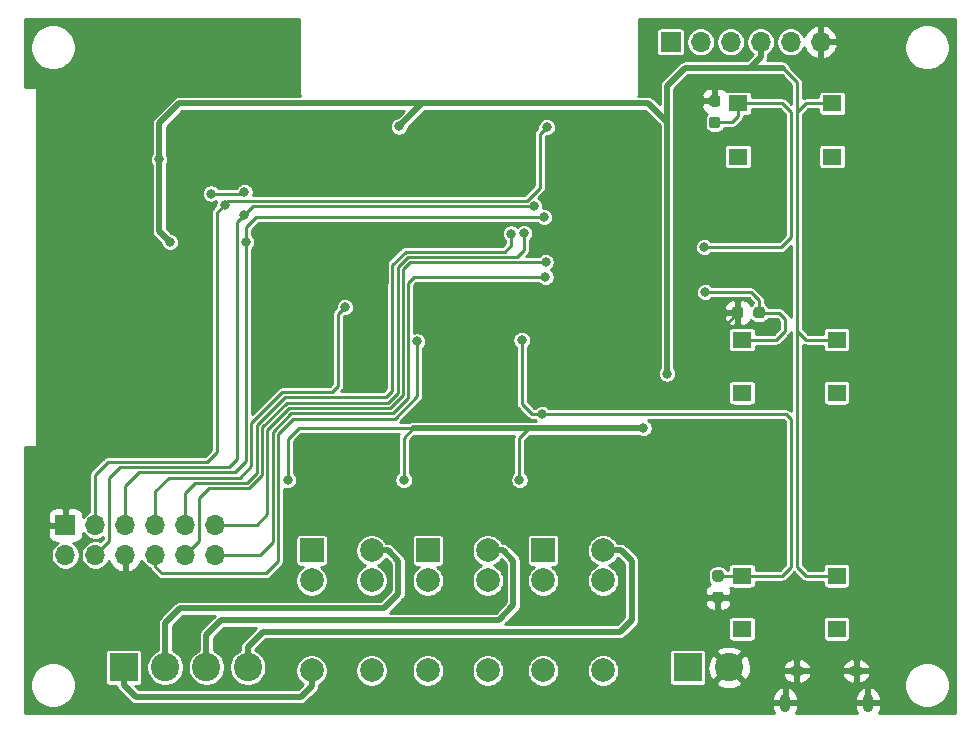
<source format=gbr>
%TF.GenerationSoftware,KiCad,Pcbnew,(5.1.8)-1*%
%TF.CreationDate,2020-12-21T03:10:24-08:00*%
%TF.ProjectId,openThermostat,6f70656e-5468-4657-926d-6f737461742e,rev?*%
%TF.SameCoordinates,Original*%
%TF.FileFunction,Copper,L2,Bot*%
%TF.FilePolarity,Positive*%
%FSLAX46Y46*%
G04 Gerber Fmt 4.6, Leading zero omitted, Abs format (unit mm)*
G04 Created by KiCad (PCBNEW (5.1.8)-1) date 2020-12-21 03:10:24*
%MOMM*%
%LPD*%
G01*
G04 APERTURE LIST*
%TA.AperFunction,ComponentPad*%
%ADD10R,1.700000X1.700000*%
%TD*%
%TA.AperFunction,ComponentPad*%
%ADD11O,1.700000X1.700000*%
%TD*%
%TA.AperFunction,ComponentPad*%
%ADD12O,1.250000X0.950000*%
%TD*%
%TA.AperFunction,ComponentPad*%
%ADD13O,0.890000X1.550000*%
%TD*%
%TA.AperFunction,ComponentPad*%
%ADD14R,2.400000X2.400000*%
%TD*%
%TA.AperFunction,ComponentPad*%
%ADD15C,2.400000*%
%TD*%
%TA.AperFunction,ComponentPad*%
%ADD16C,2.000000*%
%TD*%
%TA.AperFunction,ComponentPad*%
%ADD17R,2.000000X2.000000*%
%TD*%
%TA.AperFunction,SMDPad,CuDef*%
%ADD18R,1.600000X1.400000*%
%TD*%
%TA.AperFunction,ViaPad*%
%ADD19C,0.800000*%
%TD*%
%TA.AperFunction,Conductor*%
%ADD20C,0.500000*%
%TD*%
%TA.AperFunction,Conductor*%
%ADD21C,0.250000*%
%TD*%
%TA.AperFunction,Conductor*%
%ADD22C,0.254000*%
%TD*%
%TA.AperFunction,Conductor*%
%ADD23C,0.100000*%
%TD*%
G04 APERTURE END LIST*
D10*
%TO.P,J3,1*%
%TO.N,GND*%
X94050000Y-93450000D03*
D11*
%TO.P,J3,2*%
%TO.N,+3V3*%
X94050000Y-95990000D03*
%TO.P,J3,3*%
%TO.N,/MOSI*%
X96590000Y-93450000D03*
%TO.P,J3,4*%
%TO.N,/SCK*%
X96590000Y-95990000D03*
%TO.P,J3,5*%
%TO.N,/MISO*%
X99130000Y-93450000D03*
%TO.P,J3,6*%
%TO.N,GND*%
X99130000Y-95990000D03*
%TO.P,J3,7*%
%TO.N,/IO12*%
X101670000Y-93450000D03*
%TO.P,J3,8*%
%TO.N,/IO13*%
X101670000Y-95990000D03*
%TO.P,J3,9*%
%TO.N,/SCL*%
X104210000Y-93450000D03*
%TO.P,J3,10*%
%TO.N,/SDA*%
X104210000Y-95990000D03*
%TO.P,J3,11*%
%TO.N,/TX2*%
X106750000Y-93450000D03*
%TO.P,J3,12*%
%TO.N,/RX2*%
X106750000Y-95990000D03*
%TD*%
D12*
%TO.P,J6,6*%
%TO.N,GND*%
X156000000Y-105800000D03*
X161000000Y-105800000D03*
D13*
X155000000Y-108500000D03*
X162000000Y-108500000D03*
%TD*%
D10*
%TO.P,J1,1*%
%TO.N,Net-(J1-Pad1)*%
X145300000Y-52550000D03*
D11*
%TO.P,J1,2*%
%TO.N,/TX*%
X147840000Y-52550000D03*
%TO.P,J1,3*%
%TO.N,/RX*%
X150380000Y-52550000D03*
%TO.P,J1,4*%
%TO.N,+3V3*%
X152920000Y-52550000D03*
%TO.P,J1,5*%
%TO.N,Net-(J1-Pad5)*%
X155460000Y-52550000D03*
%TO.P,J1,6*%
%TO.N,GND*%
X158000000Y-52550000D03*
%TD*%
D14*
%TO.P,J4,1*%
%TO.N,/CONT_COM*%
X99000000Y-105500000D03*
D15*
%TO.P,J4,2*%
%TO.N,/CONT_HEAT*%
X102500000Y-105500000D03*
%TO.P,J4,3*%
%TO.N,/CONT_COOL*%
X106000000Y-105500000D03*
%TO.P,J4,4*%
%TO.N,/CONT_FAN*%
X109500000Y-105500000D03*
%TD*%
D14*
%TO.P,J5,1*%
%TO.N,Net-(J5-Pad1)*%
X146750000Y-105500000D03*
D15*
%TO.P,J5,2*%
%TO.N,GND*%
X150250000Y-105500000D03*
%TD*%
D16*
%TO.P,K1,10*%
%TO.N,/CONT_HEAT*%
X120000000Y-95590000D03*
%TO.P,K1,9*%
%TO.N,Net-(D1-Pad2)*%
X120000000Y-98130000D03*
D17*
%TO.P,K1,1*%
%TO.N,Net-(K1-Pad1)*%
X114920000Y-95590000D03*
D16*
%TO.P,K1,2*%
%TO.N,+3V3*%
X114920000Y-98130000D03*
%TO.P,K1,6*%
%TO.N,/CONT_COM*%
X120000000Y-105750000D03*
%TO.P,K1,5*%
X114920000Y-105750000D03*
%TD*%
%TO.P,K2,10*%
%TO.N,/CONT_COOL*%
X129830000Y-95590000D03*
%TO.P,K2,9*%
%TO.N,Net-(D3-Pad2)*%
X129830000Y-98130000D03*
D17*
%TO.P,K2,1*%
%TO.N,Net-(K2-Pad1)*%
X124750000Y-95590000D03*
D16*
%TO.P,K2,2*%
%TO.N,+3V3*%
X124750000Y-98130000D03*
%TO.P,K2,6*%
%TO.N,/CONT_COM*%
X129830000Y-105750000D03*
%TO.P,K2,5*%
X124750000Y-105750000D03*
%TD*%
%TO.P,K3,5*%
%TO.N,/CONT_COM*%
X134500000Y-105750000D03*
%TO.P,K3,6*%
X139580000Y-105750000D03*
%TO.P,K3,2*%
%TO.N,+3V3*%
X134500000Y-98130000D03*
D17*
%TO.P,K3,1*%
%TO.N,Net-(K3-Pad1)*%
X134500000Y-95590000D03*
D16*
%TO.P,K3,9*%
%TO.N,Net-(D5-Pad2)*%
X139580000Y-98130000D03*
%TO.P,K3,10*%
%TO.N,/CONT_FAN*%
X139580000Y-95590000D03*
%TD*%
%TO.P,R7,1*%
%TO.N,/UP_BTN*%
%TA.AperFunction,SMDPad,CuDef*%
G36*
G01*
X149267500Y-59850000D02*
X148792500Y-59850000D01*
G75*
G02*
X148555000Y-59612500I0J237500D01*
G01*
X148555000Y-59112500D01*
G75*
G02*
X148792500Y-58875000I237500J0D01*
G01*
X149267500Y-58875000D01*
G75*
G02*
X149505000Y-59112500I0J-237500D01*
G01*
X149505000Y-59612500D01*
G75*
G02*
X149267500Y-59850000I-237500J0D01*
G01*
G37*
%TD.AperFunction*%
%TO.P,R7,2*%
%TO.N,GND*%
%TA.AperFunction,SMDPad,CuDef*%
G36*
G01*
X149267500Y-58025000D02*
X148792500Y-58025000D01*
G75*
G02*
X148555000Y-57787500I0J237500D01*
G01*
X148555000Y-57287500D01*
G75*
G02*
X148792500Y-57050000I237500J0D01*
G01*
X149267500Y-57050000D01*
G75*
G02*
X149505000Y-57287500I0J-237500D01*
G01*
X149505000Y-57787500D01*
G75*
G02*
X149267500Y-58025000I-237500J0D01*
G01*
G37*
%TD.AperFunction*%
%TD*%
%TO.P,R8,2*%
%TO.N,GND*%
%TA.AperFunction,SMDPad,CuDef*%
G36*
G01*
X151465000Y-75222500D02*
X151465000Y-75697500D01*
G75*
G02*
X151227500Y-75935000I-237500J0D01*
G01*
X150727500Y-75935000D01*
G75*
G02*
X150490000Y-75697500I0J237500D01*
G01*
X150490000Y-75222500D01*
G75*
G02*
X150727500Y-74985000I237500J0D01*
G01*
X151227500Y-74985000D01*
G75*
G02*
X151465000Y-75222500I0J-237500D01*
G01*
G37*
%TD.AperFunction*%
%TO.P,R8,1*%
%TO.N,/DOWN_BTN*%
%TA.AperFunction,SMDPad,CuDef*%
G36*
G01*
X153290000Y-75222500D02*
X153290000Y-75697500D01*
G75*
G02*
X153052500Y-75935000I-237500J0D01*
G01*
X152552500Y-75935000D01*
G75*
G02*
X152315000Y-75697500I0J237500D01*
G01*
X152315000Y-75222500D01*
G75*
G02*
X152552500Y-74985000I237500J0D01*
G01*
X153052500Y-74985000D01*
G75*
G02*
X153290000Y-75222500I0J-237500D01*
G01*
G37*
%TD.AperFunction*%
%TD*%
%TO.P,R9,2*%
%TO.N,GND*%
%TA.AperFunction,SMDPad,CuDef*%
G36*
G01*
X149072500Y-99085000D02*
X149547500Y-99085000D01*
G75*
G02*
X149785000Y-99322500I0J-237500D01*
G01*
X149785000Y-99822500D01*
G75*
G02*
X149547500Y-100060000I-237500J0D01*
G01*
X149072500Y-100060000D01*
G75*
G02*
X148835000Y-99822500I0J237500D01*
G01*
X148835000Y-99322500D01*
G75*
G02*
X149072500Y-99085000I237500J0D01*
G01*
G37*
%TD.AperFunction*%
%TO.P,R9,1*%
%TO.N,/MULTI_BTN*%
%TA.AperFunction,SMDPad,CuDef*%
G36*
G01*
X149072500Y-97260000D02*
X149547500Y-97260000D01*
G75*
G02*
X149785000Y-97497500I0J-237500D01*
G01*
X149785000Y-97997500D01*
G75*
G02*
X149547500Y-98235000I-237500J0D01*
G01*
X149072500Y-98235000D01*
G75*
G02*
X148835000Y-97997500I0J237500D01*
G01*
X148835000Y-97497500D01*
G75*
G02*
X149072500Y-97260000I237500J0D01*
G01*
G37*
%TD.AperFunction*%
%TD*%
D18*
%TO.P,SW2,3*%
%TO.N,N/C*%
X159350000Y-82250000D03*
%TO.P,SW2,4*%
X151350000Y-82250000D03*
%TO.P,SW2,1*%
%TO.N,+3V3*%
X159350000Y-77750000D03*
%TO.P,SW2,2*%
%TO.N,/DOWN_BTN*%
X151350000Y-77750000D03*
%TD*%
%TO.P,SW3,2*%
%TO.N,/MULTI_BTN*%
X151350000Y-97750000D03*
%TO.P,SW3,1*%
%TO.N,+3V3*%
X159350000Y-97750000D03*
%TO.P,SW3,4*%
%TO.N,N/C*%
X151350000Y-102250000D03*
%TO.P,SW3,3*%
X159350000Y-102250000D03*
%TD*%
%TO.P,SW1,2*%
%TO.N,/UP_BTN*%
X151000000Y-57750000D03*
%TO.P,SW1,1*%
%TO.N,+3V3*%
X159000000Y-57750000D03*
%TO.P,SW1,4*%
%TO.N,N/C*%
X151000000Y-62250000D03*
%TO.P,SW1,3*%
X159000000Y-62250000D03*
%TD*%
D19*
%TO.N,+3V3*%
X143000000Y-85250000D03*
X102000000Y-62500000D03*
X132500000Y-89650000D03*
X122700000Y-89650000D03*
X112900000Y-89650000D03*
X122300000Y-59700000D03*
X102920000Y-69510000D03*
X145000000Y-80630000D03*
%TO.N,GND*%
X146530000Y-57560000D03*
X163500000Y-57000000D03*
X129000000Y-60500000D03*
X140500000Y-66500000D03*
X111500000Y-53500000D03*
X95000000Y-63000000D03*
X95000000Y-80000000D03*
X103000000Y-84500000D03*
X119500000Y-78500000D03*
X136500000Y-77000000D03*
X142500000Y-92000000D03*
X101000000Y-99000000D03*
X166500000Y-100000000D03*
X128000000Y-83000000D03*
X148560000Y-89340000D03*
X127250000Y-69450000D03*
X163500000Y-78300000D03*
X153200000Y-71600000D03*
X148800000Y-80500000D03*
X142200000Y-81700000D03*
X153800000Y-103500000D03*
X154400000Y-99200000D03*
%TO.N,/SCK*%
X133740000Y-66460000D03*
X109190000Y-67230000D03*
%TO.N,/SDA*%
X132880000Y-68730000D03*
%TO.N,/SCL*%
X131790000Y-68770000D03*
%TO.N,/MOSI*%
X134810000Y-59770000D03*
X107545000Y-66324908D03*
%TO.N,/MISO*%
X134580000Y-67390000D03*
X109349980Y-69489999D03*
%TO.N,/UP_BTN*%
X148150000Y-69930000D03*
%TO.N,/DOWN_BTN*%
X148240000Y-73740000D03*
%TO.N,/MULTI_BTN*%
X134430000Y-84070000D03*
X132690000Y-77780000D03*
%TO.N,/TX2*%
X134720000Y-71200000D03*
%TO.N,/RX2*%
X134710000Y-72470000D03*
%TO.N,/IO12*%
X117720000Y-75010000D03*
%TO.N,/IO13*%
X123830000Y-77910000D03*
%TO.N,/SCR_RS*%
X106380000Y-65390000D03*
X109220000Y-65284990D03*
%TD*%
D20*
%TO.N,+3V3*%
X145000000Y-59350000D02*
X143400000Y-57750000D01*
D21*
X132500000Y-86050000D02*
X133300000Y-85250000D01*
X132500000Y-89650000D02*
X132500000Y-86050000D01*
D20*
X143000000Y-85250000D02*
X133300000Y-85250000D01*
D21*
X122700000Y-86050000D02*
X123500000Y-85250000D01*
X122700000Y-89650000D02*
X122700000Y-86050000D01*
D20*
X133300000Y-85250000D02*
X123500000Y-85250000D01*
D21*
X112900000Y-86150000D02*
X113800000Y-85250000D01*
X112900000Y-89650000D02*
X112900000Y-86150000D01*
X123500000Y-85250000D02*
X113800000Y-85250000D01*
D20*
X145000000Y-59350000D02*
X145000000Y-56250000D01*
X145000000Y-56250000D02*
X146500000Y-54750000D01*
X146500000Y-54750000D02*
X152000000Y-54750000D01*
X152920000Y-53830000D02*
X152920000Y-52550000D01*
X152000000Y-54750000D02*
X152920000Y-53830000D01*
D21*
X159350000Y-97750000D02*
X156750000Y-97750000D01*
X156750000Y-97750000D02*
X156000000Y-97000000D01*
X159350000Y-77750000D02*
X156750000Y-77750000D01*
X156750000Y-77750000D02*
X156000000Y-77000000D01*
X156000000Y-97000000D02*
X156000000Y-77000000D01*
X156000000Y-77000000D02*
X156000000Y-59000000D01*
X159350000Y-57750000D02*
X156750000Y-57750000D01*
X156000000Y-58500000D02*
X156000000Y-59000000D01*
X156750000Y-57750000D02*
X156000000Y-58500000D01*
D20*
X124250000Y-57750000D02*
X124450000Y-57750000D01*
X122300000Y-59700000D02*
X124250000Y-57750000D01*
X143400000Y-57750000D02*
X124450000Y-57750000D01*
D21*
X156000000Y-55950000D02*
X154800000Y-54750000D01*
X156000000Y-58500000D02*
X156000000Y-55950000D01*
D20*
X152000000Y-54750000D02*
X154800000Y-54750000D01*
X145000000Y-77270000D02*
X145000000Y-59350000D01*
X102000000Y-62500000D02*
X102000000Y-59450000D01*
X103700000Y-57750000D02*
X124450000Y-57750000D01*
X102000000Y-59450000D02*
X103700000Y-57750000D01*
X102000000Y-68590000D02*
X102920000Y-69510000D01*
X102000000Y-62500000D02*
X102000000Y-68590000D01*
X145000000Y-77270000D02*
X145000000Y-80630000D01*
D21*
%TO.N,GND*%
X149007500Y-57560000D02*
X149030000Y-57537500D01*
X146530000Y-57560000D02*
X149007500Y-57560000D01*
X147182500Y-99572500D02*
X147180000Y-99570000D01*
X149310000Y-99572500D02*
X147182500Y-99572500D01*
X148800000Y-77637500D02*
X148800000Y-80500000D01*
X150977500Y-75460000D02*
X148800000Y-77637500D01*
%TO.N,/SCK*%
X109960000Y-66460000D02*
X133740000Y-66460000D01*
X109190000Y-67230000D02*
X109960000Y-66460000D01*
X97765001Y-94814999D02*
X96590000Y-95990000D01*
X97765001Y-89434999D02*
X97765001Y-94814999D01*
X98656400Y-88543600D02*
X97765001Y-89434999D01*
X107942810Y-88543600D02*
X98656400Y-88543600D01*
X108624979Y-67795021D02*
X108624979Y-87861431D01*
X108624979Y-87861431D02*
X107942810Y-88543600D01*
X109190000Y-67230000D02*
X108624979Y-67795021D01*
%TO.N,/SDA*%
X132320000Y-70749990D02*
X132880000Y-70189990D01*
X132880000Y-70189990D02*
X132880000Y-68730000D01*
X123053599Y-70749991D02*
X132320000Y-70749990D01*
X104210000Y-95990000D02*
X105385001Y-94814999D01*
X105385001Y-91164999D02*
X106206360Y-90343640D01*
X106206360Y-90343640D02*
X109592771Y-90343639D01*
X109592771Y-90343639D02*
X110719970Y-89216440D01*
X112810799Y-83099971D02*
X121383598Y-83099970D01*
X110719970Y-89216440D02*
X110719970Y-85190800D01*
X122204979Y-73193600D02*
X122204979Y-71598611D01*
X105385001Y-94814999D02*
X105385001Y-91164999D01*
X110719970Y-85190800D02*
X112810799Y-83099971D01*
X122199981Y-73198598D02*
X122204979Y-73193600D01*
X121383598Y-83099970D02*
X122199981Y-82283587D01*
X122199981Y-82283587D02*
X122199981Y-73198598D01*
X122204979Y-71598611D02*
X123053599Y-70749991D01*
%TO.N,/SCL*%
X131790000Y-69779981D02*
X131790000Y-68770000D01*
X122867198Y-70299982D02*
X131269999Y-70299982D01*
X121754969Y-71412211D02*
X122867198Y-70299982D01*
X105076370Y-89893630D02*
X109406370Y-89893630D01*
X104210000Y-90760000D02*
X105076370Y-89893630D01*
X109406370Y-89893630D02*
X110250000Y-89050000D01*
X131269999Y-70299982D02*
X131790000Y-69779981D01*
X110250000Y-85024360D02*
X112624400Y-82649960D01*
X121754969Y-73007200D02*
X121754969Y-71412211D01*
X121197198Y-82649960D02*
X121740000Y-82107158D01*
X110250000Y-89050000D02*
X110250000Y-85024360D01*
X104210000Y-93450000D02*
X104210000Y-90760000D01*
X112624400Y-82649960D02*
X121197198Y-82649960D01*
X121740000Y-82107158D02*
X121740000Y-82000000D01*
X121740000Y-82000000D02*
X121749971Y-81990029D01*
X121749971Y-81990029D02*
X121749971Y-73012198D01*
X121749971Y-73012198D02*
X121754969Y-73007200D01*
D20*
%TO.N,/CONT_COM*%
X99000000Y-105500000D02*
X99000000Y-107000000D01*
X99000000Y-107000000D02*
X100000000Y-108000000D01*
X100000000Y-108000000D02*
X114000000Y-108000000D01*
X114920000Y-107080000D02*
X114920000Y-105750000D01*
X114000000Y-108000000D02*
X114920000Y-107080000D01*
%TO.N,/CONT_HEAT*%
X120000000Y-95590000D02*
X121340000Y-95590000D01*
X121340000Y-95590000D02*
X122250000Y-96500000D01*
X122250000Y-96500000D02*
X122250000Y-99250000D01*
X122250000Y-99250000D02*
X121000000Y-100500000D01*
X121000000Y-100500000D02*
X103750000Y-100500000D01*
X102500000Y-101750000D02*
X102500000Y-105500000D01*
X103750000Y-100500000D02*
X102500000Y-101750000D01*
%TO.N,/CONT_COOL*%
X129830000Y-95590000D02*
X131090000Y-95590000D01*
X131090000Y-95590000D02*
X132000000Y-96500000D01*
X132000000Y-96500000D02*
X132000000Y-100250000D01*
X132000000Y-100250000D02*
X130750000Y-101500000D01*
X130750000Y-101500000D02*
X107250000Y-101500000D01*
X106000000Y-102750000D02*
X106000000Y-105500000D01*
X107250000Y-101500000D02*
X106000000Y-102750000D01*
%TO.N,/CONT_FAN*%
X109500000Y-103750000D02*
X109500000Y-105500000D01*
X110750000Y-102500000D02*
X109500000Y-103750000D01*
X141000000Y-102500000D02*
X110750000Y-102500000D01*
X142000000Y-101500000D02*
X141000000Y-102500000D01*
X142000000Y-96500000D02*
X142000000Y-101500000D01*
X141090000Y-95590000D02*
X142000000Y-96500000D01*
X139580000Y-95590000D02*
X141090000Y-95590000D01*
D21*
%TO.N,/MOSI*%
X96590000Y-93450000D02*
X96590000Y-89210000D01*
X96590000Y-89210000D02*
X97706410Y-88093590D01*
X107859918Y-66009990D02*
X107545000Y-66324908D01*
X133117008Y-66009990D02*
X107859918Y-66009990D01*
X134220000Y-64906998D02*
X133117008Y-66009990D01*
X134220000Y-60360000D02*
X134220000Y-64906998D01*
X134810000Y-59770000D02*
X134220000Y-60360000D01*
X107545000Y-66324908D02*
X106900000Y-66969908D01*
X106900000Y-87270000D02*
X106076410Y-88093590D01*
X106900000Y-66969908D02*
X106900000Y-87270000D01*
X106076410Y-88093590D02*
X97706410Y-88093590D01*
%TO.N,/MISO*%
X115840000Y-67390000D02*
X134580000Y-67390000D01*
X110210000Y-67390000D02*
X115840000Y-67390000D01*
X109349980Y-68250020D02*
X110210000Y-67390000D01*
X109349980Y-88050020D02*
X109349980Y-68250020D01*
X100306390Y-88993610D02*
X108406390Y-88993610D01*
X99130000Y-90170000D02*
X100306390Y-88993610D01*
X108406390Y-88993610D02*
X109349980Y-88050020D01*
X99130000Y-93450000D02*
X99130000Y-90170000D01*
%TO.N,/UP_BTN*%
X150997500Y-57752500D02*
X151000000Y-57750000D01*
X149030000Y-59362500D02*
X150477500Y-59362500D01*
X151000000Y-58840000D02*
X151000000Y-57750000D01*
X150477500Y-59362500D02*
X151000000Y-58840000D01*
X154750000Y-57750000D02*
X151350000Y-57750000D01*
X155500000Y-58500000D02*
X154750000Y-57750000D01*
X155500000Y-69100000D02*
X155500000Y-58500000D01*
X154670000Y-69930000D02*
X155500000Y-69100000D01*
X148150000Y-69930000D02*
X154670000Y-69930000D01*
%TO.N,/DOWN_BTN*%
X151350000Y-77750000D02*
X154250000Y-77750000D01*
X154250000Y-77750000D02*
X155000000Y-77000000D01*
X154490000Y-75460000D02*
X155000000Y-75970000D01*
X152802500Y-75460000D02*
X154490000Y-75460000D01*
X155000000Y-77000000D02*
X155000000Y-75970000D01*
X148240000Y-73740000D02*
X152110000Y-73740000D01*
X152802500Y-74432500D02*
X152802500Y-75460000D01*
X152110000Y-73740000D02*
X152802500Y-74432500D01*
%TO.N,/MULTI_BTN*%
X133560000Y-84070000D02*
X132690000Y-83200000D01*
X132690000Y-83200000D02*
X132690000Y-81800000D01*
X155500000Y-84490000D02*
X155080000Y-84070000D01*
X155500000Y-97000000D02*
X155500000Y-84490000D01*
X154750000Y-97750000D02*
X155500000Y-97000000D01*
X151350000Y-97750000D02*
X154750000Y-97750000D01*
X134430000Y-84070000D02*
X133560000Y-84070000D01*
X155080000Y-84070000D02*
X134430000Y-84070000D01*
X151347500Y-97747500D02*
X151350000Y-97750000D01*
X149310000Y-97747500D02*
X151347500Y-97747500D01*
X132690000Y-81800000D02*
X132690000Y-77780000D01*
%TO.N,/TX2*%
X122654990Y-72738600D02*
X122654989Y-72738601D01*
X124760000Y-71200000D02*
X134720000Y-71200000D01*
X123240000Y-71200000D02*
X124760000Y-71200000D01*
X122654989Y-71785011D02*
X123240000Y-71200000D01*
X122654989Y-72738601D02*
X122654989Y-71785011D01*
X110280000Y-93450000D02*
X106750000Y-93450000D01*
X111169980Y-85377200D02*
X111169980Y-92560020D01*
X112997200Y-83549980D02*
X111169980Y-85377200D01*
X121569999Y-83549979D02*
X112997200Y-83549980D01*
X122649991Y-82469987D02*
X121569999Y-83549979D01*
X111169980Y-92560020D02*
X110280000Y-93450000D01*
X122649991Y-73384998D02*
X122649991Y-82469987D01*
X122654989Y-73380000D02*
X122649991Y-73384998D01*
X122654989Y-72738601D02*
X122654989Y-73380000D01*
%TO.N,/RX2*%
X111619990Y-94870010D02*
X110500000Y-95990000D01*
X111619990Y-85563600D02*
X111619990Y-94870010D01*
X113183599Y-83999991D02*
X111619990Y-85563600D01*
X110500000Y-95990000D02*
X106750000Y-95990000D01*
X121756398Y-83999990D02*
X113183599Y-83999991D01*
X123100000Y-81940000D02*
X123100000Y-82656388D01*
X123104999Y-81935001D02*
X123100000Y-81940000D01*
X123104999Y-72925001D02*
X123104999Y-81935001D01*
X123100000Y-82656388D02*
X121756398Y-83999990D01*
X123560000Y-72470000D02*
X123104999Y-72925001D01*
X134710000Y-72470000D02*
X123560000Y-72470000D01*
%TO.N,/IO12*%
X101670000Y-90610000D02*
X101670000Y-93450000D01*
X102836380Y-89443620D02*
X101670000Y-90610000D01*
X109799990Y-88490010D02*
X108846380Y-89443620D01*
X109799990Y-84837960D02*
X109799990Y-88490010D01*
X112437999Y-82199951D02*
X109799990Y-84837960D01*
X116640050Y-82199950D02*
X112437999Y-82199951D01*
X117180000Y-81660000D02*
X116640050Y-82199950D01*
X108846380Y-89443620D02*
X102836380Y-89443620D01*
X117180000Y-75550000D02*
X117180000Y-81660000D01*
X117720000Y-75010000D02*
X117180000Y-75550000D01*
%TO.N,/IO13*%
X101670000Y-96970000D02*
X101670000Y-95990000D01*
X111060000Y-97520000D02*
X102220000Y-97520000D01*
X112070000Y-96510000D02*
X111060000Y-97520000D01*
X112070000Y-85750000D02*
X112070000Y-96510000D01*
X113370000Y-84450000D02*
X112070000Y-85750000D01*
X121942799Y-84449999D02*
X113370000Y-84450000D01*
X102220000Y-97520000D02*
X101670000Y-96970000D01*
X123830000Y-82562798D02*
X121942799Y-84449999D01*
X123830000Y-77910000D02*
X123830000Y-82562798D01*
%TO.N,/SCR_RS*%
X109114990Y-65390000D02*
X109220000Y-65284990D01*
X106380000Y-65390000D02*
X109114990Y-65390000D01*
%TD*%
D22*
%TO.N,GND*%
X113873000Y-57000000D02*
X113875440Y-57024776D01*
X113882667Y-57048601D01*
X113894403Y-57070557D01*
X113910197Y-57089803D01*
X113929443Y-57105597D01*
X113951399Y-57117333D01*
X113956895Y-57119000D01*
X103730987Y-57119000D01*
X103699999Y-57115948D01*
X103669011Y-57119000D01*
X103669002Y-57119000D01*
X103576302Y-57128130D01*
X103457358Y-57164211D01*
X103347739Y-57222804D01*
X103251657Y-57301657D01*
X103231899Y-57325732D01*
X101575733Y-58981899D01*
X101551658Y-59001657D01*
X101531900Y-59025732D01*
X101531897Y-59025735D01*
X101472804Y-59097740D01*
X101414211Y-59207359D01*
X101378130Y-59326303D01*
X101365948Y-59450000D01*
X101369001Y-59481000D01*
X101369000Y-62038595D01*
X101307887Y-62130058D01*
X101249013Y-62272191D01*
X101219000Y-62423078D01*
X101219000Y-62576922D01*
X101249013Y-62727809D01*
X101307887Y-62869942D01*
X101369000Y-62961405D01*
X101369001Y-68559000D01*
X101365948Y-68590000D01*
X101378130Y-68713697D01*
X101414211Y-68832641D01*
X101472804Y-68942260D01*
X101531897Y-69014265D01*
X101531900Y-69014268D01*
X101551658Y-69038343D01*
X101575733Y-69058101D01*
X102147553Y-69629921D01*
X102169013Y-69737809D01*
X102227887Y-69879942D01*
X102313358Y-70007859D01*
X102422141Y-70116642D01*
X102550058Y-70202113D01*
X102692191Y-70260987D01*
X102843078Y-70291000D01*
X102996922Y-70291000D01*
X103147809Y-70260987D01*
X103289942Y-70202113D01*
X103417859Y-70116642D01*
X103526642Y-70007859D01*
X103612113Y-69879942D01*
X103670987Y-69737809D01*
X103701000Y-69586922D01*
X103701000Y-69433078D01*
X103670987Y-69282191D01*
X103612113Y-69140058D01*
X103526642Y-69012141D01*
X103417859Y-68903358D01*
X103289942Y-68817887D01*
X103147809Y-68759013D01*
X103039921Y-68737553D01*
X102631000Y-68328632D01*
X102631000Y-62961405D01*
X102692113Y-62869942D01*
X102750987Y-62727809D01*
X102781000Y-62576922D01*
X102781000Y-62423078D01*
X102750987Y-62272191D01*
X102692113Y-62130058D01*
X102631000Y-62038595D01*
X102631000Y-59711368D01*
X103961369Y-58381000D01*
X122726632Y-58381000D01*
X122180079Y-58927553D01*
X122072191Y-58949013D01*
X121930058Y-59007887D01*
X121802141Y-59093358D01*
X121693358Y-59202141D01*
X121607887Y-59330058D01*
X121549013Y-59472191D01*
X121519000Y-59623078D01*
X121519000Y-59776922D01*
X121549013Y-59927809D01*
X121607887Y-60069942D01*
X121693358Y-60197859D01*
X121802141Y-60306642D01*
X121930058Y-60392113D01*
X122072191Y-60450987D01*
X122223078Y-60481000D01*
X122376922Y-60481000D01*
X122527809Y-60450987D01*
X122669942Y-60392113D01*
X122797859Y-60306642D01*
X122906642Y-60197859D01*
X122992113Y-60069942D01*
X123050987Y-59927809D01*
X123072447Y-59819921D01*
X124511368Y-58381000D01*
X143138632Y-58381000D01*
X144369001Y-59611370D01*
X144369000Y-77239002D01*
X144369000Y-77239003D01*
X144369001Y-80168594D01*
X144307887Y-80260058D01*
X144249013Y-80402191D01*
X144219000Y-80553078D01*
X144219000Y-80706922D01*
X144249013Y-80857809D01*
X144307887Y-80999942D01*
X144393358Y-81127859D01*
X144502141Y-81236642D01*
X144630058Y-81322113D01*
X144772191Y-81380987D01*
X144923078Y-81411000D01*
X145076922Y-81411000D01*
X145227809Y-81380987D01*
X145369942Y-81322113D01*
X145497859Y-81236642D01*
X145606642Y-81127859D01*
X145692113Y-80999942D01*
X145750987Y-80857809D01*
X145781000Y-80706922D01*
X145781000Y-80553078D01*
X145750987Y-80402191D01*
X145692113Y-80260058D01*
X145631000Y-80168595D01*
X145631000Y-75935000D01*
X149851928Y-75935000D01*
X149864188Y-76059482D01*
X149900498Y-76179180D01*
X149959463Y-76289494D01*
X150038815Y-76386185D01*
X150135506Y-76465537D01*
X150245820Y-76524502D01*
X150365518Y-76560812D01*
X150490000Y-76573072D01*
X150691750Y-76570000D01*
X150850500Y-76411250D01*
X150850500Y-75587000D01*
X150013750Y-75587000D01*
X149855000Y-75745750D01*
X149851928Y-75935000D01*
X145631000Y-75935000D01*
X145631000Y-74985000D01*
X149851928Y-74985000D01*
X149855000Y-75174250D01*
X150013750Y-75333000D01*
X150850500Y-75333000D01*
X150850500Y-74508750D01*
X150691750Y-74350000D01*
X150490000Y-74346928D01*
X150365518Y-74359188D01*
X150245820Y-74395498D01*
X150135506Y-74454463D01*
X150038815Y-74533815D01*
X149959463Y-74630506D01*
X149900498Y-74740820D01*
X149864188Y-74860518D01*
X149851928Y-74985000D01*
X145631000Y-74985000D01*
X145631000Y-61550000D01*
X149817157Y-61550000D01*
X149817157Y-62950000D01*
X149824513Y-63024689D01*
X149846299Y-63096508D01*
X149881678Y-63162696D01*
X149929289Y-63220711D01*
X149987304Y-63268322D01*
X150053492Y-63303701D01*
X150125311Y-63325487D01*
X150200000Y-63332843D01*
X151800000Y-63332843D01*
X151874689Y-63325487D01*
X151946508Y-63303701D01*
X152012696Y-63268322D01*
X152070711Y-63220711D01*
X152118322Y-63162696D01*
X152153701Y-63096508D01*
X152175487Y-63024689D01*
X152182843Y-62950000D01*
X152182843Y-61550000D01*
X152175487Y-61475311D01*
X152153701Y-61403492D01*
X152118322Y-61337304D01*
X152070711Y-61279289D01*
X152012696Y-61231678D01*
X151946508Y-61196299D01*
X151874689Y-61174513D01*
X151800000Y-61167157D01*
X150200000Y-61167157D01*
X150125311Y-61174513D01*
X150053492Y-61196299D01*
X149987304Y-61231678D01*
X149929289Y-61279289D01*
X149881678Y-61337304D01*
X149846299Y-61403492D01*
X149824513Y-61475311D01*
X149817157Y-61550000D01*
X145631000Y-61550000D01*
X145631000Y-59380990D01*
X145634052Y-59350000D01*
X145631000Y-59319009D01*
X145631000Y-57050000D01*
X147916928Y-57050000D01*
X147920000Y-57251750D01*
X148078750Y-57410500D01*
X148903000Y-57410500D01*
X148903000Y-56573750D01*
X148744250Y-56415000D01*
X148555000Y-56411928D01*
X148430518Y-56424188D01*
X148310820Y-56460498D01*
X148200506Y-56519463D01*
X148103815Y-56598815D01*
X148024463Y-56695506D01*
X147965498Y-56805820D01*
X147929188Y-56925518D01*
X147916928Y-57050000D01*
X145631000Y-57050000D01*
X145631000Y-56511368D01*
X146761369Y-55381000D01*
X151969010Y-55381000D01*
X152000000Y-55384052D01*
X152030990Y-55381000D01*
X154715409Y-55381000D01*
X155494001Y-56159593D01*
X155494000Y-57778409D01*
X155125376Y-57409785D01*
X155109527Y-57390473D01*
X155032479Y-57327241D01*
X154944575Y-57280255D01*
X154849193Y-57251322D01*
X154774854Y-57244000D01*
X154774846Y-57244000D01*
X154750000Y-57241553D01*
X154725154Y-57244000D01*
X152182843Y-57244000D01*
X152182843Y-57050000D01*
X152175487Y-56975311D01*
X152153701Y-56903492D01*
X152118322Y-56837304D01*
X152070711Y-56779289D01*
X152012696Y-56731678D01*
X151946508Y-56696299D01*
X151874689Y-56674513D01*
X151800000Y-56667157D01*
X150200000Y-56667157D01*
X150125311Y-56674513D01*
X150053492Y-56696299D01*
X150039857Y-56703587D01*
X150035537Y-56695506D01*
X149956185Y-56598815D01*
X149859494Y-56519463D01*
X149749180Y-56460498D01*
X149629482Y-56424188D01*
X149505000Y-56411928D01*
X149315750Y-56415000D01*
X149157000Y-56573750D01*
X149157000Y-57410500D01*
X149177000Y-57410500D01*
X149177000Y-57664500D01*
X149157000Y-57664500D01*
X149157000Y-57684500D01*
X148903000Y-57684500D01*
X148903000Y-57664500D01*
X148078750Y-57664500D01*
X147920000Y-57823250D01*
X147916928Y-58025000D01*
X147929188Y-58149482D01*
X147965498Y-58269180D01*
X148024463Y-58379494D01*
X148103815Y-58476185D01*
X148200506Y-58555537D01*
X148310820Y-58614502D01*
X148395039Y-58640049D01*
X148353851Y-58673851D01*
X148276704Y-58767856D01*
X148219378Y-58875105D01*
X148184077Y-58991477D01*
X148172157Y-59112500D01*
X148172157Y-59612500D01*
X148184077Y-59733523D01*
X148219378Y-59849895D01*
X148276704Y-59957144D01*
X148353851Y-60051149D01*
X148447856Y-60128296D01*
X148555105Y-60185622D01*
X148671477Y-60220923D01*
X148792500Y-60232843D01*
X149267500Y-60232843D01*
X149388523Y-60220923D01*
X149504895Y-60185622D01*
X149612144Y-60128296D01*
X149706149Y-60051149D01*
X149783296Y-59957144D01*
X149830677Y-59868500D01*
X150452654Y-59868500D01*
X150477500Y-59870947D01*
X150502346Y-59868500D01*
X150502354Y-59868500D01*
X150576693Y-59861178D01*
X150672075Y-59832245D01*
X150759979Y-59785259D01*
X150837027Y-59722027D01*
X150852876Y-59702715D01*
X151340220Y-59215372D01*
X151359527Y-59199527D01*
X151422759Y-59122479D01*
X151469745Y-59034575D01*
X151498678Y-58939193D01*
X151506000Y-58864854D01*
X151506000Y-58864853D01*
X151508448Y-58840000D01*
X151507743Y-58832843D01*
X151800000Y-58832843D01*
X151874689Y-58825487D01*
X151946508Y-58803701D01*
X152012696Y-58768322D01*
X152070711Y-58720711D01*
X152118322Y-58662696D01*
X152153701Y-58596508D01*
X152175487Y-58524689D01*
X152182843Y-58450000D01*
X152182843Y-58256000D01*
X154540409Y-58256000D01*
X154994001Y-58709593D01*
X154994000Y-68890408D01*
X154460409Y-69424000D01*
X148748501Y-69424000D01*
X148647859Y-69323358D01*
X148519942Y-69237887D01*
X148377809Y-69179013D01*
X148226922Y-69149000D01*
X148073078Y-69149000D01*
X147922191Y-69179013D01*
X147780058Y-69237887D01*
X147652141Y-69323358D01*
X147543358Y-69432141D01*
X147457887Y-69560058D01*
X147399013Y-69702191D01*
X147369000Y-69853078D01*
X147369000Y-70006922D01*
X147399013Y-70157809D01*
X147457887Y-70299942D01*
X147543358Y-70427859D01*
X147652141Y-70536642D01*
X147780058Y-70622113D01*
X147922191Y-70680987D01*
X148073078Y-70711000D01*
X148226922Y-70711000D01*
X148377809Y-70680987D01*
X148519942Y-70622113D01*
X148647859Y-70536642D01*
X148748501Y-70436000D01*
X154645154Y-70436000D01*
X154670000Y-70438447D01*
X154694846Y-70436000D01*
X154694854Y-70436000D01*
X154769193Y-70428678D01*
X154864575Y-70399745D01*
X154952479Y-70352759D01*
X155029527Y-70289527D01*
X155045376Y-70270215D01*
X155494000Y-69821591D01*
X155494000Y-75855385D01*
X155469745Y-75775425D01*
X155453883Y-75745750D01*
X155422759Y-75687521D01*
X155359527Y-75610473D01*
X155340220Y-75594628D01*
X154865376Y-75119785D01*
X154849527Y-75100473D01*
X154772479Y-75037241D01*
X154684575Y-74990255D01*
X154589193Y-74961322D01*
X154514854Y-74954000D01*
X154514846Y-74954000D01*
X154490000Y-74951553D01*
X154465154Y-74954000D01*
X153608996Y-74954000D01*
X153568296Y-74877856D01*
X153491149Y-74783851D01*
X153397144Y-74706704D01*
X153308500Y-74659323D01*
X153308500Y-74457354D01*
X153310948Y-74432500D01*
X153301178Y-74333307D01*
X153272245Y-74237925D01*
X153257182Y-74209745D01*
X153225259Y-74150021D01*
X153162027Y-74072973D01*
X153142720Y-74057128D01*
X152485376Y-73399785D01*
X152469527Y-73380473D01*
X152392479Y-73317241D01*
X152304575Y-73270255D01*
X152209193Y-73241322D01*
X152134854Y-73234000D01*
X152134846Y-73234000D01*
X152110000Y-73231553D01*
X152085154Y-73234000D01*
X148838501Y-73234000D01*
X148737859Y-73133358D01*
X148609942Y-73047887D01*
X148467809Y-72989013D01*
X148316922Y-72959000D01*
X148163078Y-72959000D01*
X148012191Y-72989013D01*
X147870058Y-73047887D01*
X147742141Y-73133358D01*
X147633358Y-73242141D01*
X147547887Y-73370058D01*
X147489013Y-73512191D01*
X147459000Y-73663078D01*
X147459000Y-73816922D01*
X147489013Y-73967809D01*
X147547887Y-74109942D01*
X147633358Y-74237859D01*
X147742141Y-74346642D01*
X147870058Y-74432113D01*
X148012191Y-74490987D01*
X148163078Y-74521000D01*
X148316922Y-74521000D01*
X148467809Y-74490987D01*
X148609942Y-74432113D01*
X148737859Y-74346642D01*
X148838501Y-74246000D01*
X151900409Y-74246000D01*
X152296500Y-74642092D01*
X152296500Y-74659322D01*
X152207856Y-74706704D01*
X152113851Y-74783851D01*
X152080049Y-74825039D01*
X152054502Y-74740820D01*
X151995537Y-74630506D01*
X151916185Y-74533815D01*
X151819494Y-74454463D01*
X151709180Y-74395498D01*
X151589482Y-74359188D01*
X151465000Y-74346928D01*
X151263250Y-74350000D01*
X151104500Y-74508750D01*
X151104500Y-75333000D01*
X151124500Y-75333000D01*
X151124500Y-75587000D01*
X151104500Y-75587000D01*
X151104500Y-76411250D01*
X151263250Y-76570000D01*
X151465000Y-76573072D01*
X151589482Y-76560812D01*
X151709180Y-76524502D01*
X151819494Y-76465537D01*
X151916185Y-76386185D01*
X151995537Y-76289494D01*
X152054502Y-76179180D01*
X152080049Y-76094961D01*
X152113851Y-76136149D01*
X152207856Y-76213296D01*
X152315105Y-76270622D01*
X152431477Y-76305923D01*
X152552500Y-76317843D01*
X153052500Y-76317843D01*
X153173523Y-76305923D01*
X153289895Y-76270622D01*
X153397144Y-76213296D01*
X153491149Y-76136149D01*
X153568296Y-76042144D01*
X153608996Y-75966000D01*
X154280409Y-75966000D01*
X154494001Y-76179592D01*
X154494000Y-76790408D01*
X154040409Y-77244000D01*
X152532843Y-77244000D01*
X152532843Y-77050000D01*
X152525487Y-76975311D01*
X152503701Y-76903492D01*
X152468322Y-76837304D01*
X152420711Y-76779289D01*
X152362696Y-76731678D01*
X152296508Y-76696299D01*
X152224689Y-76674513D01*
X152150000Y-76667157D01*
X150550000Y-76667157D01*
X150475311Y-76674513D01*
X150403492Y-76696299D01*
X150337304Y-76731678D01*
X150279289Y-76779289D01*
X150231678Y-76837304D01*
X150196299Y-76903492D01*
X150174513Y-76975311D01*
X150167157Y-77050000D01*
X150167157Y-78450000D01*
X150174513Y-78524689D01*
X150196299Y-78596508D01*
X150231678Y-78662696D01*
X150279289Y-78720711D01*
X150337304Y-78768322D01*
X150403492Y-78803701D01*
X150475311Y-78825487D01*
X150550000Y-78832843D01*
X152150000Y-78832843D01*
X152224689Y-78825487D01*
X152296508Y-78803701D01*
X152362696Y-78768322D01*
X152420711Y-78720711D01*
X152468322Y-78662696D01*
X152503701Y-78596508D01*
X152525487Y-78524689D01*
X152532843Y-78450000D01*
X152532843Y-78256000D01*
X154225154Y-78256000D01*
X154250000Y-78258447D01*
X154274846Y-78256000D01*
X154274854Y-78256000D01*
X154349193Y-78248678D01*
X154444575Y-78219745D01*
X154532479Y-78172759D01*
X154609527Y-78109527D01*
X154625376Y-78090215D01*
X155340220Y-77375372D01*
X155359527Y-77359527D01*
X155422759Y-77282479D01*
X155469745Y-77194575D01*
X155484388Y-77146302D01*
X155494001Y-77114612D01*
X155494001Y-83768409D01*
X155455376Y-83729785D01*
X155439527Y-83710473D01*
X155362479Y-83647241D01*
X155274575Y-83600255D01*
X155179193Y-83571322D01*
X155104854Y-83564000D01*
X155104846Y-83564000D01*
X155080000Y-83561553D01*
X155055154Y-83564000D01*
X135028501Y-83564000D01*
X134927859Y-83463358D01*
X134799942Y-83377887D01*
X134657809Y-83319013D01*
X134506922Y-83289000D01*
X134353078Y-83289000D01*
X134202191Y-83319013D01*
X134060058Y-83377887D01*
X133932141Y-83463358D01*
X133831499Y-83564000D01*
X133769592Y-83564000D01*
X133196000Y-82990409D01*
X133196000Y-81550000D01*
X150167157Y-81550000D01*
X150167157Y-82950000D01*
X150174513Y-83024689D01*
X150196299Y-83096508D01*
X150231678Y-83162696D01*
X150279289Y-83220711D01*
X150337304Y-83268322D01*
X150403492Y-83303701D01*
X150475311Y-83325487D01*
X150550000Y-83332843D01*
X152150000Y-83332843D01*
X152224689Y-83325487D01*
X152296508Y-83303701D01*
X152362696Y-83268322D01*
X152420711Y-83220711D01*
X152468322Y-83162696D01*
X152503701Y-83096508D01*
X152525487Y-83024689D01*
X152532843Y-82950000D01*
X152532843Y-81550000D01*
X152525487Y-81475311D01*
X152503701Y-81403492D01*
X152468322Y-81337304D01*
X152420711Y-81279289D01*
X152362696Y-81231678D01*
X152296508Y-81196299D01*
X152224689Y-81174513D01*
X152150000Y-81167157D01*
X150550000Y-81167157D01*
X150475311Y-81174513D01*
X150403492Y-81196299D01*
X150337304Y-81231678D01*
X150279289Y-81279289D01*
X150231678Y-81337304D01*
X150196299Y-81403492D01*
X150174513Y-81475311D01*
X150167157Y-81550000D01*
X133196000Y-81550000D01*
X133196000Y-78378501D01*
X133296642Y-78277859D01*
X133382113Y-78149942D01*
X133440987Y-78007809D01*
X133471000Y-77856922D01*
X133471000Y-77703078D01*
X133440987Y-77552191D01*
X133382113Y-77410058D01*
X133296642Y-77282141D01*
X133187859Y-77173358D01*
X133059942Y-77087887D01*
X132917809Y-77029013D01*
X132766922Y-76999000D01*
X132613078Y-76999000D01*
X132462191Y-77029013D01*
X132320058Y-77087887D01*
X132192141Y-77173358D01*
X132083358Y-77282141D01*
X131997887Y-77410058D01*
X131939013Y-77552191D01*
X131909000Y-77703078D01*
X131909000Y-77856922D01*
X131939013Y-78007809D01*
X131997887Y-78149942D01*
X132083358Y-78277859D01*
X132184001Y-78378502D01*
X132184000Y-81824853D01*
X132184001Y-81824863D01*
X132184000Y-83175153D01*
X132181553Y-83200000D01*
X132184000Y-83224846D01*
X132184000Y-83224853D01*
X132191322Y-83299192D01*
X132220255Y-83394574D01*
X132267241Y-83482479D01*
X132330473Y-83559527D01*
X132349785Y-83575376D01*
X133184628Y-84410220D01*
X133200473Y-84429527D01*
X133277521Y-84492759D01*
X133365425Y-84539745D01*
X133460807Y-84568678D01*
X133560000Y-84578448D01*
X133584854Y-84576000D01*
X133831499Y-84576000D01*
X133874499Y-84619000D01*
X123469002Y-84619000D01*
X123376302Y-84628130D01*
X123257358Y-84664211D01*
X123147739Y-84722804D01*
X123121912Y-84744000D01*
X122364389Y-84744000D01*
X124170220Y-82938170D01*
X124189527Y-82922325D01*
X124252759Y-82845277D01*
X124299745Y-82757373D01*
X124314601Y-82708397D01*
X124328678Y-82661992D01*
X124330537Y-82643114D01*
X124336000Y-82587652D01*
X124336000Y-82587645D01*
X124338447Y-82562799D01*
X124336000Y-82537953D01*
X124336000Y-78508501D01*
X124436642Y-78407859D01*
X124522113Y-78279942D01*
X124580987Y-78137809D01*
X124611000Y-77986922D01*
X124611000Y-77833078D01*
X124580987Y-77682191D01*
X124522113Y-77540058D01*
X124436642Y-77412141D01*
X124327859Y-77303358D01*
X124199942Y-77217887D01*
X124057809Y-77159013D01*
X123906922Y-77129000D01*
X123753078Y-77129000D01*
X123610999Y-77157261D01*
X123610999Y-73134592D01*
X123769592Y-72976000D01*
X134111499Y-72976000D01*
X134212141Y-73076642D01*
X134340058Y-73162113D01*
X134482191Y-73220987D01*
X134633078Y-73251000D01*
X134786922Y-73251000D01*
X134937809Y-73220987D01*
X135079942Y-73162113D01*
X135207859Y-73076642D01*
X135316642Y-72967859D01*
X135402113Y-72839942D01*
X135460987Y-72697809D01*
X135491000Y-72546922D01*
X135491000Y-72393078D01*
X135460987Y-72242191D01*
X135402113Y-72100058D01*
X135316642Y-71972141D01*
X135207859Y-71863358D01*
X135170418Y-71838341D01*
X135217859Y-71806642D01*
X135326642Y-71697859D01*
X135412113Y-71569942D01*
X135470987Y-71427809D01*
X135501000Y-71276922D01*
X135501000Y-71123078D01*
X135470987Y-70972191D01*
X135412113Y-70830058D01*
X135326642Y-70702141D01*
X135217859Y-70593358D01*
X135089942Y-70507887D01*
X134947809Y-70449013D01*
X134796922Y-70419000D01*
X134643078Y-70419000D01*
X134492191Y-70449013D01*
X134350058Y-70507887D01*
X134222141Y-70593358D01*
X134121499Y-70694000D01*
X133091582Y-70694000D01*
X133220220Y-70565362D01*
X133239527Y-70549517D01*
X133302759Y-70472469D01*
X133349745Y-70384565D01*
X133378678Y-70289183D01*
X133386000Y-70214844D01*
X133386000Y-70214843D01*
X133388448Y-70189990D01*
X133386000Y-70165136D01*
X133386000Y-69328501D01*
X133486642Y-69227859D01*
X133572113Y-69099942D01*
X133630987Y-68957809D01*
X133661000Y-68806922D01*
X133661000Y-68653078D01*
X133630987Y-68502191D01*
X133572113Y-68360058D01*
X133486642Y-68232141D01*
X133377859Y-68123358D01*
X133249942Y-68037887D01*
X133107809Y-67979013D01*
X132956922Y-67949000D01*
X132803078Y-67949000D01*
X132652191Y-67979013D01*
X132510058Y-68037887D01*
X132382141Y-68123358D01*
X132315000Y-68190499D01*
X132287859Y-68163358D01*
X132159942Y-68077887D01*
X132017809Y-68019013D01*
X131866922Y-67989000D01*
X131713078Y-67989000D01*
X131562191Y-68019013D01*
X131420058Y-68077887D01*
X131292141Y-68163358D01*
X131183358Y-68272141D01*
X131097887Y-68400058D01*
X131039013Y-68542191D01*
X131009000Y-68693078D01*
X131009000Y-68846922D01*
X131039013Y-68997809D01*
X131097887Y-69139942D01*
X131183358Y-69267859D01*
X131284000Y-69368501D01*
X131284000Y-69570389D01*
X131060408Y-69793982D01*
X122892043Y-69793982D01*
X122867197Y-69791535D01*
X122842351Y-69793982D01*
X122842344Y-69793982D01*
X122777892Y-69800330D01*
X122768004Y-69801304D01*
X122745805Y-69808038D01*
X122672623Y-69830237D01*
X122584719Y-69877223D01*
X122507671Y-69940455D01*
X122491827Y-69959761D01*
X121414749Y-71036840D01*
X121395443Y-71052684D01*
X121332211Y-71129732D01*
X121309218Y-71172748D01*
X121285224Y-71217637D01*
X121256291Y-71313019D01*
X121246522Y-71412211D01*
X121248970Y-71437067D01*
X121248969Y-72936603D01*
X121241524Y-73012198D01*
X121243972Y-73037054D01*
X121243971Y-81887595D01*
X120987607Y-82143960D01*
X117411632Y-82143960D01*
X117520220Y-82035372D01*
X117539527Y-82019527D01*
X117602759Y-81942479D01*
X117649745Y-81854575D01*
X117678678Y-81759193D01*
X117686000Y-81684854D01*
X117688448Y-81660000D01*
X117686000Y-81635146D01*
X117686000Y-75791000D01*
X117796922Y-75791000D01*
X117947809Y-75760987D01*
X118089942Y-75702113D01*
X118217859Y-75616642D01*
X118326642Y-75507859D01*
X118412113Y-75379942D01*
X118470987Y-75237809D01*
X118501000Y-75086922D01*
X118501000Y-74933078D01*
X118470987Y-74782191D01*
X118412113Y-74640058D01*
X118326642Y-74512141D01*
X118217859Y-74403358D01*
X118089942Y-74317887D01*
X117947809Y-74259013D01*
X117796922Y-74229000D01*
X117643078Y-74229000D01*
X117492191Y-74259013D01*
X117350058Y-74317887D01*
X117222141Y-74403358D01*
X117113358Y-74512141D01*
X117027887Y-74640058D01*
X116969013Y-74782191D01*
X116939000Y-74933078D01*
X116939000Y-75075409D01*
X116839785Y-75174624D01*
X116820473Y-75190473D01*
X116757241Y-75267521D01*
X116710255Y-75355426D01*
X116681322Y-75450808D01*
X116674000Y-75525147D01*
X116674000Y-75525154D01*
X116671553Y-75550000D01*
X116674000Y-75574846D01*
X116674001Y-81450407D01*
X116430459Y-81693950D01*
X112462854Y-81693952D01*
X112437998Y-81691504D01*
X112338805Y-81701273D01*
X112243424Y-81730206D01*
X112155520Y-81777193D01*
X112097777Y-81824581D01*
X112097773Y-81824585D01*
X112078472Y-81840425D01*
X112062632Y-81859726D01*
X109855980Y-84066379D01*
X109855980Y-70088500D01*
X109956622Y-69987858D01*
X110042093Y-69859941D01*
X110100967Y-69717808D01*
X110130980Y-69566921D01*
X110130980Y-69413077D01*
X110100967Y-69262190D01*
X110042093Y-69120057D01*
X109956622Y-68992140D01*
X109855980Y-68891498D01*
X109855980Y-68459611D01*
X110419592Y-67896000D01*
X133981499Y-67896000D01*
X134082141Y-67996642D01*
X134210058Y-68082113D01*
X134352191Y-68140987D01*
X134503078Y-68171000D01*
X134656922Y-68171000D01*
X134807809Y-68140987D01*
X134949942Y-68082113D01*
X135077859Y-67996642D01*
X135186642Y-67887859D01*
X135272113Y-67759942D01*
X135330987Y-67617809D01*
X135361000Y-67466922D01*
X135361000Y-67313078D01*
X135330987Y-67162191D01*
X135272113Y-67020058D01*
X135186642Y-66892141D01*
X135077859Y-66783358D01*
X134949942Y-66697887D01*
X134807809Y-66639013D01*
X134656922Y-66609000D01*
X134506663Y-66609000D01*
X134521000Y-66536922D01*
X134521000Y-66383078D01*
X134490987Y-66232191D01*
X134432113Y-66090058D01*
X134346642Y-65962141D01*
X134237859Y-65853358D01*
X134109942Y-65767887D01*
X134085024Y-65757566D01*
X134560220Y-65282370D01*
X134579527Y-65266525D01*
X134642759Y-65189477D01*
X134689745Y-65101573D01*
X134705456Y-65049779D01*
X134718678Y-65006192D01*
X134722514Y-64967241D01*
X134726000Y-64931852D01*
X134726000Y-64931845D01*
X134728447Y-64906999D01*
X134726000Y-64882153D01*
X134726000Y-60569591D01*
X134744591Y-60551000D01*
X134886922Y-60551000D01*
X135037809Y-60520987D01*
X135179942Y-60462113D01*
X135307859Y-60376642D01*
X135416642Y-60267859D01*
X135502113Y-60139942D01*
X135560987Y-59997809D01*
X135591000Y-59846922D01*
X135591000Y-59693078D01*
X135560987Y-59542191D01*
X135502113Y-59400058D01*
X135416642Y-59272141D01*
X135307859Y-59163358D01*
X135179942Y-59077887D01*
X135037809Y-59019013D01*
X134886922Y-58989000D01*
X134733078Y-58989000D01*
X134582191Y-59019013D01*
X134440058Y-59077887D01*
X134312141Y-59163358D01*
X134203358Y-59272141D01*
X134117887Y-59400058D01*
X134059013Y-59542191D01*
X134029000Y-59693078D01*
X134029000Y-59835409D01*
X133879785Y-59984624D01*
X133860473Y-60000473D01*
X133797241Y-60077521D01*
X133750255Y-60165426D01*
X133721322Y-60260808D01*
X133714000Y-60335147D01*
X133714000Y-60335154D01*
X133711553Y-60360000D01*
X133714000Y-60384846D01*
X133714001Y-64697405D01*
X132907417Y-65503990D01*
X109972739Y-65503990D01*
X110001000Y-65361912D01*
X110001000Y-65208068D01*
X109970987Y-65057181D01*
X109912113Y-64915048D01*
X109826642Y-64787131D01*
X109717859Y-64678348D01*
X109589942Y-64592877D01*
X109447809Y-64534003D01*
X109296922Y-64503990D01*
X109143078Y-64503990D01*
X108992191Y-64534003D01*
X108850058Y-64592877D01*
X108722141Y-64678348D01*
X108613358Y-64787131D01*
X108548633Y-64884000D01*
X106978501Y-64884000D01*
X106877859Y-64783358D01*
X106749942Y-64697887D01*
X106607809Y-64639013D01*
X106456922Y-64609000D01*
X106303078Y-64609000D01*
X106152191Y-64639013D01*
X106010058Y-64697887D01*
X105882141Y-64783358D01*
X105773358Y-64892141D01*
X105687887Y-65020058D01*
X105629013Y-65162191D01*
X105599000Y-65313078D01*
X105599000Y-65466922D01*
X105629013Y-65617809D01*
X105687887Y-65759942D01*
X105773358Y-65887859D01*
X105882141Y-65996642D01*
X106010058Y-66082113D01*
X106152191Y-66140987D01*
X106303078Y-66171000D01*
X106456922Y-66171000D01*
X106607809Y-66140987D01*
X106749942Y-66082113D01*
X106819461Y-66035662D01*
X106794013Y-66097099D01*
X106764000Y-66247986D01*
X106764000Y-66390317D01*
X106559785Y-66594532D01*
X106540473Y-66610381D01*
X106477241Y-66687429D01*
X106430255Y-66775334D01*
X106401322Y-66870716D01*
X106394000Y-66945055D01*
X106394000Y-66945062D01*
X106391553Y-66969908D01*
X106394000Y-66994754D01*
X106394001Y-87060407D01*
X105866819Y-87587590D01*
X97731255Y-87587590D01*
X97706409Y-87585143D01*
X97681563Y-87587590D01*
X97681556Y-87587590D01*
X97617104Y-87593938D01*
X97607216Y-87594912D01*
X97556745Y-87610222D01*
X97511835Y-87623845D01*
X97423931Y-87670831D01*
X97346883Y-87734063D01*
X97331039Y-87753369D01*
X96249780Y-88834629D01*
X96230474Y-88850473D01*
X96167242Y-88927521D01*
X96147073Y-88965254D01*
X96120255Y-89015426D01*
X96091322Y-89110808D01*
X96081553Y-89210000D01*
X96084001Y-89234856D01*
X96084000Y-92327167D01*
X96006903Y-92359102D01*
X95805283Y-92493820D01*
X95633820Y-92665283D01*
X95536927Y-92810294D01*
X95538072Y-92600000D01*
X95525812Y-92475518D01*
X95489502Y-92355820D01*
X95430537Y-92245506D01*
X95351185Y-92148815D01*
X95254494Y-92069463D01*
X95144180Y-92010498D01*
X95024482Y-91974188D01*
X94900000Y-91961928D01*
X94335750Y-91965000D01*
X94177000Y-92123750D01*
X94177000Y-93323000D01*
X94197000Y-93323000D01*
X94197000Y-93577000D01*
X94177000Y-93577000D01*
X94177000Y-93597000D01*
X93923000Y-93597000D01*
X93923000Y-93577000D01*
X92723750Y-93577000D01*
X92565000Y-93735750D01*
X92561928Y-94300000D01*
X92574188Y-94424482D01*
X92610498Y-94544180D01*
X92669463Y-94654494D01*
X92748815Y-94751185D01*
X92845506Y-94830537D01*
X92955820Y-94889502D01*
X93075518Y-94925812D01*
X93200000Y-94938072D01*
X93410294Y-94936927D01*
X93265283Y-95033820D01*
X93093820Y-95205283D01*
X92959102Y-95406903D01*
X92866307Y-95630931D01*
X92819000Y-95868757D01*
X92819000Y-96111243D01*
X92866307Y-96349069D01*
X92959102Y-96573097D01*
X93093820Y-96774717D01*
X93265283Y-96946180D01*
X93466903Y-97080898D01*
X93690931Y-97173693D01*
X93928757Y-97221000D01*
X94171243Y-97221000D01*
X94409069Y-97173693D01*
X94633097Y-97080898D01*
X94834717Y-96946180D01*
X95006180Y-96774717D01*
X95140898Y-96573097D01*
X95233693Y-96349069D01*
X95281000Y-96111243D01*
X95281000Y-95868757D01*
X95233693Y-95630931D01*
X95140898Y-95406903D01*
X95006180Y-95205283D01*
X94834717Y-95033820D01*
X94689706Y-94936927D01*
X94900000Y-94938072D01*
X95024482Y-94925812D01*
X95144180Y-94889502D01*
X95254494Y-94830537D01*
X95351185Y-94751185D01*
X95430537Y-94654494D01*
X95489502Y-94544180D01*
X95525812Y-94424482D01*
X95538072Y-94300000D01*
X95536927Y-94089706D01*
X95633820Y-94234717D01*
X95805283Y-94406180D01*
X96006903Y-94540898D01*
X96230931Y-94633693D01*
X96468757Y-94681000D01*
X96711243Y-94681000D01*
X96949069Y-94633693D01*
X97173097Y-94540898D01*
X97259002Y-94483498D01*
X97259002Y-94605406D01*
X97026167Y-94838242D01*
X96949069Y-94806307D01*
X96711243Y-94759000D01*
X96468757Y-94759000D01*
X96230931Y-94806307D01*
X96006903Y-94899102D01*
X95805283Y-95033820D01*
X95633820Y-95205283D01*
X95499102Y-95406903D01*
X95406307Y-95630931D01*
X95359000Y-95868757D01*
X95359000Y-96111243D01*
X95406307Y-96349069D01*
X95499102Y-96573097D01*
X95633820Y-96774717D01*
X95805283Y-96946180D01*
X96006903Y-97080898D01*
X96230931Y-97173693D01*
X96468757Y-97221000D01*
X96711243Y-97221000D01*
X96949069Y-97173693D01*
X97173097Y-97080898D01*
X97374717Y-96946180D01*
X97546180Y-96774717D01*
X97680898Y-96573097D01*
X97728228Y-96458832D01*
X97785843Y-96621252D01*
X97934822Y-96871355D01*
X98129731Y-97087588D01*
X98363080Y-97261641D01*
X98625901Y-97386825D01*
X98773110Y-97431476D01*
X99003000Y-97310155D01*
X99003000Y-96117000D01*
X98983000Y-96117000D01*
X98983000Y-95863000D01*
X99003000Y-95863000D01*
X99003000Y-95843000D01*
X99257000Y-95843000D01*
X99257000Y-95863000D01*
X99277000Y-95863000D01*
X99277000Y-96117000D01*
X99257000Y-96117000D01*
X99257000Y-97310155D01*
X99486890Y-97431476D01*
X99634099Y-97386825D01*
X99896920Y-97261641D01*
X100130269Y-97087588D01*
X100325178Y-96871355D01*
X100474157Y-96621252D01*
X100531772Y-96458832D01*
X100579102Y-96573097D01*
X100713820Y-96774717D01*
X100885283Y-96946180D01*
X101086903Y-97080898D01*
X101187514Y-97122572D01*
X101200255Y-97164574D01*
X101247241Y-97252479D01*
X101310473Y-97329527D01*
X101329785Y-97345376D01*
X101844628Y-97860220D01*
X101860473Y-97879527D01*
X101937521Y-97942759D01*
X102025425Y-97989745D01*
X102098607Y-98011944D01*
X102120806Y-98018678D01*
X102130694Y-98019652D01*
X102195146Y-98026000D01*
X102195153Y-98026000D01*
X102219999Y-98028447D01*
X102244845Y-98026000D01*
X111035154Y-98026000D01*
X111060000Y-98028447D01*
X111084846Y-98026000D01*
X111084854Y-98026000D01*
X111159193Y-98018678D01*
X111254575Y-97989745D01*
X111342479Y-97942759D01*
X111419527Y-97879527D01*
X111435376Y-97860215D01*
X112410220Y-96885372D01*
X112429527Y-96869527D01*
X112492759Y-96792479D01*
X112539745Y-96704575D01*
X112568678Y-96609193D01*
X112576000Y-96534854D01*
X112578448Y-96510000D01*
X112576000Y-96485146D01*
X112576000Y-94590000D01*
X113537157Y-94590000D01*
X113537157Y-96590000D01*
X113544513Y-96664689D01*
X113566299Y-96736508D01*
X113601678Y-96802696D01*
X113649289Y-96860711D01*
X113707304Y-96908322D01*
X113773492Y-96943701D01*
X113845311Y-96965487D01*
X113920000Y-96972843D01*
X114166074Y-96972843D01*
X114039664Y-97057307D01*
X113847307Y-97249664D01*
X113696174Y-97475851D01*
X113592071Y-97727177D01*
X113539000Y-97993983D01*
X113539000Y-98266017D01*
X113592071Y-98532823D01*
X113696174Y-98784149D01*
X113847307Y-99010336D01*
X114039664Y-99202693D01*
X114265851Y-99353826D01*
X114517177Y-99457929D01*
X114783983Y-99511000D01*
X115056017Y-99511000D01*
X115322823Y-99457929D01*
X115574149Y-99353826D01*
X115800336Y-99202693D01*
X115992693Y-99010336D01*
X116143826Y-98784149D01*
X116247929Y-98532823D01*
X116301000Y-98266017D01*
X116301000Y-97993983D01*
X116247929Y-97727177D01*
X116143826Y-97475851D01*
X115992693Y-97249664D01*
X115800336Y-97057307D01*
X115673926Y-96972843D01*
X115920000Y-96972843D01*
X115994689Y-96965487D01*
X116066508Y-96943701D01*
X116132696Y-96908322D01*
X116190711Y-96860711D01*
X116238322Y-96802696D01*
X116273701Y-96736508D01*
X116295487Y-96664689D01*
X116302843Y-96590000D01*
X116302843Y-94590000D01*
X116295487Y-94515311D01*
X116273701Y-94443492D01*
X116238322Y-94377304D01*
X116190711Y-94319289D01*
X116132696Y-94271678D01*
X116066508Y-94236299D01*
X115994689Y-94214513D01*
X115920000Y-94207157D01*
X113920000Y-94207157D01*
X113845311Y-94214513D01*
X113773492Y-94236299D01*
X113707304Y-94271678D01*
X113649289Y-94319289D01*
X113601678Y-94377304D01*
X113566299Y-94443492D01*
X113544513Y-94515311D01*
X113537157Y-94590000D01*
X112576000Y-94590000D01*
X112576000Y-90361143D01*
X112672191Y-90400987D01*
X112823078Y-90431000D01*
X112976922Y-90431000D01*
X113127809Y-90400987D01*
X113269942Y-90342113D01*
X113397859Y-90256642D01*
X113506642Y-90147859D01*
X113592113Y-90019942D01*
X113650987Y-89877809D01*
X113681000Y-89726922D01*
X113681000Y-89573078D01*
X113650987Y-89422191D01*
X113592113Y-89280058D01*
X113506642Y-89152141D01*
X113406000Y-89051499D01*
X113406000Y-86359591D01*
X114009592Y-85756000D01*
X122286697Y-85756000D01*
X122277242Y-85767521D01*
X122252127Y-85814508D01*
X122230255Y-85855426D01*
X122201322Y-85950808D01*
X122191553Y-86050000D01*
X122194001Y-86074856D01*
X122194000Y-89051499D01*
X122093358Y-89152141D01*
X122007887Y-89280058D01*
X121949013Y-89422191D01*
X121919000Y-89573078D01*
X121919000Y-89726922D01*
X121949013Y-89877809D01*
X122007887Y-90019942D01*
X122093358Y-90147859D01*
X122202141Y-90256642D01*
X122330058Y-90342113D01*
X122472191Y-90400987D01*
X122623078Y-90431000D01*
X122776922Y-90431000D01*
X122927809Y-90400987D01*
X123069942Y-90342113D01*
X123197859Y-90256642D01*
X123306642Y-90147859D01*
X123392113Y-90019942D01*
X123450987Y-89877809D01*
X123481000Y-89726922D01*
X123481000Y-89573078D01*
X123450987Y-89422191D01*
X123392113Y-89280058D01*
X123306642Y-89152141D01*
X123206000Y-89051499D01*
X123206000Y-86259591D01*
X123584592Y-85881000D01*
X132022497Y-85881000D01*
X132001322Y-85950808D01*
X131991553Y-86050000D01*
X131994001Y-86074856D01*
X131994000Y-89051499D01*
X131893358Y-89152141D01*
X131807887Y-89280058D01*
X131749013Y-89422191D01*
X131719000Y-89573078D01*
X131719000Y-89726922D01*
X131749013Y-89877809D01*
X131807887Y-90019942D01*
X131893358Y-90147859D01*
X132002141Y-90256642D01*
X132130058Y-90342113D01*
X132272191Y-90400987D01*
X132423078Y-90431000D01*
X132576922Y-90431000D01*
X132727809Y-90400987D01*
X132869942Y-90342113D01*
X132997859Y-90256642D01*
X133106642Y-90147859D01*
X133192113Y-90019942D01*
X133250987Y-89877809D01*
X133281000Y-89726922D01*
X133281000Y-89573078D01*
X133250987Y-89422191D01*
X133192113Y-89280058D01*
X133106642Y-89152141D01*
X133006000Y-89051499D01*
X133006000Y-86259591D01*
X133384592Y-85881000D01*
X142538595Y-85881000D01*
X142630058Y-85942113D01*
X142772191Y-86000987D01*
X142923078Y-86031000D01*
X143076922Y-86031000D01*
X143227809Y-86000987D01*
X143369942Y-85942113D01*
X143497859Y-85856642D01*
X143606642Y-85747859D01*
X143692113Y-85619942D01*
X143750987Y-85477809D01*
X143781000Y-85326922D01*
X143781000Y-85173078D01*
X143750987Y-85022191D01*
X143692113Y-84880058D01*
X143606642Y-84752141D01*
X143497859Y-84643358D01*
X143397050Y-84576000D01*
X154870409Y-84576000D01*
X154994001Y-84699593D01*
X154994000Y-96790408D01*
X154540409Y-97244000D01*
X152532843Y-97244000D01*
X152532843Y-97050000D01*
X152525487Y-96975311D01*
X152503701Y-96903492D01*
X152468322Y-96837304D01*
X152420711Y-96779289D01*
X152362696Y-96731678D01*
X152296508Y-96696299D01*
X152224689Y-96674513D01*
X152150000Y-96667157D01*
X150550000Y-96667157D01*
X150475311Y-96674513D01*
X150403492Y-96696299D01*
X150337304Y-96731678D01*
X150279289Y-96779289D01*
X150231678Y-96837304D01*
X150196299Y-96903492D01*
X150174513Y-96975311D01*
X150167157Y-97050000D01*
X150167157Y-97241500D01*
X150110677Y-97241500D01*
X150063296Y-97152856D01*
X149986149Y-97058851D01*
X149892144Y-96981704D01*
X149784895Y-96924378D01*
X149668523Y-96889077D01*
X149547500Y-96877157D01*
X149072500Y-96877157D01*
X148951477Y-96889077D01*
X148835105Y-96924378D01*
X148727856Y-96981704D01*
X148633851Y-97058851D01*
X148556704Y-97152856D01*
X148499378Y-97260105D01*
X148464077Y-97376477D01*
X148452157Y-97497500D01*
X148452157Y-97997500D01*
X148464077Y-98118523D01*
X148499378Y-98234895D01*
X148556704Y-98342144D01*
X148633851Y-98436149D01*
X148675039Y-98469951D01*
X148590820Y-98495498D01*
X148480506Y-98554463D01*
X148383815Y-98633815D01*
X148304463Y-98730506D01*
X148245498Y-98840820D01*
X148209188Y-98960518D01*
X148196928Y-99085000D01*
X148200000Y-99286750D01*
X148358750Y-99445500D01*
X149183000Y-99445500D01*
X149183000Y-99425500D01*
X149437000Y-99425500D01*
X149437000Y-99445500D01*
X150261250Y-99445500D01*
X150420000Y-99286750D01*
X150423072Y-99085000D01*
X150410812Y-98960518D01*
X150374502Y-98840820D01*
X150334536Y-98766051D01*
X150337304Y-98768322D01*
X150403492Y-98803701D01*
X150475311Y-98825487D01*
X150550000Y-98832843D01*
X152150000Y-98832843D01*
X152224689Y-98825487D01*
X152296508Y-98803701D01*
X152362696Y-98768322D01*
X152420711Y-98720711D01*
X152468322Y-98662696D01*
X152503701Y-98596508D01*
X152525487Y-98524689D01*
X152532843Y-98450000D01*
X152532843Y-98256000D01*
X154725154Y-98256000D01*
X154750000Y-98258447D01*
X154774846Y-98256000D01*
X154774854Y-98256000D01*
X154849193Y-98248678D01*
X154944575Y-98219745D01*
X155032479Y-98172759D01*
X155109527Y-98109527D01*
X155125376Y-98090215D01*
X155750000Y-97465592D01*
X156374628Y-98090220D01*
X156390473Y-98109527D01*
X156467521Y-98172759D01*
X156550748Y-98217245D01*
X156555425Y-98219745D01*
X156650806Y-98248678D01*
X156660694Y-98249652D01*
X156725146Y-98256000D01*
X156725153Y-98256000D01*
X156749999Y-98258447D01*
X156774845Y-98256000D01*
X158167157Y-98256000D01*
X158167157Y-98450000D01*
X158174513Y-98524689D01*
X158196299Y-98596508D01*
X158231678Y-98662696D01*
X158279289Y-98720711D01*
X158337304Y-98768322D01*
X158403492Y-98803701D01*
X158475311Y-98825487D01*
X158550000Y-98832843D01*
X160150000Y-98832843D01*
X160224689Y-98825487D01*
X160296508Y-98803701D01*
X160362696Y-98768322D01*
X160420711Y-98720711D01*
X160468322Y-98662696D01*
X160503701Y-98596508D01*
X160525487Y-98524689D01*
X160532843Y-98450000D01*
X160532843Y-97050000D01*
X160525487Y-96975311D01*
X160503701Y-96903492D01*
X160468322Y-96837304D01*
X160420711Y-96779289D01*
X160362696Y-96731678D01*
X160296508Y-96696299D01*
X160224689Y-96674513D01*
X160150000Y-96667157D01*
X158550000Y-96667157D01*
X158475311Y-96674513D01*
X158403492Y-96696299D01*
X158337304Y-96731678D01*
X158279289Y-96779289D01*
X158231678Y-96837304D01*
X158196299Y-96903492D01*
X158174513Y-96975311D01*
X158167157Y-97050000D01*
X158167157Y-97244000D01*
X156959592Y-97244000D01*
X156506000Y-96790409D01*
X156506000Y-81550000D01*
X158167157Y-81550000D01*
X158167157Y-82950000D01*
X158174513Y-83024689D01*
X158196299Y-83096508D01*
X158231678Y-83162696D01*
X158279289Y-83220711D01*
X158337304Y-83268322D01*
X158403492Y-83303701D01*
X158475311Y-83325487D01*
X158550000Y-83332843D01*
X160150000Y-83332843D01*
X160224689Y-83325487D01*
X160296508Y-83303701D01*
X160362696Y-83268322D01*
X160420711Y-83220711D01*
X160468322Y-83162696D01*
X160503701Y-83096508D01*
X160525487Y-83024689D01*
X160532843Y-82950000D01*
X160532843Y-81550000D01*
X160525487Y-81475311D01*
X160503701Y-81403492D01*
X160468322Y-81337304D01*
X160420711Y-81279289D01*
X160362696Y-81231678D01*
X160296508Y-81196299D01*
X160224689Y-81174513D01*
X160150000Y-81167157D01*
X158550000Y-81167157D01*
X158475311Y-81174513D01*
X158403492Y-81196299D01*
X158337304Y-81231678D01*
X158279289Y-81279289D01*
X158231678Y-81337304D01*
X158196299Y-81403492D01*
X158174513Y-81475311D01*
X158167157Y-81550000D01*
X156506000Y-81550000D01*
X156506000Y-78193327D01*
X156555425Y-78219745D01*
X156650806Y-78248678D01*
X156660694Y-78249652D01*
X156725146Y-78256000D01*
X156725153Y-78256000D01*
X156749999Y-78258447D01*
X156774845Y-78256000D01*
X158167157Y-78256000D01*
X158167157Y-78450000D01*
X158174513Y-78524689D01*
X158196299Y-78596508D01*
X158231678Y-78662696D01*
X158279289Y-78720711D01*
X158337304Y-78768322D01*
X158403492Y-78803701D01*
X158475311Y-78825487D01*
X158550000Y-78832843D01*
X160150000Y-78832843D01*
X160224689Y-78825487D01*
X160296508Y-78803701D01*
X160362696Y-78768322D01*
X160420711Y-78720711D01*
X160468322Y-78662696D01*
X160503701Y-78596508D01*
X160525487Y-78524689D01*
X160532843Y-78450000D01*
X160532843Y-77050000D01*
X160525487Y-76975311D01*
X160503701Y-76903492D01*
X160468322Y-76837304D01*
X160420711Y-76779289D01*
X160362696Y-76731678D01*
X160296508Y-76696299D01*
X160224689Y-76674513D01*
X160150000Y-76667157D01*
X158550000Y-76667157D01*
X158475311Y-76674513D01*
X158403492Y-76696299D01*
X158337304Y-76731678D01*
X158279289Y-76779289D01*
X158231678Y-76837304D01*
X158196299Y-76903492D01*
X158174513Y-76975311D01*
X158167157Y-77050000D01*
X158167157Y-77244000D01*
X156959592Y-77244000D01*
X156506000Y-76790409D01*
X156506000Y-61550000D01*
X157817157Y-61550000D01*
X157817157Y-62950000D01*
X157824513Y-63024689D01*
X157846299Y-63096508D01*
X157881678Y-63162696D01*
X157929289Y-63220711D01*
X157987304Y-63268322D01*
X158053492Y-63303701D01*
X158125311Y-63325487D01*
X158200000Y-63332843D01*
X159800000Y-63332843D01*
X159874689Y-63325487D01*
X159946508Y-63303701D01*
X160012696Y-63268322D01*
X160070711Y-63220711D01*
X160118322Y-63162696D01*
X160153701Y-63096508D01*
X160175487Y-63024689D01*
X160182843Y-62950000D01*
X160182843Y-61550000D01*
X160175487Y-61475311D01*
X160153701Y-61403492D01*
X160118322Y-61337304D01*
X160070711Y-61279289D01*
X160012696Y-61231678D01*
X159946508Y-61196299D01*
X159874689Y-61174513D01*
X159800000Y-61167157D01*
X158200000Y-61167157D01*
X158125311Y-61174513D01*
X158053492Y-61196299D01*
X157987304Y-61231678D01*
X157929289Y-61279289D01*
X157881678Y-61337304D01*
X157846299Y-61403492D01*
X157824513Y-61475311D01*
X157817157Y-61550000D01*
X156506000Y-61550000D01*
X156506000Y-58709591D01*
X156959592Y-58256000D01*
X157817157Y-58256000D01*
X157817157Y-58450000D01*
X157824513Y-58524689D01*
X157846299Y-58596508D01*
X157881678Y-58662696D01*
X157929289Y-58720711D01*
X157987304Y-58768322D01*
X158053492Y-58803701D01*
X158125311Y-58825487D01*
X158200000Y-58832843D01*
X159800000Y-58832843D01*
X159874689Y-58825487D01*
X159946508Y-58803701D01*
X160012696Y-58768322D01*
X160070711Y-58720711D01*
X160118322Y-58662696D01*
X160153701Y-58596508D01*
X160175487Y-58524689D01*
X160182843Y-58450000D01*
X160182843Y-57050000D01*
X160175487Y-56975311D01*
X160153701Y-56903492D01*
X160118322Y-56837304D01*
X160070711Y-56779289D01*
X160012696Y-56731678D01*
X159946508Y-56696299D01*
X159874689Y-56674513D01*
X159800000Y-56667157D01*
X158200000Y-56667157D01*
X158125311Y-56674513D01*
X158053492Y-56696299D01*
X157987304Y-56731678D01*
X157929289Y-56779289D01*
X157881678Y-56837304D01*
X157846299Y-56903492D01*
X157824513Y-56975311D01*
X157817157Y-57050000D01*
X157817157Y-57244000D01*
X156774845Y-57244000D01*
X156749999Y-57241553D01*
X156725153Y-57244000D01*
X156725146Y-57244000D01*
X156660694Y-57250348D01*
X156650806Y-57251322D01*
X156555425Y-57280255D01*
X156506000Y-57306673D01*
X156506000Y-55974845D01*
X156508447Y-55949999D01*
X156506000Y-55925153D01*
X156506000Y-55925146D01*
X156498678Y-55850807D01*
X156469745Y-55755425D01*
X156422759Y-55667521D01*
X156359527Y-55590473D01*
X156340220Y-55574628D01*
X155425145Y-54659554D01*
X155421870Y-54626302D01*
X155385789Y-54507358D01*
X155327196Y-54397739D01*
X155248343Y-54301657D01*
X155152261Y-54222804D01*
X155042642Y-54164211D01*
X154923698Y-54128130D01*
X154830998Y-54119000D01*
X153481010Y-54119000D01*
X153505789Y-54072642D01*
X153541870Y-53953698D01*
X153551000Y-53860998D01*
X153551000Y-53860989D01*
X153554052Y-53830001D01*
X153551000Y-53799013D01*
X153551000Y-53608890D01*
X153704717Y-53506180D01*
X153876180Y-53334717D01*
X154010898Y-53133097D01*
X154103693Y-52909069D01*
X154151000Y-52671243D01*
X154151000Y-52428757D01*
X154229000Y-52428757D01*
X154229000Y-52671243D01*
X154276307Y-52909069D01*
X154369102Y-53133097D01*
X154503820Y-53334717D01*
X154675283Y-53506180D01*
X154876903Y-53640898D01*
X155100931Y-53733693D01*
X155338757Y-53781000D01*
X155581243Y-53781000D01*
X155819069Y-53733693D01*
X156043097Y-53640898D01*
X156244717Y-53506180D01*
X156416180Y-53334717D01*
X156550898Y-53133097D01*
X156598228Y-53018832D01*
X156655843Y-53181252D01*
X156804822Y-53431355D01*
X156999731Y-53647588D01*
X157233080Y-53821641D01*
X157495901Y-53946825D01*
X157643110Y-53991476D01*
X157873000Y-53870155D01*
X157873000Y-52677000D01*
X158127000Y-52677000D01*
X158127000Y-53870155D01*
X158356890Y-53991476D01*
X158504099Y-53946825D01*
X158766920Y-53821641D01*
X159000269Y-53647588D01*
X159195178Y-53431355D01*
X159344157Y-53181252D01*
X159441481Y-52906891D01*
X159389978Y-52808769D01*
X165058395Y-52808769D01*
X165058395Y-53191231D01*
X165133009Y-53566345D01*
X165279372Y-53919695D01*
X165491857Y-54237701D01*
X165762299Y-54508143D01*
X166080305Y-54720628D01*
X166433655Y-54866991D01*
X166808769Y-54941605D01*
X167191231Y-54941605D01*
X167566345Y-54866991D01*
X167919695Y-54720628D01*
X168237701Y-54508143D01*
X168508143Y-54237701D01*
X168720628Y-53919695D01*
X168866991Y-53566345D01*
X168941605Y-53191231D01*
X168941605Y-52808769D01*
X168866991Y-52433655D01*
X168720628Y-52080305D01*
X168508143Y-51762299D01*
X168237701Y-51491857D01*
X167919695Y-51279372D01*
X167566345Y-51133009D01*
X167191231Y-51058395D01*
X166808769Y-51058395D01*
X166433655Y-51133009D01*
X166080305Y-51279372D01*
X165762299Y-51491857D01*
X165491857Y-51762299D01*
X165279372Y-52080305D01*
X165133009Y-52433655D01*
X165058395Y-52808769D01*
X159389978Y-52808769D01*
X159320814Y-52677000D01*
X158127000Y-52677000D01*
X157873000Y-52677000D01*
X157853000Y-52677000D01*
X157853000Y-52423000D01*
X157873000Y-52423000D01*
X157873000Y-51229845D01*
X158127000Y-51229845D01*
X158127000Y-52423000D01*
X159320814Y-52423000D01*
X159441481Y-52193109D01*
X159344157Y-51918748D01*
X159195178Y-51668645D01*
X159000269Y-51452412D01*
X158766920Y-51278359D01*
X158504099Y-51153175D01*
X158356890Y-51108524D01*
X158127000Y-51229845D01*
X157873000Y-51229845D01*
X157643110Y-51108524D01*
X157495901Y-51153175D01*
X157233080Y-51278359D01*
X156999731Y-51452412D01*
X156804822Y-51668645D01*
X156655843Y-51918748D01*
X156598228Y-52081168D01*
X156550898Y-51966903D01*
X156416180Y-51765283D01*
X156244717Y-51593820D01*
X156043097Y-51459102D01*
X155819069Y-51366307D01*
X155581243Y-51319000D01*
X155338757Y-51319000D01*
X155100931Y-51366307D01*
X154876903Y-51459102D01*
X154675283Y-51593820D01*
X154503820Y-51765283D01*
X154369102Y-51966903D01*
X154276307Y-52190931D01*
X154229000Y-52428757D01*
X154151000Y-52428757D01*
X154103693Y-52190931D01*
X154010898Y-51966903D01*
X153876180Y-51765283D01*
X153704717Y-51593820D01*
X153503097Y-51459102D01*
X153279069Y-51366307D01*
X153041243Y-51319000D01*
X152798757Y-51319000D01*
X152560931Y-51366307D01*
X152336903Y-51459102D01*
X152135283Y-51593820D01*
X151963820Y-51765283D01*
X151829102Y-51966903D01*
X151736307Y-52190931D01*
X151689000Y-52428757D01*
X151689000Y-52671243D01*
X151736307Y-52909069D01*
X151829102Y-53133097D01*
X151963820Y-53334717D01*
X152135283Y-53506180D01*
X152264867Y-53592765D01*
X151738632Y-54119000D01*
X146530987Y-54119000D01*
X146499999Y-54115948D01*
X146469011Y-54119000D01*
X146469002Y-54119000D01*
X146376302Y-54128130D01*
X146257358Y-54164211D01*
X146147739Y-54222804D01*
X146051657Y-54301657D01*
X146031899Y-54325732D01*
X144575733Y-55781899D01*
X144551658Y-55801657D01*
X144531900Y-55825732D01*
X144531897Y-55825735D01*
X144472804Y-55897740D01*
X144414211Y-56007359D01*
X144378130Y-56126303D01*
X144365948Y-56250000D01*
X144369001Y-56281000D01*
X144369000Y-57826632D01*
X143868105Y-57325737D01*
X143848343Y-57301657D01*
X143752261Y-57222804D01*
X143642642Y-57164211D01*
X143523698Y-57128130D01*
X143430998Y-57119000D01*
X143430990Y-57119000D01*
X143400000Y-57115948D01*
X143369010Y-57119000D01*
X142543105Y-57119000D01*
X142548601Y-57117333D01*
X142570557Y-57105597D01*
X142589803Y-57089803D01*
X142605597Y-57070557D01*
X142617333Y-57048601D01*
X142624560Y-57024776D01*
X142627000Y-57000000D01*
X142627000Y-51700000D01*
X144067157Y-51700000D01*
X144067157Y-53400000D01*
X144074513Y-53474689D01*
X144096299Y-53546508D01*
X144131678Y-53612696D01*
X144179289Y-53670711D01*
X144237304Y-53718322D01*
X144303492Y-53753701D01*
X144375311Y-53775487D01*
X144450000Y-53782843D01*
X146150000Y-53782843D01*
X146224689Y-53775487D01*
X146296508Y-53753701D01*
X146362696Y-53718322D01*
X146420711Y-53670711D01*
X146468322Y-53612696D01*
X146503701Y-53546508D01*
X146525487Y-53474689D01*
X146532843Y-53400000D01*
X146532843Y-52428757D01*
X146609000Y-52428757D01*
X146609000Y-52671243D01*
X146656307Y-52909069D01*
X146749102Y-53133097D01*
X146883820Y-53334717D01*
X147055283Y-53506180D01*
X147256903Y-53640898D01*
X147480931Y-53733693D01*
X147718757Y-53781000D01*
X147961243Y-53781000D01*
X148199069Y-53733693D01*
X148423097Y-53640898D01*
X148624717Y-53506180D01*
X148796180Y-53334717D01*
X148930898Y-53133097D01*
X149023693Y-52909069D01*
X149071000Y-52671243D01*
X149071000Y-52428757D01*
X149149000Y-52428757D01*
X149149000Y-52671243D01*
X149196307Y-52909069D01*
X149289102Y-53133097D01*
X149423820Y-53334717D01*
X149595283Y-53506180D01*
X149796903Y-53640898D01*
X150020931Y-53733693D01*
X150258757Y-53781000D01*
X150501243Y-53781000D01*
X150739069Y-53733693D01*
X150963097Y-53640898D01*
X151164717Y-53506180D01*
X151336180Y-53334717D01*
X151470898Y-53133097D01*
X151563693Y-52909069D01*
X151611000Y-52671243D01*
X151611000Y-52428757D01*
X151563693Y-52190931D01*
X151470898Y-51966903D01*
X151336180Y-51765283D01*
X151164717Y-51593820D01*
X150963097Y-51459102D01*
X150739069Y-51366307D01*
X150501243Y-51319000D01*
X150258757Y-51319000D01*
X150020931Y-51366307D01*
X149796903Y-51459102D01*
X149595283Y-51593820D01*
X149423820Y-51765283D01*
X149289102Y-51966903D01*
X149196307Y-52190931D01*
X149149000Y-52428757D01*
X149071000Y-52428757D01*
X149023693Y-52190931D01*
X148930898Y-51966903D01*
X148796180Y-51765283D01*
X148624717Y-51593820D01*
X148423097Y-51459102D01*
X148199069Y-51366307D01*
X147961243Y-51319000D01*
X147718757Y-51319000D01*
X147480931Y-51366307D01*
X147256903Y-51459102D01*
X147055283Y-51593820D01*
X146883820Y-51765283D01*
X146749102Y-51966903D01*
X146656307Y-52190931D01*
X146609000Y-52428757D01*
X146532843Y-52428757D01*
X146532843Y-51700000D01*
X146525487Y-51625311D01*
X146503701Y-51553492D01*
X146468322Y-51487304D01*
X146420711Y-51429289D01*
X146362696Y-51381678D01*
X146296508Y-51346299D01*
X146224689Y-51324513D01*
X146150000Y-51317157D01*
X144450000Y-51317157D01*
X144375311Y-51324513D01*
X144303492Y-51346299D01*
X144237304Y-51381678D01*
X144179289Y-51429289D01*
X144131678Y-51487304D01*
X144096299Y-51553492D01*
X144074513Y-51625311D01*
X144067157Y-51700000D01*
X142627000Y-51700000D01*
X142627000Y-50627000D01*
X169373000Y-50627000D01*
X169373000Y-109373000D01*
X162940583Y-109373000D01*
X162949190Y-109360631D01*
X163034472Y-109165257D01*
X163080000Y-108957000D01*
X163080000Y-108627000D01*
X162127000Y-108627000D01*
X162127000Y-108647000D01*
X161873000Y-108647000D01*
X161873000Y-108627000D01*
X160920000Y-108627000D01*
X160920000Y-108957000D01*
X160965528Y-109165257D01*
X161050810Y-109360631D01*
X161059417Y-109373000D01*
X155940583Y-109373000D01*
X155949190Y-109360631D01*
X156034472Y-109165257D01*
X156080000Y-108957000D01*
X156080000Y-108627000D01*
X155127000Y-108627000D01*
X155127000Y-108647000D01*
X154873000Y-108647000D01*
X154873000Y-108627000D01*
X153920000Y-108627000D01*
X153920000Y-108957000D01*
X153965528Y-109165257D01*
X154050810Y-109360631D01*
X154059417Y-109373000D01*
X90627000Y-109373000D01*
X90627000Y-106808769D01*
X91058395Y-106808769D01*
X91058395Y-107191231D01*
X91133009Y-107566345D01*
X91279372Y-107919695D01*
X91491857Y-108237701D01*
X91762299Y-108508143D01*
X92080305Y-108720628D01*
X92433655Y-108866991D01*
X92808769Y-108941605D01*
X93191231Y-108941605D01*
X93566345Y-108866991D01*
X93919695Y-108720628D01*
X94237701Y-108508143D01*
X94508143Y-108237701D01*
X94720628Y-107919695D01*
X94866991Y-107566345D01*
X94941605Y-107191231D01*
X94941605Y-106808769D01*
X94866991Y-106433655D01*
X94720628Y-106080305D01*
X94508143Y-105762299D01*
X94237701Y-105491857D01*
X93919695Y-105279372D01*
X93566345Y-105133009D01*
X93191231Y-105058395D01*
X92808769Y-105058395D01*
X92433655Y-105133009D01*
X92080305Y-105279372D01*
X91762299Y-105491857D01*
X91491857Y-105762299D01*
X91279372Y-106080305D01*
X91133009Y-106433655D01*
X91058395Y-106808769D01*
X90627000Y-106808769D01*
X90627000Y-104300000D01*
X97417157Y-104300000D01*
X97417157Y-106700000D01*
X97424513Y-106774689D01*
X97446299Y-106846508D01*
X97481678Y-106912696D01*
X97529289Y-106970711D01*
X97587304Y-107018322D01*
X97653492Y-107053701D01*
X97725311Y-107075487D01*
X97800000Y-107082843D01*
X98374107Y-107082843D01*
X98378130Y-107123697D01*
X98414211Y-107242641D01*
X98472804Y-107352260D01*
X98531897Y-107424265D01*
X98531900Y-107424268D01*
X98551658Y-107448343D01*
X98575733Y-107468101D01*
X99531899Y-108424268D01*
X99551657Y-108448343D01*
X99575732Y-108468101D01*
X99575734Y-108468103D01*
X99647739Y-108527196D01*
X99757358Y-108585789D01*
X99876302Y-108621870D01*
X100000000Y-108634053D01*
X100030998Y-108631000D01*
X113969010Y-108631000D01*
X114000000Y-108634052D01*
X114030990Y-108631000D01*
X114030998Y-108631000D01*
X114123698Y-108621870D01*
X114242642Y-108585789D01*
X114352261Y-108527196D01*
X114448343Y-108448343D01*
X114468105Y-108424263D01*
X114849368Y-108043000D01*
X153920000Y-108043000D01*
X153920000Y-108373000D01*
X154873000Y-108373000D01*
X154873000Y-107257546D01*
X155127000Y-107257546D01*
X155127000Y-108373000D01*
X156080000Y-108373000D01*
X156080000Y-108043000D01*
X160920000Y-108043000D01*
X160920000Y-108373000D01*
X161873000Y-108373000D01*
X161873000Y-107257546D01*
X162127000Y-107257546D01*
X162127000Y-108373000D01*
X163080000Y-108373000D01*
X163080000Y-108043000D01*
X163034472Y-107834743D01*
X162949190Y-107639369D01*
X162827431Y-107464387D01*
X162673874Y-107316521D01*
X162494420Y-107201454D01*
X162293213Y-107130565D01*
X162127000Y-107257546D01*
X161873000Y-107257546D01*
X161706787Y-107130565D01*
X161505580Y-107201454D01*
X161326126Y-107316521D01*
X161172569Y-107464387D01*
X161050810Y-107639369D01*
X160965528Y-107834743D01*
X160920000Y-108043000D01*
X156080000Y-108043000D01*
X156034472Y-107834743D01*
X155949190Y-107639369D01*
X155827431Y-107464387D01*
X155673874Y-107316521D01*
X155494420Y-107201454D01*
X155293213Y-107130565D01*
X155127000Y-107257546D01*
X154873000Y-107257546D01*
X154706787Y-107130565D01*
X154505580Y-107201454D01*
X154326126Y-107316521D01*
X154172569Y-107464387D01*
X154050810Y-107639369D01*
X153965528Y-107834743D01*
X153920000Y-108043000D01*
X114849368Y-108043000D01*
X115344264Y-107548104D01*
X115368343Y-107528343D01*
X115447196Y-107432261D01*
X115505789Y-107322642D01*
X115541870Y-107203698D01*
X115551000Y-107110998D01*
X115551000Y-107110989D01*
X115554052Y-107080001D01*
X115551000Y-107049013D01*
X115551000Y-106983415D01*
X115574149Y-106973826D01*
X115800336Y-106822693D01*
X115992693Y-106630336D01*
X116143826Y-106404149D01*
X116247929Y-106152823D01*
X116301000Y-105886017D01*
X116301000Y-105613983D01*
X118619000Y-105613983D01*
X118619000Y-105886017D01*
X118672071Y-106152823D01*
X118776174Y-106404149D01*
X118927307Y-106630336D01*
X119119664Y-106822693D01*
X119345851Y-106973826D01*
X119597177Y-107077929D01*
X119863983Y-107131000D01*
X120136017Y-107131000D01*
X120402823Y-107077929D01*
X120654149Y-106973826D01*
X120880336Y-106822693D01*
X121072693Y-106630336D01*
X121223826Y-106404149D01*
X121327929Y-106152823D01*
X121381000Y-105886017D01*
X121381000Y-105613983D01*
X123369000Y-105613983D01*
X123369000Y-105886017D01*
X123422071Y-106152823D01*
X123526174Y-106404149D01*
X123677307Y-106630336D01*
X123869664Y-106822693D01*
X124095851Y-106973826D01*
X124347177Y-107077929D01*
X124613983Y-107131000D01*
X124886017Y-107131000D01*
X125152823Y-107077929D01*
X125404149Y-106973826D01*
X125630336Y-106822693D01*
X125822693Y-106630336D01*
X125973826Y-106404149D01*
X126077929Y-106152823D01*
X126131000Y-105886017D01*
X126131000Y-105613983D01*
X128449000Y-105613983D01*
X128449000Y-105886017D01*
X128502071Y-106152823D01*
X128606174Y-106404149D01*
X128757307Y-106630336D01*
X128949664Y-106822693D01*
X129175851Y-106973826D01*
X129427177Y-107077929D01*
X129693983Y-107131000D01*
X129966017Y-107131000D01*
X130232823Y-107077929D01*
X130484149Y-106973826D01*
X130710336Y-106822693D01*
X130902693Y-106630336D01*
X131053826Y-106404149D01*
X131157929Y-106152823D01*
X131211000Y-105886017D01*
X131211000Y-105613983D01*
X133119000Y-105613983D01*
X133119000Y-105886017D01*
X133172071Y-106152823D01*
X133276174Y-106404149D01*
X133427307Y-106630336D01*
X133619664Y-106822693D01*
X133845851Y-106973826D01*
X134097177Y-107077929D01*
X134363983Y-107131000D01*
X134636017Y-107131000D01*
X134902823Y-107077929D01*
X135154149Y-106973826D01*
X135380336Y-106822693D01*
X135572693Y-106630336D01*
X135723826Y-106404149D01*
X135827929Y-106152823D01*
X135881000Y-105886017D01*
X135881000Y-105613983D01*
X138199000Y-105613983D01*
X138199000Y-105886017D01*
X138252071Y-106152823D01*
X138356174Y-106404149D01*
X138507307Y-106630336D01*
X138699664Y-106822693D01*
X138925851Y-106973826D01*
X139177177Y-107077929D01*
X139443983Y-107131000D01*
X139716017Y-107131000D01*
X139982823Y-107077929D01*
X140234149Y-106973826D01*
X140460336Y-106822693D01*
X140652693Y-106630336D01*
X140803826Y-106404149D01*
X140907929Y-106152823D01*
X140961000Y-105886017D01*
X140961000Y-105613983D01*
X140907929Y-105347177D01*
X140803826Y-105095851D01*
X140652693Y-104869664D01*
X140460336Y-104677307D01*
X140234149Y-104526174D01*
X139982823Y-104422071D01*
X139716017Y-104369000D01*
X139443983Y-104369000D01*
X139177177Y-104422071D01*
X138925851Y-104526174D01*
X138699664Y-104677307D01*
X138507307Y-104869664D01*
X138356174Y-105095851D01*
X138252071Y-105347177D01*
X138199000Y-105613983D01*
X135881000Y-105613983D01*
X135827929Y-105347177D01*
X135723826Y-105095851D01*
X135572693Y-104869664D01*
X135380336Y-104677307D01*
X135154149Y-104526174D01*
X134902823Y-104422071D01*
X134636017Y-104369000D01*
X134363983Y-104369000D01*
X134097177Y-104422071D01*
X133845851Y-104526174D01*
X133619664Y-104677307D01*
X133427307Y-104869664D01*
X133276174Y-105095851D01*
X133172071Y-105347177D01*
X133119000Y-105613983D01*
X131211000Y-105613983D01*
X131157929Y-105347177D01*
X131053826Y-105095851D01*
X130902693Y-104869664D01*
X130710336Y-104677307D01*
X130484149Y-104526174D01*
X130232823Y-104422071D01*
X129966017Y-104369000D01*
X129693983Y-104369000D01*
X129427177Y-104422071D01*
X129175851Y-104526174D01*
X128949664Y-104677307D01*
X128757307Y-104869664D01*
X128606174Y-105095851D01*
X128502071Y-105347177D01*
X128449000Y-105613983D01*
X126131000Y-105613983D01*
X126077929Y-105347177D01*
X125973826Y-105095851D01*
X125822693Y-104869664D01*
X125630336Y-104677307D01*
X125404149Y-104526174D01*
X125152823Y-104422071D01*
X124886017Y-104369000D01*
X124613983Y-104369000D01*
X124347177Y-104422071D01*
X124095851Y-104526174D01*
X123869664Y-104677307D01*
X123677307Y-104869664D01*
X123526174Y-105095851D01*
X123422071Y-105347177D01*
X123369000Y-105613983D01*
X121381000Y-105613983D01*
X121327929Y-105347177D01*
X121223826Y-105095851D01*
X121072693Y-104869664D01*
X120880336Y-104677307D01*
X120654149Y-104526174D01*
X120402823Y-104422071D01*
X120136017Y-104369000D01*
X119863983Y-104369000D01*
X119597177Y-104422071D01*
X119345851Y-104526174D01*
X119119664Y-104677307D01*
X118927307Y-104869664D01*
X118776174Y-105095851D01*
X118672071Y-105347177D01*
X118619000Y-105613983D01*
X116301000Y-105613983D01*
X116247929Y-105347177D01*
X116143826Y-105095851D01*
X115992693Y-104869664D01*
X115800336Y-104677307D01*
X115574149Y-104526174D01*
X115322823Y-104422071D01*
X115056017Y-104369000D01*
X114783983Y-104369000D01*
X114517177Y-104422071D01*
X114265851Y-104526174D01*
X114039664Y-104677307D01*
X113847307Y-104869664D01*
X113696174Y-105095851D01*
X113592071Y-105347177D01*
X113539000Y-105613983D01*
X113539000Y-105886017D01*
X113592071Y-106152823D01*
X113696174Y-106404149D01*
X113847307Y-106630336D01*
X114039664Y-106822693D01*
X114186696Y-106920936D01*
X113738632Y-107369000D01*
X100261369Y-107369000D01*
X99975212Y-107082843D01*
X100200000Y-107082843D01*
X100274689Y-107075487D01*
X100346508Y-107053701D01*
X100412696Y-107018322D01*
X100470711Y-106970711D01*
X100518322Y-106912696D01*
X100553701Y-106846508D01*
X100575487Y-106774689D01*
X100582843Y-106700000D01*
X100582843Y-105344285D01*
X100919000Y-105344285D01*
X100919000Y-105655715D01*
X100979757Y-105961161D01*
X101098936Y-106248884D01*
X101271957Y-106507829D01*
X101492171Y-106728043D01*
X101751116Y-106901064D01*
X102038839Y-107020243D01*
X102344285Y-107081000D01*
X102655715Y-107081000D01*
X102961161Y-107020243D01*
X103248884Y-106901064D01*
X103507829Y-106728043D01*
X103728043Y-106507829D01*
X103901064Y-106248884D01*
X104020243Y-105961161D01*
X104081000Y-105655715D01*
X104081000Y-105344285D01*
X104020243Y-105038839D01*
X103901064Y-104751116D01*
X103728043Y-104492171D01*
X103507829Y-104271957D01*
X103248884Y-104098936D01*
X103131000Y-104050107D01*
X103131000Y-102011368D01*
X104011369Y-101131000D01*
X106726631Y-101131000D01*
X105575737Y-102281895D01*
X105551657Y-102301657D01*
X105472804Y-102397740D01*
X105414211Y-102507359D01*
X105378130Y-102626303D01*
X105369000Y-102719003D01*
X105369000Y-102719010D01*
X105365948Y-102750000D01*
X105369000Y-102780990D01*
X105369000Y-104050107D01*
X105251116Y-104098936D01*
X104992171Y-104271957D01*
X104771957Y-104492171D01*
X104598936Y-104751116D01*
X104479757Y-105038839D01*
X104419000Y-105344285D01*
X104419000Y-105655715D01*
X104479757Y-105961161D01*
X104598936Y-106248884D01*
X104771957Y-106507829D01*
X104992171Y-106728043D01*
X105251116Y-106901064D01*
X105538839Y-107020243D01*
X105844285Y-107081000D01*
X106155715Y-107081000D01*
X106461161Y-107020243D01*
X106748884Y-106901064D01*
X107007829Y-106728043D01*
X107228043Y-106507829D01*
X107401064Y-106248884D01*
X107520243Y-105961161D01*
X107581000Y-105655715D01*
X107581000Y-105344285D01*
X107520243Y-105038839D01*
X107401064Y-104751116D01*
X107228043Y-104492171D01*
X107007829Y-104271957D01*
X106748884Y-104098936D01*
X106631000Y-104050107D01*
X106631000Y-103011368D01*
X107511369Y-102131000D01*
X110226631Y-102131000D01*
X109075737Y-103281895D01*
X109051657Y-103301657D01*
X108972804Y-103397740D01*
X108914211Y-103507359D01*
X108878130Y-103626303D01*
X108869000Y-103719003D01*
X108869000Y-103719010D01*
X108865948Y-103750000D01*
X108869000Y-103780991D01*
X108869000Y-104050107D01*
X108751116Y-104098936D01*
X108492171Y-104271957D01*
X108271957Y-104492171D01*
X108098936Y-104751116D01*
X107979757Y-105038839D01*
X107919000Y-105344285D01*
X107919000Y-105655715D01*
X107979757Y-105961161D01*
X108098936Y-106248884D01*
X108271957Y-106507829D01*
X108492171Y-106728043D01*
X108751116Y-106901064D01*
X109038839Y-107020243D01*
X109344285Y-107081000D01*
X109655715Y-107081000D01*
X109961161Y-107020243D01*
X110248884Y-106901064D01*
X110507829Y-106728043D01*
X110728043Y-106507829D01*
X110901064Y-106248884D01*
X111020243Y-105961161D01*
X111081000Y-105655715D01*
X111081000Y-105344285D01*
X111020243Y-105038839D01*
X110901064Y-104751116D01*
X110728043Y-104492171D01*
X110535872Y-104300000D01*
X145167157Y-104300000D01*
X145167157Y-106700000D01*
X145174513Y-106774689D01*
X145196299Y-106846508D01*
X145231678Y-106912696D01*
X145279289Y-106970711D01*
X145337304Y-107018322D01*
X145403492Y-107053701D01*
X145475311Y-107075487D01*
X145550000Y-107082843D01*
X147950000Y-107082843D01*
X148024689Y-107075487D01*
X148096508Y-107053701D01*
X148162696Y-107018322D01*
X148220711Y-106970711D01*
X148268322Y-106912696D01*
X148303701Y-106846508D01*
X148324488Y-106777980D01*
X149151626Y-106777980D01*
X149271514Y-107062836D01*
X149595210Y-107223699D01*
X149944069Y-107318322D01*
X150304684Y-107343067D01*
X150663198Y-107296985D01*
X151005833Y-107181846D01*
X151228486Y-107062836D01*
X151348374Y-106777980D01*
X150250000Y-105679605D01*
X149151626Y-106777980D01*
X148324488Y-106777980D01*
X148325487Y-106774689D01*
X148332843Y-106700000D01*
X148332843Y-105554684D01*
X148406933Y-105554684D01*
X148453015Y-105913198D01*
X148568154Y-106255833D01*
X148687164Y-106478486D01*
X148972020Y-106598374D01*
X150070395Y-105500000D01*
X150429605Y-105500000D01*
X151527980Y-106598374D01*
X151812836Y-106478486D01*
X151973699Y-106154790D01*
X151989119Y-106097938D01*
X154780732Y-106097938D01*
X154850397Y-106286150D01*
X154964447Y-106471822D01*
X155112529Y-106631676D01*
X155288951Y-106759569D01*
X155486934Y-106850586D01*
X155698869Y-106901230D01*
X155873000Y-106752564D01*
X155873000Y-105927000D01*
X156127000Y-105927000D01*
X156127000Y-106752564D01*
X156301131Y-106901230D01*
X156513066Y-106850586D01*
X156711049Y-106759569D01*
X156887471Y-106631676D01*
X157035553Y-106471822D01*
X157149603Y-106286150D01*
X157219268Y-106097938D01*
X159780732Y-106097938D01*
X159850397Y-106286150D01*
X159964447Y-106471822D01*
X160112529Y-106631676D01*
X160288951Y-106759569D01*
X160486934Y-106850586D01*
X160698869Y-106901230D01*
X160873000Y-106752564D01*
X160873000Y-105927000D01*
X161127000Y-105927000D01*
X161127000Y-106752564D01*
X161301131Y-106901230D01*
X161513066Y-106850586D01*
X161604027Y-106808769D01*
X165058395Y-106808769D01*
X165058395Y-107191231D01*
X165133009Y-107566345D01*
X165279372Y-107919695D01*
X165491857Y-108237701D01*
X165762299Y-108508143D01*
X166080305Y-108720628D01*
X166433655Y-108866991D01*
X166808769Y-108941605D01*
X167191231Y-108941605D01*
X167566345Y-108866991D01*
X167919695Y-108720628D01*
X168237701Y-108508143D01*
X168508143Y-108237701D01*
X168720628Y-107919695D01*
X168866991Y-107566345D01*
X168941605Y-107191231D01*
X168941605Y-106808769D01*
X168866991Y-106433655D01*
X168720628Y-106080305D01*
X168508143Y-105762299D01*
X168237701Y-105491857D01*
X167919695Y-105279372D01*
X167566345Y-105133009D01*
X167191231Y-105058395D01*
X166808769Y-105058395D01*
X166433655Y-105133009D01*
X166080305Y-105279372D01*
X165762299Y-105491857D01*
X165491857Y-105762299D01*
X165279372Y-106080305D01*
X165133009Y-106433655D01*
X165058395Y-106808769D01*
X161604027Y-106808769D01*
X161711049Y-106759569D01*
X161887471Y-106631676D01*
X162035553Y-106471822D01*
X162149603Y-106286150D01*
X162219268Y-106097938D01*
X162092734Y-105927000D01*
X161127000Y-105927000D01*
X160873000Y-105927000D01*
X159907266Y-105927000D01*
X159780732Y-106097938D01*
X157219268Y-106097938D01*
X157092734Y-105927000D01*
X156127000Y-105927000D01*
X155873000Y-105927000D01*
X154907266Y-105927000D01*
X154780732Y-106097938D01*
X151989119Y-106097938D01*
X152068322Y-105805931D01*
X152089173Y-105502062D01*
X154780732Y-105502062D01*
X154907266Y-105673000D01*
X155873000Y-105673000D01*
X155873000Y-104847436D01*
X156127000Y-104847436D01*
X156127000Y-105673000D01*
X157092734Y-105673000D01*
X157219268Y-105502062D01*
X159780732Y-105502062D01*
X159907266Y-105673000D01*
X160873000Y-105673000D01*
X160873000Y-104847436D01*
X161127000Y-104847436D01*
X161127000Y-105673000D01*
X162092734Y-105673000D01*
X162219268Y-105502062D01*
X162149603Y-105313850D01*
X162035553Y-105128178D01*
X161887471Y-104968324D01*
X161711049Y-104840431D01*
X161513066Y-104749414D01*
X161301131Y-104698770D01*
X161127000Y-104847436D01*
X160873000Y-104847436D01*
X160698869Y-104698770D01*
X160486934Y-104749414D01*
X160288951Y-104840431D01*
X160112529Y-104968324D01*
X159964447Y-105128178D01*
X159850397Y-105313850D01*
X159780732Y-105502062D01*
X157219268Y-105502062D01*
X157149603Y-105313850D01*
X157035553Y-105128178D01*
X156887471Y-104968324D01*
X156711049Y-104840431D01*
X156513066Y-104749414D01*
X156301131Y-104698770D01*
X156127000Y-104847436D01*
X155873000Y-104847436D01*
X155698869Y-104698770D01*
X155486934Y-104749414D01*
X155288951Y-104840431D01*
X155112529Y-104968324D01*
X154964447Y-105128178D01*
X154850397Y-105313850D01*
X154780732Y-105502062D01*
X152089173Y-105502062D01*
X152093067Y-105445316D01*
X152046985Y-105086802D01*
X151931846Y-104744167D01*
X151812836Y-104521514D01*
X151527980Y-104401626D01*
X150429605Y-105500000D01*
X150070395Y-105500000D01*
X148972020Y-104401626D01*
X148687164Y-104521514D01*
X148526301Y-104845210D01*
X148431678Y-105194069D01*
X148406933Y-105554684D01*
X148332843Y-105554684D01*
X148332843Y-104300000D01*
X148325487Y-104225311D01*
X148324489Y-104222020D01*
X149151626Y-104222020D01*
X150250000Y-105320395D01*
X151348374Y-104222020D01*
X151228486Y-103937164D01*
X150904790Y-103776301D01*
X150555931Y-103681678D01*
X150195316Y-103656933D01*
X149836802Y-103703015D01*
X149494167Y-103818154D01*
X149271514Y-103937164D01*
X149151626Y-104222020D01*
X148324489Y-104222020D01*
X148303701Y-104153492D01*
X148268322Y-104087304D01*
X148220711Y-104029289D01*
X148162696Y-103981678D01*
X148096508Y-103946299D01*
X148024689Y-103924513D01*
X147950000Y-103917157D01*
X145550000Y-103917157D01*
X145475311Y-103924513D01*
X145403492Y-103946299D01*
X145337304Y-103981678D01*
X145279289Y-104029289D01*
X145231678Y-104087304D01*
X145196299Y-104153492D01*
X145174513Y-104225311D01*
X145167157Y-104300000D01*
X110535872Y-104300000D01*
X110507829Y-104271957D01*
X110248884Y-104098936D01*
X110131000Y-104050107D01*
X110131000Y-104011368D01*
X111011369Y-103131000D01*
X140969010Y-103131000D01*
X141000000Y-103134052D01*
X141030990Y-103131000D01*
X141030998Y-103131000D01*
X141123698Y-103121870D01*
X141242642Y-103085789D01*
X141352261Y-103027196D01*
X141448343Y-102948343D01*
X141468105Y-102924263D01*
X142424268Y-101968101D01*
X142448343Y-101948343D01*
X142527196Y-101852261D01*
X142585789Y-101742642D01*
X142621870Y-101623698D01*
X142621870Y-101623697D01*
X142629128Y-101550000D01*
X150167157Y-101550000D01*
X150167157Y-102950000D01*
X150174513Y-103024689D01*
X150196299Y-103096508D01*
X150231678Y-103162696D01*
X150279289Y-103220711D01*
X150337304Y-103268322D01*
X150403492Y-103303701D01*
X150475311Y-103325487D01*
X150550000Y-103332843D01*
X152150000Y-103332843D01*
X152224689Y-103325487D01*
X152296508Y-103303701D01*
X152362696Y-103268322D01*
X152420711Y-103220711D01*
X152468322Y-103162696D01*
X152503701Y-103096508D01*
X152525487Y-103024689D01*
X152532843Y-102950000D01*
X152532843Y-101550000D01*
X158167157Y-101550000D01*
X158167157Y-102950000D01*
X158174513Y-103024689D01*
X158196299Y-103096508D01*
X158231678Y-103162696D01*
X158279289Y-103220711D01*
X158337304Y-103268322D01*
X158403492Y-103303701D01*
X158475311Y-103325487D01*
X158550000Y-103332843D01*
X160150000Y-103332843D01*
X160224689Y-103325487D01*
X160296508Y-103303701D01*
X160362696Y-103268322D01*
X160420711Y-103220711D01*
X160468322Y-103162696D01*
X160503701Y-103096508D01*
X160525487Y-103024689D01*
X160532843Y-102950000D01*
X160532843Y-101550000D01*
X160525487Y-101475311D01*
X160503701Y-101403492D01*
X160468322Y-101337304D01*
X160420711Y-101279289D01*
X160362696Y-101231678D01*
X160296508Y-101196299D01*
X160224689Y-101174513D01*
X160150000Y-101167157D01*
X158550000Y-101167157D01*
X158475311Y-101174513D01*
X158403492Y-101196299D01*
X158337304Y-101231678D01*
X158279289Y-101279289D01*
X158231678Y-101337304D01*
X158196299Y-101403492D01*
X158174513Y-101475311D01*
X158167157Y-101550000D01*
X152532843Y-101550000D01*
X152525487Y-101475311D01*
X152503701Y-101403492D01*
X152468322Y-101337304D01*
X152420711Y-101279289D01*
X152362696Y-101231678D01*
X152296508Y-101196299D01*
X152224689Y-101174513D01*
X152150000Y-101167157D01*
X150550000Y-101167157D01*
X150475311Y-101174513D01*
X150403492Y-101196299D01*
X150337304Y-101231678D01*
X150279289Y-101279289D01*
X150231678Y-101337304D01*
X150196299Y-101403492D01*
X150174513Y-101475311D01*
X150167157Y-101550000D01*
X142629128Y-101550000D01*
X142634053Y-101500000D01*
X142631000Y-101469002D01*
X142631000Y-100060000D01*
X148196928Y-100060000D01*
X148209188Y-100184482D01*
X148245498Y-100304180D01*
X148304463Y-100414494D01*
X148383815Y-100511185D01*
X148480506Y-100590537D01*
X148590820Y-100649502D01*
X148710518Y-100685812D01*
X148835000Y-100698072D01*
X149024250Y-100695000D01*
X149183000Y-100536250D01*
X149183000Y-99699500D01*
X149437000Y-99699500D01*
X149437000Y-100536250D01*
X149595750Y-100695000D01*
X149785000Y-100698072D01*
X149909482Y-100685812D01*
X150029180Y-100649502D01*
X150139494Y-100590537D01*
X150236185Y-100511185D01*
X150315537Y-100414494D01*
X150374502Y-100304180D01*
X150410812Y-100184482D01*
X150423072Y-100060000D01*
X150420000Y-99858250D01*
X150261250Y-99699500D01*
X149437000Y-99699500D01*
X149183000Y-99699500D01*
X148358750Y-99699500D01*
X148200000Y-99858250D01*
X148196928Y-100060000D01*
X142631000Y-100060000D01*
X142631000Y-96530987D01*
X142634052Y-96499999D01*
X142631000Y-96469011D01*
X142631000Y-96469002D01*
X142621870Y-96376302D01*
X142585789Y-96257358D01*
X142527196Y-96147739D01*
X142479148Y-96089193D01*
X142468103Y-96075734D01*
X142468101Y-96075732D01*
X142448343Y-96051657D01*
X142424269Y-96031900D01*
X141558105Y-95165737D01*
X141538343Y-95141657D01*
X141442261Y-95062804D01*
X141332642Y-95004211D01*
X141213698Y-94968130D01*
X141120998Y-94959000D01*
X141120990Y-94959000D01*
X141090000Y-94955948D01*
X141059010Y-94959000D01*
X140813415Y-94959000D01*
X140803826Y-94935851D01*
X140652693Y-94709664D01*
X140460336Y-94517307D01*
X140234149Y-94366174D01*
X139982823Y-94262071D01*
X139716017Y-94209000D01*
X139443983Y-94209000D01*
X139177177Y-94262071D01*
X138925851Y-94366174D01*
X138699664Y-94517307D01*
X138507307Y-94709664D01*
X138356174Y-94935851D01*
X138252071Y-95187177D01*
X138199000Y-95453983D01*
X138199000Y-95726017D01*
X138252071Y-95992823D01*
X138356174Y-96244149D01*
X138507307Y-96470336D01*
X138699664Y-96662693D01*
X138925851Y-96813826D01*
X139037325Y-96860000D01*
X138925851Y-96906174D01*
X138699664Y-97057307D01*
X138507307Y-97249664D01*
X138356174Y-97475851D01*
X138252071Y-97727177D01*
X138199000Y-97993983D01*
X138199000Y-98266017D01*
X138252071Y-98532823D01*
X138356174Y-98784149D01*
X138507307Y-99010336D01*
X138699664Y-99202693D01*
X138925851Y-99353826D01*
X139177177Y-99457929D01*
X139443983Y-99511000D01*
X139716017Y-99511000D01*
X139982823Y-99457929D01*
X140234149Y-99353826D01*
X140460336Y-99202693D01*
X140652693Y-99010336D01*
X140803826Y-98784149D01*
X140907929Y-98532823D01*
X140961000Y-98266017D01*
X140961000Y-97993983D01*
X140907929Y-97727177D01*
X140803826Y-97475851D01*
X140652693Y-97249664D01*
X140460336Y-97057307D01*
X140234149Y-96906174D01*
X140122675Y-96860000D01*
X140234149Y-96813826D01*
X140460336Y-96662693D01*
X140652693Y-96470336D01*
X140803826Y-96244149D01*
X140813415Y-96221000D01*
X140828632Y-96221000D01*
X141369000Y-96761369D01*
X141369001Y-101238630D01*
X140738632Y-101869000D01*
X131273368Y-101869000D01*
X132424268Y-100718101D01*
X132448343Y-100698343D01*
X132527196Y-100602261D01*
X132585789Y-100492642D01*
X132621870Y-100373698D01*
X132631000Y-100280998D01*
X132631000Y-100280991D01*
X132634052Y-100250000D01*
X132631000Y-100219010D01*
X132631000Y-96530987D01*
X132634052Y-96499999D01*
X132631000Y-96469011D01*
X132631000Y-96469002D01*
X132621870Y-96376302D01*
X132585789Y-96257358D01*
X132527196Y-96147739D01*
X132479148Y-96089193D01*
X132468103Y-96075734D01*
X132468101Y-96075732D01*
X132448343Y-96051657D01*
X132424269Y-96031900D01*
X131558105Y-95165737D01*
X131538343Y-95141657D01*
X131442261Y-95062804D01*
X131332642Y-95004211D01*
X131213698Y-94968130D01*
X131120998Y-94959000D01*
X131120990Y-94959000D01*
X131090000Y-94955948D01*
X131063242Y-94958583D01*
X131053826Y-94935851D01*
X130902693Y-94709664D01*
X130783029Y-94590000D01*
X133117157Y-94590000D01*
X133117157Y-96590000D01*
X133124513Y-96664689D01*
X133146299Y-96736508D01*
X133181678Y-96802696D01*
X133229289Y-96860711D01*
X133287304Y-96908322D01*
X133353492Y-96943701D01*
X133425311Y-96965487D01*
X133500000Y-96972843D01*
X133746074Y-96972843D01*
X133619664Y-97057307D01*
X133427307Y-97249664D01*
X133276174Y-97475851D01*
X133172071Y-97727177D01*
X133119000Y-97993983D01*
X133119000Y-98266017D01*
X133172071Y-98532823D01*
X133276174Y-98784149D01*
X133427307Y-99010336D01*
X133619664Y-99202693D01*
X133845851Y-99353826D01*
X134097177Y-99457929D01*
X134363983Y-99511000D01*
X134636017Y-99511000D01*
X134902823Y-99457929D01*
X135154149Y-99353826D01*
X135380336Y-99202693D01*
X135572693Y-99010336D01*
X135723826Y-98784149D01*
X135827929Y-98532823D01*
X135881000Y-98266017D01*
X135881000Y-97993983D01*
X135827929Y-97727177D01*
X135723826Y-97475851D01*
X135572693Y-97249664D01*
X135380336Y-97057307D01*
X135253926Y-96972843D01*
X135500000Y-96972843D01*
X135574689Y-96965487D01*
X135646508Y-96943701D01*
X135712696Y-96908322D01*
X135770711Y-96860711D01*
X135818322Y-96802696D01*
X135853701Y-96736508D01*
X135875487Y-96664689D01*
X135882843Y-96590000D01*
X135882843Y-94590000D01*
X135875487Y-94515311D01*
X135853701Y-94443492D01*
X135818322Y-94377304D01*
X135770711Y-94319289D01*
X135712696Y-94271678D01*
X135646508Y-94236299D01*
X135574689Y-94214513D01*
X135500000Y-94207157D01*
X133500000Y-94207157D01*
X133425311Y-94214513D01*
X133353492Y-94236299D01*
X133287304Y-94271678D01*
X133229289Y-94319289D01*
X133181678Y-94377304D01*
X133146299Y-94443492D01*
X133124513Y-94515311D01*
X133117157Y-94590000D01*
X130783029Y-94590000D01*
X130710336Y-94517307D01*
X130484149Y-94366174D01*
X130232823Y-94262071D01*
X129966017Y-94209000D01*
X129693983Y-94209000D01*
X129427177Y-94262071D01*
X129175851Y-94366174D01*
X128949664Y-94517307D01*
X128757307Y-94709664D01*
X128606174Y-94935851D01*
X128502071Y-95187177D01*
X128449000Y-95453983D01*
X128449000Y-95726017D01*
X128502071Y-95992823D01*
X128606174Y-96244149D01*
X128757307Y-96470336D01*
X128949664Y-96662693D01*
X129175851Y-96813826D01*
X129287325Y-96860000D01*
X129175851Y-96906174D01*
X128949664Y-97057307D01*
X128757307Y-97249664D01*
X128606174Y-97475851D01*
X128502071Y-97727177D01*
X128449000Y-97993983D01*
X128449000Y-98266017D01*
X128502071Y-98532823D01*
X128606174Y-98784149D01*
X128757307Y-99010336D01*
X128949664Y-99202693D01*
X129175851Y-99353826D01*
X129427177Y-99457929D01*
X129693983Y-99511000D01*
X129966017Y-99511000D01*
X130232823Y-99457929D01*
X130484149Y-99353826D01*
X130710336Y-99202693D01*
X130902693Y-99010336D01*
X131053826Y-98784149D01*
X131157929Y-98532823D01*
X131211000Y-98266017D01*
X131211000Y-97993983D01*
X131157929Y-97727177D01*
X131053826Y-97475851D01*
X130902693Y-97249664D01*
X130710336Y-97057307D01*
X130484149Y-96906174D01*
X130372675Y-96860000D01*
X130484149Y-96813826D01*
X130710336Y-96662693D01*
X130902693Y-96470336D01*
X130972898Y-96365266D01*
X131369000Y-96761369D01*
X131369001Y-99988630D01*
X130488632Y-100869000D01*
X121523368Y-100869000D01*
X122674268Y-99718101D01*
X122698343Y-99698343D01*
X122777196Y-99602261D01*
X122835789Y-99492642D01*
X122871870Y-99373698D01*
X122881000Y-99280998D01*
X122881000Y-99280991D01*
X122884052Y-99250000D01*
X122881000Y-99219010D01*
X122881000Y-96530987D01*
X122884052Y-96499999D01*
X122881000Y-96469011D01*
X122881000Y-96469002D01*
X122871870Y-96376302D01*
X122835789Y-96257358D01*
X122777196Y-96147739D01*
X122729148Y-96089193D01*
X122718103Y-96075734D01*
X122718101Y-96075732D01*
X122698343Y-96051657D01*
X122674269Y-96031900D01*
X121808105Y-95165737D01*
X121788343Y-95141657D01*
X121692261Y-95062804D01*
X121582642Y-95004211D01*
X121463698Y-94968130D01*
X121370998Y-94959000D01*
X121370990Y-94959000D01*
X121340000Y-94955948D01*
X121309010Y-94959000D01*
X121233415Y-94959000D01*
X121223826Y-94935851D01*
X121072693Y-94709664D01*
X120953029Y-94590000D01*
X123367157Y-94590000D01*
X123367157Y-96590000D01*
X123374513Y-96664689D01*
X123396299Y-96736508D01*
X123431678Y-96802696D01*
X123479289Y-96860711D01*
X123537304Y-96908322D01*
X123603492Y-96943701D01*
X123675311Y-96965487D01*
X123750000Y-96972843D01*
X123996074Y-96972843D01*
X123869664Y-97057307D01*
X123677307Y-97249664D01*
X123526174Y-97475851D01*
X123422071Y-97727177D01*
X123369000Y-97993983D01*
X123369000Y-98266017D01*
X123422071Y-98532823D01*
X123526174Y-98784149D01*
X123677307Y-99010336D01*
X123869664Y-99202693D01*
X124095851Y-99353826D01*
X124347177Y-99457929D01*
X124613983Y-99511000D01*
X124886017Y-99511000D01*
X125152823Y-99457929D01*
X125404149Y-99353826D01*
X125630336Y-99202693D01*
X125822693Y-99010336D01*
X125973826Y-98784149D01*
X126077929Y-98532823D01*
X126131000Y-98266017D01*
X126131000Y-97993983D01*
X126077929Y-97727177D01*
X125973826Y-97475851D01*
X125822693Y-97249664D01*
X125630336Y-97057307D01*
X125503926Y-96972843D01*
X125750000Y-96972843D01*
X125824689Y-96965487D01*
X125896508Y-96943701D01*
X125962696Y-96908322D01*
X126020711Y-96860711D01*
X126068322Y-96802696D01*
X126103701Y-96736508D01*
X126125487Y-96664689D01*
X126132843Y-96590000D01*
X126132843Y-94590000D01*
X126125487Y-94515311D01*
X126103701Y-94443492D01*
X126068322Y-94377304D01*
X126020711Y-94319289D01*
X125962696Y-94271678D01*
X125896508Y-94236299D01*
X125824689Y-94214513D01*
X125750000Y-94207157D01*
X123750000Y-94207157D01*
X123675311Y-94214513D01*
X123603492Y-94236299D01*
X123537304Y-94271678D01*
X123479289Y-94319289D01*
X123431678Y-94377304D01*
X123396299Y-94443492D01*
X123374513Y-94515311D01*
X123367157Y-94590000D01*
X120953029Y-94590000D01*
X120880336Y-94517307D01*
X120654149Y-94366174D01*
X120402823Y-94262071D01*
X120136017Y-94209000D01*
X119863983Y-94209000D01*
X119597177Y-94262071D01*
X119345851Y-94366174D01*
X119119664Y-94517307D01*
X118927307Y-94709664D01*
X118776174Y-94935851D01*
X118672071Y-95187177D01*
X118619000Y-95453983D01*
X118619000Y-95726017D01*
X118672071Y-95992823D01*
X118776174Y-96244149D01*
X118927307Y-96470336D01*
X119119664Y-96662693D01*
X119345851Y-96813826D01*
X119457325Y-96860000D01*
X119345851Y-96906174D01*
X119119664Y-97057307D01*
X118927307Y-97249664D01*
X118776174Y-97475851D01*
X118672071Y-97727177D01*
X118619000Y-97993983D01*
X118619000Y-98266017D01*
X118672071Y-98532823D01*
X118776174Y-98784149D01*
X118927307Y-99010336D01*
X119119664Y-99202693D01*
X119345851Y-99353826D01*
X119597177Y-99457929D01*
X119863983Y-99511000D01*
X120136017Y-99511000D01*
X120402823Y-99457929D01*
X120654149Y-99353826D01*
X120880336Y-99202693D01*
X121072693Y-99010336D01*
X121223826Y-98784149D01*
X121327929Y-98532823D01*
X121381000Y-98266017D01*
X121381000Y-97993983D01*
X121327929Y-97727177D01*
X121223826Y-97475851D01*
X121072693Y-97249664D01*
X120880336Y-97057307D01*
X120654149Y-96906174D01*
X120542675Y-96860000D01*
X120654149Y-96813826D01*
X120880336Y-96662693D01*
X121072693Y-96470336D01*
X121174942Y-96317310D01*
X121619000Y-96761369D01*
X121619001Y-98988630D01*
X120738632Y-99869000D01*
X103780990Y-99869000D01*
X103750000Y-99865948D01*
X103719009Y-99869000D01*
X103719002Y-99869000D01*
X103626302Y-99878130D01*
X103507358Y-99914211D01*
X103397739Y-99972804D01*
X103301657Y-100051657D01*
X103281899Y-100075732D01*
X102075737Y-101281895D01*
X102051657Y-101301657D01*
X101972804Y-101397740D01*
X101914211Y-101507359D01*
X101878130Y-101626303D01*
X101869000Y-101719003D01*
X101869000Y-101719010D01*
X101865948Y-101750000D01*
X101869000Y-101780990D01*
X101869001Y-104050107D01*
X101751116Y-104098936D01*
X101492171Y-104271957D01*
X101271957Y-104492171D01*
X101098936Y-104751116D01*
X100979757Y-105038839D01*
X100919000Y-105344285D01*
X100582843Y-105344285D01*
X100582843Y-104300000D01*
X100575487Y-104225311D01*
X100553701Y-104153492D01*
X100518322Y-104087304D01*
X100470711Y-104029289D01*
X100412696Y-103981678D01*
X100346508Y-103946299D01*
X100274689Y-103924513D01*
X100200000Y-103917157D01*
X97800000Y-103917157D01*
X97725311Y-103924513D01*
X97653492Y-103946299D01*
X97587304Y-103981678D01*
X97529289Y-104029289D01*
X97481678Y-104087304D01*
X97446299Y-104153492D01*
X97424513Y-104225311D01*
X97417157Y-104300000D01*
X90627000Y-104300000D01*
X90627000Y-92600000D01*
X92561928Y-92600000D01*
X92565000Y-93164250D01*
X92723750Y-93323000D01*
X93923000Y-93323000D01*
X93923000Y-92123750D01*
X93764250Y-91965000D01*
X93200000Y-91961928D01*
X93075518Y-91974188D01*
X92955820Y-92010498D01*
X92845506Y-92069463D01*
X92748815Y-92148815D01*
X92669463Y-92245506D01*
X92610498Y-92355820D01*
X92574188Y-92475518D01*
X92561928Y-92600000D01*
X90627000Y-92600000D01*
X90627000Y-86877000D01*
X91500000Y-86877000D01*
X91524776Y-86874560D01*
X91548601Y-86867333D01*
X91570557Y-86855597D01*
X91589803Y-86839803D01*
X91605597Y-86820557D01*
X91617333Y-86798601D01*
X91624560Y-86774776D01*
X91627000Y-86750000D01*
X91627000Y-56500000D01*
X91624560Y-56475224D01*
X91617333Y-56451399D01*
X91605597Y-56429443D01*
X91589803Y-56410197D01*
X91570557Y-56394403D01*
X91548601Y-56382667D01*
X91524776Y-56375440D01*
X91500000Y-56373000D01*
X90627000Y-56373000D01*
X90627000Y-52808769D01*
X91058395Y-52808769D01*
X91058395Y-53191231D01*
X91133009Y-53566345D01*
X91279372Y-53919695D01*
X91491857Y-54237701D01*
X91762299Y-54508143D01*
X92080305Y-54720628D01*
X92433655Y-54866991D01*
X92808769Y-54941605D01*
X93191231Y-54941605D01*
X93566345Y-54866991D01*
X93919695Y-54720628D01*
X94237701Y-54508143D01*
X94508143Y-54237701D01*
X94720628Y-53919695D01*
X94866991Y-53566345D01*
X94941605Y-53191231D01*
X94941605Y-52808769D01*
X94866991Y-52433655D01*
X94720628Y-52080305D01*
X94508143Y-51762299D01*
X94237701Y-51491857D01*
X93919695Y-51279372D01*
X93566345Y-51133009D01*
X93191231Y-51058395D01*
X92808769Y-51058395D01*
X92433655Y-51133009D01*
X92080305Y-51279372D01*
X91762299Y-51491857D01*
X91491857Y-51762299D01*
X91279372Y-52080305D01*
X91133009Y-52433655D01*
X91058395Y-52808769D01*
X90627000Y-52808769D01*
X90627000Y-50627000D01*
X113873000Y-50627000D01*
X113873000Y-57000000D01*
%TA.AperFunction,Conductor*%
D23*
G36*
X113873000Y-57000000D02*
G01*
X113875440Y-57024776D01*
X113882667Y-57048601D01*
X113894403Y-57070557D01*
X113910197Y-57089803D01*
X113929443Y-57105597D01*
X113951399Y-57117333D01*
X113956895Y-57119000D01*
X103730987Y-57119000D01*
X103699999Y-57115948D01*
X103669011Y-57119000D01*
X103669002Y-57119000D01*
X103576302Y-57128130D01*
X103457358Y-57164211D01*
X103347739Y-57222804D01*
X103251657Y-57301657D01*
X103231899Y-57325732D01*
X101575733Y-58981899D01*
X101551658Y-59001657D01*
X101531900Y-59025732D01*
X101531897Y-59025735D01*
X101472804Y-59097740D01*
X101414211Y-59207359D01*
X101378130Y-59326303D01*
X101365948Y-59450000D01*
X101369001Y-59481000D01*
X101369000Y-62038595D01*
X101307887Y-62130058D01*
X101249013Y-62272191D01*
X101219000Y-62423078D01*
X101219000Y-62576922D01*
X101249013Y-62727809D01*
X101307887Y-62869942D01*
X101369000Y-62961405D01*
X101369001Y-68559000D01*
X101365948Y-68590000D01*
X101378130Y-68713697D01*
X101414211Y-68832641D01*
X101472804Y-68942260D01*
X101531897Y-69014265D01*
X101531900Y-69014268D01*
X101551658Y-69038343D01*
X101575733Y-69058101D01*
X102147553Y-69629921D01*
X102169013Y-69737809D01*
X102227887Y-69879942D01*
X102313358Y-70007859D01*
X102422141Y-70116642D01*
X102550058Y-70202113D01*
X102692191Y-70260987D01*
X102843078Y-70291000D01*
X102996922Y-70291000D01*
X103147809Y-70260987D01*
X103289942Y-70202113D01*
X103417859Y-70116642D01*
X103526642Y-70007859D01*
X103612113Y-69879942D01*
X103670987Y-69737809D01*
X103701000Y-69586922D01*
X103701000Y-69433078D01*
X103670987Y-69282191D01*
X103612113Y-69140058D01*
X103526642Y-69012141D01*
X103417859Y-68903358D01*
X103289942Y-68817887D01*
X103147809Y-68759013D01*
X103039921Y-68737553D01*
X102631000Y-68328632D01*
X102631000Y-62961405D01*
X102692113Y-62869942D01*
X102750987Y-62727809D01*
X102781000Y-62576922D01*
X102781000Y-62423078D01*
X102750987Y-62272191D01*
X102692113Y-62130058D01*
X102631000Y-62038595D01*
X102631000Y-59711368D01*
X103961369Y-58381000D01*
X122726632Y-58381000D01*
X122180079Y-58927553D01*
X122072191Y-58949013D01*
X121930058Y-59007887D01*
X121802141Y-59093358D01*
X121693358Y-59202141D01*
X121607887Y-59330058D01*
X121549013Y-59472191D01*
X121519000Y-59623078D01*
X121519000Y-59776922D01*
X121549013Y-59927809D01*
X121607887Y-60069942D01*
X121693358Y-60197859D01*
X121802141Y-60306642D01*
X121930058Y-60392113D01*
X122072191Y-60450987D01*
X122223078Y-60481000D01*
X122376922Y-60481000D01*
X122527809Y-60450987D01*
X122669942Y-60392113D01*
X122797859Y-60306642D01*
X122906642Y-60197859D01*
X122992113Y-60069942D01*
X123050987Y-59927809D01*
X123072447Y-59819921D01*
X124511368Y-58381000D01*
X143138632Y-58381000D01*
X144369001Y-59611370D01*
X144369000Y-77239002D01*
X144369000Y-77239003D01*
X144369001Y-80168594D01*
X144307887Y-80260058D01*
X144249013Y-80402191D01*
X144219000Y-80553078D01*
X144219000Y-80706922D01*
X144249013Y-80857809D01*
X144307887Y-80999942D01*
X144393358Y-81127859D01*
X144502141Y-81236642D01*
X144630058Y-81322113D01*
X144772191Y-81380987D01*
X144923078Y-81411000D01*
X145076922Y-81411000D01*
X145227809Y-81380987D01*
X145369942Y-81322113D01*
X145497859Y-81236642D01*
X145606642Y-81127859D01*
X145692113Y-80999942D01*
X145750987Y-80857809D01*
X145781000Y-80706922D01*
X145781000Y-80553078D01*
X145750987Y-80402191D01*
X145692113Y-80260058D01*
X145631000Y-80168595D01*
X145631000Y-75935000D01*
X149851928Y-75935000D01*
X149864188Y-76059482D01*
X149900498Y-76179180D01*
X149959463Y-76289494D01*
X150038815Y-76386185D01*
X150135506Y-76465537D01*
X150245820Y-76524502D01*
X150365518Y-76560812D01*
X150490000Y-76573072D01*
X150691750Y-76570000D01*
X150850500Y-76411250D01*
X150850500Y-75587000D01*
X150013750Y-75587000D01*
X149855000Y-75745750D01*
X149851928Y-75935000D01*
X145631000Y-75935000D01*
X145631000Y-74985000D01*
X149851928Y-74985000D01*
X149855000Y-75174250D01*
X150013750Y-75333000D01*
X150850500Y-75333000D01*
X150850500Y-74508750D01*
X150691750Y-74350000D01*
X150490000Y-74346928D01*
X150365518Y-74359188D01*
X150245820Y-74395498D01*
X150135506Y-74454463D01*
X150038815Y-74533815D01*
X149959463Y-74630506D01*
X149900498Y-74740820D01*
X149864188Y-74860518D01*
X149851928Y-74985000D01*
X145631000Y-74985000D01*
X145631000Y-61550000D01*
X149817157Y-61550000D01*
X149817157Y-62950000D01*
X149824513Y-63024689D01*
X149846299Y-63096508D01*
X149881678Y-63162696D01*
X149929289Y-63220711D01*
X149987304Y-63268322D01*
X150053492Y-63303701D01*
X150125311Y-63325487D01*
X150200000Y-63332843D01*
X151800000Y-63332843D01*
X151874689Y-63325487D01*
X151946508Y-63303701D01*
X152012696Y-63268322D01*
X152070711Y-63220711D01*
X152118322Y-63162696D01*
X152153701Y-63096508D01*
X152175487Y-63024689D01*
X152182843Y-62950000D01*
X152182843Y-61550000D01*
X152175487Y-61475311D01*
X152153701Y-61403492D01*
X152118322Y-61337304D01*
X152070711Y-61279289D01*
X152012696Y-61231678D01*
X151946508Y-61196299D01*
X151874689Y-61174513D01*
X151800000Y-61167157D01*
X150200000Y-61167157D01*
X150125311Y-61174513D01*
X150053492Y-61196299D01*
X149987304Y-61231678D01*
X149929289Y-61279289D01*
X149881678Y-61337304D01*
X149846299Y-61403492D01*
X149824513Y-61475311D01*
X149817157Y-61550000D01*
X145631000Y-61550000D01*
X145631000Y-59380990D01*
X145634052Y-59350000D01*
X145631000Y-59319009D01*
X145631000Y-57050000D01*
X147916928Y-57050000D01*
X147920000Y-57251750D01*
X148078750Y-57410500D01*
X148903000Y-57410500D01*
X148903000Y-56573750D01*
X148744250Y-56415000D01*
X148555000Y-56411928D01*
X148430518Y-56424188D01*
X148310820Y-56460498D01*
X148200506Y-56519463D01*
X148103815Y-56598815D01*
X148024463Y-56695506D01*
X147965498Y-56805820D01*
X147929188Y-56925518D01*
X147916928Y-57050000D01*
X145631000Y-57050000D01*
X145631000Y-56511368D01*
X146761369Y-55381000D01*
X151969010Y-55381000D01*
X152000000Y-55384052D01*
X152030990Y-55381000D01*
X154715409Y-55381000D01*
X155494001Y-56159593D01*
X155494000Y-57778409D01*
X155125376Y-57409785D01*
X155109527Y-57390473D01*
X155032479Y-57327241D01*
X154944575Y-57280255D01*
X154849193Y-57251322D01*
X154774854Y-57244000D01*
X154774846Y-57244000D01*
X154750000Y-57241553D01*
X154725154Y-57244000D01*
X152182843Y-57244000D01*
X152182843Y-57050000D01*
X152175487Y-56975311D01*
X152153701Y-56903492D01*
X152118322Y-56837304D01*
X152070711Y-56779289D01*
X152012696Y-56731678D01*
X151946508Y-56696299D01*
X151874689Y-56674513D01*
X151800000Y-56667157D01*
X150200000Y-56667157D01*
X150125311Y-56674513D01*
X150053492Y-56696299D01*
X150039857Y-56703587D01*
X150035537Y-56695506D01*
X149956185Y-56598815D01*
X149859494Y-56519463D01*
X149749180Y-56460498D01*
X149629482Y-56424188D01*
X149505000Y-56411928D01*
X149315750Y-56415000D01*
X149157000Y-56573750D01*
X149157000Y-57410500D01*
X149177000Y-57410500D01*
X149177000Y-57664500D01*
X149157000Y-57664500D01*
X149157000Y-57684500D01*
X148903000Y-57684500D01*
X148903000Y-57664500D01*
X148078750Y-57664500D01*
X147920000Y-57823250D01*
X147916928Y-58025000D01*
X147929188Y-58149482D01*
X147965498Y-58269180D01*
X148024463Y-58379494D01*
X148103815Y-58476185D01*
X148200506Y-58555537D01*
X148310820Y-58614502D01*
X148395039Y-58640049D01*
X148353851Y-58673851D01*
X148276704Y-58767856D01*
X148219378Y-58875105D01*
X148184077Y-58991477D01*
X148172157Y-59112500D01*
X148172157Y-59612500D01*
X148184077Y-59733523D01*
X148219378Y-59849895D01*
X148276704Y-59957144D01*
X148353851Y-60051149D01*
X148447856Y-60128296D01*
X148555105Y-60185622D01*
X148671477Y-60220923D01*
X148792500Y-60232843D01*
X149267500Y-60232843D01*
X149388523Y-60220923D01*
X149504895Y-60185622D01*
X149612144Y-60128296D01*
X149706149Y-60051149D01*
X149783296Y-59957144D01*
X149830677Y-59868500D01*
X150452654Y-59868500D01*
X150477500Y-59870947D01*
X150502346Y-59868500D01*
X150502354Y-59868500D01*
X150576693Y-59861178D01*
X150672075Y-59832245D01*
X150759979Y-59785259D01*
X150837027Y-59722027D01*
X150852876Y-59702715D01*
X151340220Y-59215372D01*
X151359527Y-59199527D01*
X151422759Y-59122479D01*
X151469745Y-59034575D01*
X151498678Y-58939193D01*
X151506000Y-58864854D01*
X151506000Y-58864853D01*
X151508448Y-58840000D01*
X151507743Y-58832843D01*
X151800000Y-58832843D01*
X151874689Y-58825487D01*
X151946508Y-58803701D01*
X152012696Y-58768322D01*
X152070711Y-58720711D01*
X152118322Y-58662696D01*
X152153701Y-58596508D01*
X152175487Y-58524689D01*
X152182843Y-58450000D01*
X152182843Y-58256000D01*
X154540409Y-58256000D01*
X154994001Y-58709593D01*
X154994000Y-68890408D01*
X154460409Y-69424000D01*
X148748501Y-69424000D01*
X148647859Y-69323358D01*
X148519942Y-69237887D01*
X148377809Y-69179013D01*
X148226922Y-69149000D01*
X148073078Y-69149000D01*
X147922191Y-69179013D01*
X147780058Y-69237887D01*
X147652141Y-69323358D01*
X147543358Y-69432141D01*
X147457887Y-69560058D01*
X147399013Y-69702191D01*
X147369000Y-69853078D01*
X147369000Y-70006922D01*
X147399013Y-70157809D01*
X147457887Y-70299942D01*
X147543358Y-70427859D01*
X147652141Y-70536642D01*
X147780058Y-70622113D01*
X147922191Y-70680987D01*
X148073078Y-70711000D01*
X148226922Y-70711000D01*
X148377809Y-70680987D01*
X148519942Y-70622113D01*
X148647859Y-70536642D01*
X148748501Y-70436000D01*
X154645154Y-70436000D01*
X154670000Y-70438447D01*
X154694846Y-70436000D01*
X154694854Y-70436000D01*
X154769193Y-70428678D01*
X154864575Y-70399745D01*
X154952479Y-70352759D01*
X155029527Y-70289527D01*
X155045376Y-70270215D01*
X155494000Y-69821591D01*
X155494000Y-75855385D01*
X155469745Y-75775425D01*
X155453883Y-75745750D01*
X155422759Y-75687521D01*
X155359527Y-75610473D01*
X155340220Y-75594628D01*
X154865376Y-75119785D01*
X154849527Y-75100473D01*
X154772479Y-75037241D01*
X154684575Y-74990255D01*
X154589193Y-74961322D01*
X154514854Y-74954000D01*
X154514846Y-74954000D01*
X154490000Y-74951553D01*
X154465154Y-74954000D01*
X153608996Y-74954000D01*
X153568296Y-74877856D01*
X153491149Y-74783851D01*
X153397144Y-74706704D01*
X153308500Y-74659323D01*
X153308500Y-74457354D01*
X153310948Y-74432500D01*
X153301178Y-74333307D01*
X153272245Y-74237925D01*
X153257182Y-74209745D01*
X153225259Y-74150021D01*
X153162027Y-74072973D01*
X153142720Y-74057128D01*
X152485376Y-73399785D01*
X152469527Y-73380473D01*
X152392479Y-73317241D01*
X152304575Y-73270255D01*
X152209193Y-73241322D01*
X152134854Y-73234000D01*
X152134846Y-73234000D01*
X152110000Y-73231553D01*
X152085154Y-73234000D01*
X148838501Y-73234000D01*
X148737859Y-73133358D01*
X148609942Y-73047887D01*
X148467809Y-72989013D01*
X148316922Y-72959000D01*
X148163078Y-72959000D01*
X148012191Y-72989013D01*
X147870058Y-73047887D01*
X147742141Y-73133358D01*
X147633358Y-73242141D01*
X147547887Y-73370058D01*
X147489013Y-73512191D01*
X147459000Y-73663078D01*
X147459000Y-73816922D01*
X147489013Y-73967809D01*
X147547887Y-74109942D01*
X147633358Y-74237859D01*
X147742141Y-74346642D01*
X147870058Y-74432113D01*
X148012191Y-74490987D01*
X148163078Y-74521000D01*
X148316922Y-74521000D01*
X148467809Y-74490987D01*
X148609942Y-74432113D01*
X148737859Y-74346642D01*
X148838501Y-74246000D01*
X151900409Y-74246000D01*
X152296500Y-74642092D01*
X152296500Y-74659322D01*
X152207856Y-74706704D01*
X152113851Y-74783851D01*
X152080049Y-74825039D01*
X152054502Y-74740820D01*
X151995537Y-74630506D01*
X151916185Y-74533815D01*
X151819494Y-74454463D01*
X151709180Y-74395498D01*
X151589482Y-74359188D01*
X151465000Y-74346928D01*
X151263250Y-74350000D01*
X151104500Y-74508750D01*
X151104500Y-75333000D01*
X151124500Y-75333000D01*
X151124500Y-75587000D01*
X151104500Y-75587000D01*
X151104500Y-76411250D01*
X151263250Y-76570000D01*
X151465000Y-76573072D01*
X151589482Y-76560812D01*
X151709180Y-76524502D01*
X151819494Y-76465537D01*
X151916185Y-76386185D01*
X151995537Y-76289494D01*
X152054502Y-76179180D01*
X152080049Y-76094961D01*
X152113851Y-76136149D01*
X152207856Y-76213296D01*
X152315105Y-76270622D01*
X152431477Y-76305923D01*
X152552500Y-76317843D01*
X153052500Y-76317843D01*
X153173523Y-76305923D01*
X153289895Y-76270622D01*
X153397144Y-76213296D01*
X153491149Y-76136149D01*
X153568296Y-76042144D01*
X153608996Y-75966000D01*
X154280409Y-75966000D01*
X154494001Y-76179592D01*
X154494000Y-76790408D01*
X154040409Y-77244000D01*
X152532843Y-77244000D01*
X152532843Y-77050000D01*
X152525487Y-76975311D01*
X152503701Y-76903492D01*
X152468322Y-76837304D01*
X152420711Y-76779289D01*
X152362696Y-76731678D01*
X152296508Y-76696299D01*
X152224689Y-76674513D01*
X152150000Y-76667157D01*
X150550000Y-76667157D01*
X150475311Y-76674513D01*
X150403492Y-76696299D01*
X150337304Y-76731678D01*
X150279289Y-76779289D01*
X150231678Y-76837304D01*
X150196299Y-76903492D01*
X150174513Y-76975311D01*
X150167157Y-77050000D01*
X150167157Y-78450000D01*
X150174513Y-78524689D01*
X150196299Y-78596508D01*
X150231678Y-78662696D01*
X150279289Y-78720711D01*
X150337304Y-78768322D01*
X150403492Y-78803701D01*
X150475311Y-78825487D01*
X150550000Y-78832843D01*
X152150000Y-78832843D01*
X152224689Y-78825487D01*
X152296508Y-78803701D01*
X152362696Y-78768322D01*
X152420711Y-78720711D01*
X152468322Y-78662696D01*
X152503701Y-78596508D01*
X152525487Y-78524689D01*
X152532843Y-78450000D01*
X152532843Y-78256000D01*
X154225154Y-78256000D01*
X154250000Y-78258447D01*
X154274846Y-78256000D01*
X154274854Y-78256000D01*
X154349193Y-78248678D01*
X154444575Y-78219745D01*
X154532479Y-78172759D01*
X154609527Y-78109527D01*
X154625376Y-78090215D01*
X155340220Y-77375372D01*
X155359527Y-77359527D01*
X155422759Y-77282479D01*
X155469745Y-77194575D01*
X155484388Y-77146302D01*
X155494001Y-77114612D01*
X155494001Y-83768409D01*
X155455376Y-83729785D01*
X155439527Y-83710473D01*
X155362479Y-83647241D01*
X155274575Y-83600255D01*
X155179193Y-83571322D01*
X155104854Y-83564000D01*
X155104846Y-83564000D01*
X155080000Y-83561553D01*
X155055154Y-83564000D01*
X135028501Y-83564000D01*
X134927859Y-83463358D01*
X134799942Y-83377887D01*
X134657809Y-83319013D01*
X134506922Y-83289000D01*
X134353078Y-83289000D01*
X134202191Y-83319013D01*
X134060058Y-83377887D01*
X133932141Y-83463358D01*
X133831499Y-83564000D01*
X133769592Y-83564000D01*
X133196000Y-82990409D01*
X133196000Y-81550000D01*
X150167157Y-81550000D01*
X150167157Y-82950000D01*
X150174513Y-83024689D01*
X150196299Y-83096508D01*
X150231678Y-83162696D01*
X150279289Y-83220711D01*
X150337304Y-83268322D01*
X150403492Y-83303701D01*
X150475311Y-83325487D01*
X150550000Y-83332843D01*
X152150000Y-83332843D01*
X152224689Y-83325487D01*
X152296508Y-83303701D01*
X152362696Y-83268322D01*
X152420711Y-83220711D01*
X152468322Y-83162696D01*
X152503701Y-83096508D01*
X152525487Y-83024689D01*
X152532843Y-82950000D01*
X152532843Y-81550000D01*
X152525487Y-81475311D01*
X152503701Y-81403492D01*
X152468322Y-81337304D01*
X152420711Y-81279289D01*
X152362696Y-81231678D01*
X152296508Y-81196299D01*
X152224689Y-81174513D01*
X152150000Y-81167157D01*
X150550000Y-81167157D01*
X150475311Y-81174513D01*
X150403492Y-81196299D01*
X150337304Y-81231678D01*
X150279289Y-81279289D01*
X150231678Y-81337304D01*
X150196299Y-81403492D01*
X150174513Y-81475311D01*
X150167157Y-81550000D01*
X133196000Y-81550000D01*
X133196000Y-78378501D01*
X133296642Y-78277859D01*
X133382113Y-78149942D01*
X133440987Y-78007809D01*
X133471000Y-77856922D01*
X133471000Y-77703078D01*
X133440987Y-77552191D01*
X133382113Y-77410058D01*
X133296642Y-77282141D01*
X133187859Y-77173358D01*
X133059942Y-77087887D01*
X132917809Y-77029013D01*
X132766922Y-76999000D01*
X132613078Y-76999000D01*
X132462191Y-77029013D01*
X132320058Y-77087887D01*
X132192141Y-77173358D01*
X132083358Y-77282141D01*
X131997887Y-77410058D01*
X131939013Y-77552191D01*
X131909000Y-77703078D01*
X131909000Y-77856922D01*
X131939013Y-78007809D01*
X131997887Y-78149942D01*
X132083358Y-78277859D01*
X132184001Y-78378502D01*
X132184000Y-81824853D01*
X132184001Y-81824863D01*
X132184000Y-83175153D01*
X132181553Y-83200000D01*
X132184000Y-83224846D01*
X132184000Y-83224853D01*
X132191322Y-83299192D01*
X132220255Y-83394574D01*
X132267241Y-83482479D01*
X132330473Y-83559527D01*
X132349785Y-83575376D01*
X133184628Y-84410220D01*
X133200473Y-84429527D01*
X133277521Y-84492759D01*
X133365425Y-84539745D01*
X133460807Y-84568678D01*
X133560000Y-84578448D01*
X133584854Y-84576000D01*
X133831499Y-84576000D01*
X133874499Y-84619000D01*
X123469002Y-84619000D01*
X123376302Y-84628130D01*
X123257358Y-84664211D01*
X123147739Y-84722804D01*
X123121912Y-84744000D01*
X122364389Y-84744000D01*
X124170220Y-82938170D01*
X124189527Y-82922325D01*
X124252759Y-82845277D01*
X124299745Y-82757373D01*
X124314601Y-82708397D01*
X124328678Y-82661992D01*
X124330537Y-82643114D01*
X124336000Y-82587652D01*
X124336000Y-82587645D01*
X124338447Y-82562799D01*
X124336000Y-82537953D01*
X124336000Y-78508501D01*
X124436642Y-78407859D01*
X124522113Y-78279942D01*
X124580987Y-78137809D01*
X124611000Y-77986922D01*
X124611000Y-77833078D01*
X124580987Y-77682191D01*
X124522113Y-77540058D01*
X124436642Y-77412141D01*
X124327859Y-77303358D01*
X124199942Y-77217887D01*
X124057809Y-77159013D01*
X123906922Y-77129000D01*
X123753078Y-77129000D01*
X123610999Y-77157261D01*
X123610999Y-73134592D01*
X123769592Y-72976000D01*
X134111499Y-72976000D01*
X134212141Y-73076642D01*
X134340058Y-73162113D01*
X134482191Y-73220987D01*
X134633078Y-73251000D01*
X134786922Y-73251000D01*
X134937809Y-73220987D01*
X135079942Y-73162113D01*
X135207859Y-73076642D01*
X135316642Y-72967859D01*
X135402113Y-72839942D01*
X135460987Y-72697809D01*
X135491000Y-72546922D01*
X135491000Y-72393078D01*
X135460987Y-72242191D01*
X135402113Y-72100058D01*
X135316642Y-71972141D01*
X135207859Y-71863358D01*
X135170418Y-71838341D01*
X135217859Y-71806642D01*
X135326642Y-71697859D01*
X135412113Y-71569942D01*
X135470987Y-71427809D01*
X135501000Y-71276922D01*
X135501000Y-71123078D01*
X135470987Y-70972191D01*
X135412113Y-70830058D01*
X135326642Y-70702141D01*
X135217859Y-70593358D01*
X135089942Y-70507887D01*
X134947809Y-70449013D01*
X134796922Y-70419000D01*
X134643078Y-70419000D01*
X134492191Y-70449013D01*
X134350058Y-70507887D01*
X134222141Y-70593358D01*
X134121499Y-70694000D01*
X133091582Y-70694000D01*
X133220220Y-70565362D01*
X133239527Y-70549517D01*
X133302759Y-70472469D01*
X133349745Y-70384565D01*
X133378678Y-70289183D01*
X133386000Y-70214844D01*
X133386000Y-70214843D01*
X133388448Y-70189990D01*
X133386000Y-70165136D01*
X133386000Y-69328501D01*
X133486642Y-69227859D01*
X133572113Y-69099942D01*
X133630987Y-68957809D01*
X133661000Y-68806922D01*
X133661000Y-68653078D01*
X133630987Y-68502191D01*
X133572113Y-68360058D01*
X133486642Y-68232141D01*
X133377859Y-68123358D01*
X133249942Y-68037887D01*
X133107809Y-67979013D01*
X132956922Y-67949000D01*
X132803078Y-67949000D01*
X132652191Y-67979013D01*
X132510058Y-68037887D01*
X132382141Y-68123358D01*
X132315000Y-68190499D01*
X132287859Y-68163358D01*
X132159942Y-68077887D01*
X132017809Y-68019013D01*
X131866922Y-67989000D01*
X131713078Y-67989000D01*
X131562191Y-68019013D01*
X131420058Y-68077887D01*
X131292141Y-68163358D01*
X131183358Y-68272141D01*
X131097887Y-68400058D01*
X131039013Y-68542191D01*
X131009000Y-68693078D01*
X131009000Y-68846922D01*
X131039013Y-68997809D01*
X131097887Y-69139942D01*
X131183358Y-69267859D01*
X131284000Y-69368501D01*
X131284000Y-69570389D01*
X131060408Y-69793982D01*
X122892043Y-69793982D01*
X122867197Y-69791535D01*
X122842351Y-69793982D01*
X122842344Y-69793982D01*
X122777892Y-69800330D01*
X122768004Y-69801304D01*
X122745805Y-69808038D01*
X122672623Y-69830237D01*
X122584719Y-69877223D01*
X122507671Y-69940455D01*
X122491827Y-69959761D01*
X121414749Y-71036840D01*
X121395443Y-71052684D01*
X121332211Y-71129732D01*
X121309218Y-71172748D01*
X121285224Y-71217637D01*
X121256291Y-71313019D01*
X121246522Y-71412211D01*
X121248970Y-71437067D01*
X121248969Y-72936603D01*
X121241524Y-73012198D01*
X121243972Y-73037054D01*
X121243971Y-81887595D01*
X120987607Y-82143960D01*
X117411632Y-82143960D01*
X117520220Y-82035372D01*
X117539527Y-82019527D01*
X117602759Y-81942479D01*
X117649745Y-81854575D01*
X117678678Y-81759193D01*
X117686000Y-81684854D01*
X117688448Y-81660000D01*
X117686000Y-81635146D01*
X117686000Y-75791000D01*
X117796922Y-75791000D01*
X117947809Y-75760987D01*
X118089942Y-75702113D01*
X118217859Y-75616642D01*
X118326642Y-75507859D01*
X118412113Y-75379942D01*
X118470987Y-75237809D01*
X118501000Y-75086922D01*
X118501000Y-74933078D01*
X118470987Y-74782191D01*
X118412113Y-74640058D01*
X118326642Y-74512141D01*
X118217859Y-74403358D01*
X118089942Y-74317887D01*
X117947809Y-74259013D01*
X117796922Y-74229000D01*
X117643078Y-74229000D01*
X117492191Y-74259013D01*
X117350058Y-74317887D01*
X117222141Y-74403358D01*
X117113358Y-74512141D01*
X117027887Y-74640058D01*
X116969013Y-74782191D01*
X116939000Y-74933078D01*
X116939000Y-75075409D01*
X116839785Y-75174624D01*
X116820473Y-75190473D01*
X116757241Y-75267521D01*
X116710255Y-75355426D01*
X116681322Y-75450808D01*
X116674000Y-75525147D01*
X116674000Y-75525154D01*
X116671553Y-75550000D01*
X116674000Y-75574846D01*
X116674001Y-81450407D01*
X116430459Y-81693950D01*
X112462854Y-81693952D01*
X112437998Y-81691504D01*
X112338805Y-81701273D01*
X112243424Y-81730206D01*
X112155520Y-81777193D01*
X112097777Y-81824581D01*
X112097773Y-81824585D01*
X112078472Y-81840425D01*
X112062632Y-81859726D01*
X109855980Y-84066379D01*
X109855980Y-70088500D01*
X109956622Y-69987858D01*
X110042093Y-69859941D01*
X110100967Y-69717808D01*
X110130980Y-69566921D01*
X110130980Y-69413077D01*
X110100967Y-69262190D01*
X110042093Y-69120057D01*
X109956622Y-68992140D01*
X109855980Y-68891498D01*
X109855980Y-68459611D01*
X110419592Y-67896000D01*
X133981499Y-67896000D01*
X134082141Y-67996642D01*
X134210058Y-68082113D01*
X134352191Y-68140987D01*
X134503078Y-68171000D01*
X134656922Y-68171000D01*
X134807809Y-68140987D01*
X134949942Y-68082113D01*
X135077859Y-67996642D01*
X135186642Y-67887859D01*
X135272113Y-67759942D01*
X135330987Y-67617809D01*
X135361000Y-67466922D01*
X135361000Y-67313078D01*
X135330987Y-67162191D01*
X135272113Y-67020058D01*
X135186642Y-66892141D01*
X135077859Y-66783358D01*
X134949942Y-66697887D01*
X134807809Y-66639013D01*
X134656922Y-66609000D01*
X134506663Y-66609000D01*
X134521000Y-66536922D01*
X134521000Y-66383078D01*
X134490987Y-66232191D01*
X134432113Y-66090058D01*
X134346642Y-65962141D01*
X134237859Y-65853358D01*
X134109942Y-65767887D01*
X134085024Y-65757566D01*
X134560220Y-65282370D01*
X134579527Y-65266525D01*
X134642759Y-65189477D01*
X134689745Y-65101573D01*
X134705456Y-65049779D01*
X134718678Y-65006192D01*
X134722514Y-64967241D01*
X134726000Y-64931852D01*
X134726000Y-64931845D01*
X134728447Y-64906999D01*
X134726000Y-64882153D01*
X134726000Y-60569591D01*
X134744591Y-60551000D01*
X134886922Y-60551000D01*
X135037809Y-60520987D01*
X135179942Y-60462113D01*
X135307859Y-60376642D01*
X135416642Y-60267859D01*
X135502113Y-60139942D01*
X135560987Y-59997809D01*
X135591000Y-59846922D01*
X135591000Y-59693078D01*
X135560987Y-59542191D01*
X135502113Y-59400058D01*
X135416642Y-59272141D01*
X135307859Y-59163358D01*
X135179942Y-59077887D01*
X135037809Y-59019013D01*
X134886922Y-58989000D01*
X134733078Y-58989000D01*
X134582191Y-59019013D01*
X134440058Y-59077887D01*
X134312141Y-59163358D01*
X134203358Y-59272141D01*
X134117887Y-59400058D01*
X134059013Y-59542191D01*
X134029000Y-59693078D01*
X134029000Y-59835409D01*
X133879785Y-59984624D01*
X133860473Y-60000473D01*
X133797241Y-60077521D01*
X133750255Y-60165426D01*
X133721322Y-60260808D01*
X133714000Y-60335147D01*
X133714000Y-60335154D01*
X133711553Y-60360000D01*
X133714000Y-60384846D01*
X133714001Y-64697405D01*
X132907417Y-65503990D01*
X109972739Y-65503990D01*
X110001000Y-65361912D01*
X110001000Y-65208068D01*
X109970987Y-65057181D01*
X109912113Y-64915048D01*
X109826642Y-64787131D01*
X109717859Y-64678348D01*
X109589942Y-64592877D01*
X109447809Y-64534003D01*
X109296922Y-64503990D01*
X109143078Y-64503990D01*
X108992191Y-64534003D01*
X108850058Y-64592877D01*
X108722141Y-64678348D01*
X108613358Y-64787131D01*
X108548633Y-64884000D01*
X106978501Y-64884000D01*
X106877859Y-64783358D01*
X106749942Y-64697887D01*
X106607809Y-64639013D01*
X106456922Y-64609000D01*
X106303078Y-64609000D01*
X106152191Y-64639013D01*
X106010058Y-64697887D01*
X105882141Y-64783358D01*
X105773358Y-64892141D01*
X105687887Y-65020058D01*
X105629013Y-65162191D01*
X105599000Y-65313078D01*
X105599000Y-65466922D01*
X105629013Y-65617809D01*
X105687887Y-65759942D01*
X105773358Y-65887859D01*
X105882141Y-65996642D01*
X106010058Y-66082113D01*
X106152191Y-66140987D01*
X106303078Y-66171000D01*
X106456922Y-66171000D01*
X106607809Y-66140987D01*
X106749942Y-66082113D01*
X106819461Y-66035662D01*
X106794013Y-66097099D01*
X106764000Y-66247986D01*
X106764000Y-66390317D01*
X106559785Y-66594532D01*
X106540473Y-66610381D01*
X106477241Y-66687429D01*
X106430255Y-66775334D01*
X106401322Y-66870716D01*
X106394000Y-66945055D01*
X106394000Y-66945062D01*
X106391553Y-66969908D01*
X106394000Y-66994754D01*
X106394001Y-87060407D01*
X105866819Y-87587590D01*
X97731255Y-87587590D01*
X97706409Y-87585143D01*
X97681563Y-87587590D01*
X97681556Y-87587590D01*
X97617104Y-87593938D01*
X97607216Y-87594912D01*
X97556745Y-87610222D01*
X97511835Y-87623845D01*
X97423931Y-87670831D01*
X97346883Y-87734063D01*
X97331039Y-87753369D01*
X96249780Y-88834629D01*
X96230474Y-88850473D01*
X96167242Y-88927521D01*
X96147073Y-88965254D01*
X96120255Y-89015426D01*
X96091322Y-89110808D01*
X96081553Y-89210000D01*
X96084001Y-89234856D01*
X96084000Y-92327167D01*
X96006903Y-92359102D01*
X95805283Y-92493820D01*
X95633820Y-92665283D01*
X95536927Y-92810294D01*
X95538072Y-92600000D01*
X95525812Y-92475518D01*
X95489502Y-92355820D01*
X95430537Y-92245506D01*
X95351185Y-92148815D01*
X95254494Y-92069463D01*
X95144180Y-92010498D01*
X95024482Y-91974188D01*
X94900000Y-91961928D01*
X94335750Y-91965000D01*
X94177000Y-92123750D01*
X94177000Y-93323000D01*
X94197000Y-93323000D01*
X94197000Y-93577000D01*
X94177000Y-93577000D01*
X94177000Y-93597000D01*
X93923000Y-93597000D01*
X93923000Y-93577000D01*
X92723750Y-93577000D01*
X92565000Y-93735750D01*
X92561928Y-94300000D01*
X92574188Y-94424482D01*
X92610498Y-94544180D01*
X92669463Y-94654494D01*
X92748815Y-94751185D01*
X92845506Y-94830537D01*
X92955820Y-94889502D01*
X93075518Y-94925812D01*
X93200000Y-94938072D01*
X93410294Y-94936927D01*
X93265283Y-95033820D01*
X93093820Y-95205283D01*
X92959102Y-95406903D01*
X92866307Y-95630931D01*
X92819000Y-95868757D01*
X92819000Y-96111243D01*
X92866307Y-96349069D01*
X92959102Y-96573097D01*
X93093820Y-96774717D01*
X93265283Y-96946180D01*
X93466903Y-97080898D01*
X93690931Y-97173693D01*
X93928757Y-97221000D01*
X94171243Y-97221000D01*
X94409069Y-97173693D01*
X94633097Y-97080898D01*
X94834717Y-96946180D01*
X95006180Y-96774717D01*
X95140898Y-96573097D01*
X95233693Y-96349069D01*
X95281000Y-96111243D01*
X95281000Y-95868757D01*
X95233693Y-95630931D01*
X95140898Y-95406903D01*
X95006180Y-95205283D01*
X94834717Y-95033820D01*
X94689706Y-94936927D01*
X94900000Y-94938072D01*
X95024482Y-94925812D01*
X95144180Y-94889502D01*
X95254494Y-94830537D01*
X95351185Y-94751185D01*
X95430537Y-94654494D01*
X95489502Y-94544180D01*
X95525812Y-94424482D01*
X95538072Y-94300000D01*
X95536927Y-94089706D01*
X95633820Y-94234717D01*
X95805283Y-94406180D01*
X96006903Y-94540898D01*
X96230931Y-94633693D01*
X96468757Y-94681000D01*
X96711243Y-94681000D01*
X96949069Y-94633693D01*
X97173097Y-94540898D01*
X97259002Y-94483498D01*
X97259002Y-94605406D01*
X97026167Y-94838242D01*
X96949069Y-94806307D01*
X96711243Y-94759000D01*
X96468757Y-94759000D01*
X96230931Y-94806307D01*
X96006903Y-94899102D01*
X95805283Y-95033820D01*
X95633820Y-95205283D01*
X95499102Y-95406903D01*
X95406307Y-95630931D01*
X95359000Y-95868757D01*
X95359000Y-96111243D01*
X95406307Y-96349069D01*
X95499102Y-96573097D01*
X95633820Y-96774717D01*
X95805283Y-96946180D01*
X96006903Y-97080898D01*
X96230931Y-97173693D01*
X96468757Y-97221000D01*
X96711243Y-97221000D01*
X96949069Y-97173693D01*
X97173097Y-97080898D01*
X97374717Y-96946180D01*
X97546180Y-96774717D01*
X97680898Y-96573097D01*
X97728228Y-96458832D01*
X97785843Y-96621252D01*
X97934822Y-96871355D01*
X98129731Y-97087588D01*
X98363080Y-97261641D01*
X98625901Y-97386825D01*
X98773110Y-97431476D01*
X99003000Y-97310155D01*
X99003000Y-96117000D01*
X98983000Y-96117000D01*
X98983000Y-95863000D01*
X99003000Y-95863000D01*
X99003000Y-95843000D01*
X99257000Y-95843000D01*
X99257000Y-95863000D01*
X99277000Y-95863000D01*
X99277000Y-96117000D01*
X99257000Y-96117000D01*
X99257000Y-97310155D01*
X99486890Y-97431476D01*
X99634099Y-97386825D01*
X99896920Y-97261641D01*
X100130269Y-97087588D01*
X100325178Y-96871355D01*
X100474157Y-96621252D01*
X100531772Y-96458832D01*
X100579102Y-96573097D01*
X100713820Y-96774717D01*
X100885283Y-96946180D01*
X101086903Y-97080898D01*
X101187514Y-97122572D01*
X101200255Y-97164574D01*
X101247241Y-97252479D01*
X101310473Y-97329527D01*
X101329785Y-97345376D01*
X101844628Y-97860220D01*
X101860473Y-97879527D01*
X101937521Y-97942759D01*
X102025425Y-97989745D01*
X102098607Y-98011944D01*
X102120806Y-98018678D01*
X102130694Y-98019652D01*
X102195146Y-98026000D01*
X102195153Y-98026000D01*
X102219999Y-98028447D01*
X102244845Y-98026000D01*
X111035154Y-98026000D01*
X111060000Y-98028447D01*
X111084846Y-98026000D01*
X111084854Y-98026000D01*
X111159193Y-98018678D01*
X111254575Y-97989745D01*
X111342479Y-97942759D01*
X111419527Y-97879527D01*
X111435376Y-97860215D01*
X112410220Y-96885372D01*
X112429527Y-96869527D01*
X112492759Y-96792479D01*
X112539745Y-96704575D01*
X112568678Y-96609193D01*
X112576000Y-96534854D01*
X112578448Y-96510000D01*
X112576000Y-96485146D01*
X112576000Y-94590000D01*
X113537157Y-94590000D01*
X113537157Y-96590000D01*
X113544513Y-96664689D01*
X113566299Y-96736508D01*
X113601678Y-96802696D01*
X113649289Y-96860711D01*
X113707304Y-96908322D01*
X113773492Y-96943701D01*
X113845311Y-96965487D01*
X113920000Y-96972843D01*
X114166074Y-96972843D01*
X114039664Y-97057307D01*
X113847307Y-97249664D01*
X113696174Y-97475851D01*
X113592071Y-97727177D01*
X113539000Y-97993983D01*
X113539000Y-98266017D01*
X113592071Y-98532823D01*
X113696174Y-98784149D01*
X113847307Y-99010336D01*
X114039664Y-99202693D01*
X114265851Y-99353826D01*
X114517177Y-99457929D01*
X114783983Y-99511000D01*
X115056017Y-99511000D01*
X115322823Y-99457929D01*
X115574149Y-99353826D01*
X115800336Y-99202693D01*
X115992693Y-99010336D01*
X116143826Y-98784149D01*
X116247929Y-98532823D01*
X116301000Y-98266017D01*
X116301000Y-97993983D01*
X116247929Y-97727177D01*
X116143826Y-97475851D01*
X115992693Y-97249664D01*
X115800336Y-97057307D01*
X115673926Y-96972843D01*
X115920000Y-96972843D01*
X115994689Y-96965487D01*
X116066508Y-96943701D01*
X116132696Y-96908322D01*
X116190711Y-96860711D01*
X116238322Y-96802696D01*
X116273701Y-96736508D01*
X116295487Y-96664689D01*
X116302843Y-96590000D01*
X116302843Y-94590000D01*
X116295487Y-94515311D01*
X116273701Y-94443492D01*
X116238322Y-94377304D01*
X116190711Y-94319289D01*
X116132696Y-94271678D01*
X116066508Y-94236299D01*
X115994689Y-94214513D01*
X115920000Y-94207157D01*
X113920000Y-94207157D01*
X113845311Y-94214513D01*
X113773492Y-94236299D01*
X113707304Y-94271678D01*
X113649289Y-94319289D01*
X113601678Y-94377304D01*
X113566299Y-94443492D01*
X113544513Y-94515311D01*
X113537157Y-94590000D01*
X112576000Y-94590000D01*
X112576000Y-90361143D01*
X112672191Y-90400987D01*
X112823078Y-90431000D01*
X112976922Y-90431000D01*
X113127809Y-90400987D01*
X113269942Y-90342113D01*
X113397859Y-90256642D01*
X113506642Y-90147859D01*
X113592113Y-90019942D01*
X113650987Y-89877809D01*
X113681000Y-89726922D01*
X113681000Y-89573078D01*
X113650987Y-89422191D01*
X113592113Y-89280058D01*
X113506642Y-89152141D01*
X113406000Y-89051499D01*
X113406000Y-86359591D01*
X114009592Y-85756000D01*
X122286697Y-85756000D01*
X122277242Y-85767521D01*
X122252127Y-85814508D01*
X122230255Y-85855426D01*
X122201322Y-85950808D01*
X122191553Y-86050000D01*
X122194001Y-86074856D01*
X122194000Y-89051499D01*
X122093358Y-89152141D01*
X122007887Y-89280058D01*
X121949013Y-89422191D01*
X121919000Y-89573078D01*
X121919000Y-89726922D01*
X121949013Y-89877809D01*
X122007887Y-90019942D01*
X122093358Y-90147859D01*
X122202141Y-90256642D01*
X122330058Y-90342113D01*
X122472191Y-90400987D01*
X122623078Y-90431000D01*
X122776922Y-90431000D01*
X122927809Y-90400987D01*
X123069942Y-90342113D01*
X123197859Y-90256642D01*
X123306642Y-90147859D01*
X123392113Y-90019942D01*
X123450987Y-89877809D01*
X123481000Y-89726922D01*
X123481000Y-89573078D01*
X123450987Y-89422191D01*
X123392113Y-89280058D01*
X123306642Y-89152141D01*
X123206000Y-89051499D01*
X123206000Y-86259591D01*
X123584592Y-85881000D01*
X132022497Y-85881000D01*
X132001322Y-85950808D01*
X131991553Y-86050000D01*
X131994001Y-86074856D01*
X131994000Y-89051499D01*
X131893358Y-89152141D01*
X131807887Y-89280058D01*
X131749013Y-89422191D01*
X131719000Y-89573078D01*
X131719000Y-89726922D01*
X131749013Y-89877809D01*
X131807887Y-90019942D01*
X131893358Y-90147859D01*
X132002141Y-90256642D01*
X132130058Y-90342113D01*
X132272191Y-90400987D01*
X132423078Y-90431000D01*
X132576922Y-90431000D01*
X132727809Y-90400987D01*
X132869942Y-90342113D01*
X132997859Y-90256642D01*
X133106642Y-90147859D01*
X133192113Y-90019942D01*
X133250987Y-89877809D01*
X133281000Y-89726922D01*
X133281000Y-89573078D01*
X133250987Y-89422191D01*
X133192113Y-89280058D01*
X133106642Y-89152141D01*
X133006000Y-89051499D01*
X133006000Y-86259591D01*
X133384592Y-85881000D01*
X142538595Y-85881000D01*
X142630058Y-85942113D01*
X142772191Y-86000987D01*
X142923078Y-86031000D01*
X143076922Y-86031000D01*
X143227809Y-86000987D01*
X143369942Y-85942113D01*
X143497859Y-85856642D01*
X143606642Y-85747859D01*
X143692113Y-85619942D01*
X143750987Y-85477809D01*
X143781000Y-85326922D01*
X143781000Y-85173078D01*
X143750987Y-85022191D01*
X143692113Y-84880058D01*
X143606642Y-84752141D01*
X143497859Y-84643358D01*
X143397050Y-84576000D01*
X154870409Y-84576000D01*
X154994001Y-84699593D01*
X154994000Y-96790408D01*
X154540409Y-97244000D01*
X152532843Y-97244000D01*
X152532843Y-97050000D01*
X152525487Y-96975311D01*
X152503701Y-96903492D01*
X152468322Y-96837304D01*
X152420711Y-96779289D01*
X152362696Y-96731678D01*
X152296508Y-96696299D01*
X152224689Y-96674513D01*
X152150000Y-96667157D01*
X150550000Y-96667157D01*
X150475311Y-96674513D01*
X150403492Y-96696299D01*
X150337304Y-96731678D01*
X150279289Y-96779289D01*
X150231678Y-96837304D01*
X150196299Y-96903492D01*
X150174513Y-96975311D01*
X150167157Y-97050000D01*
X150167157Y-97241500D01*
X150110677Y-97241500D01*
X150063296Y-97152856D01*
X149986149Y-97058851D01*
X149892144Y-96981704D01*
X149784895Y-96924378D01*
X149668523Y-96889077D01*
X149547500Y-96877157D01*
X149072500Y-96877157D01*
X148951477Y-96889077D01*
X148835105Y-96924378D01*
X148727856Y-96981704D01*
X148633851Y-97058851D01*
X148556704Y-97152856D01*
X148499378Y-97260105D01*
X148464077Y-97376477D01*
X148452157Y-97497500D01*
X148452157Y-97997500D01*
X148464077Y-98118523D01*
X148499378Y-98234895D01*
X148556704Y-98342144D01*
X148633851Y-98436149D01*
X148675039Y-98469951D01*
X148590820Y-98495498D01*
X148480506Y-98554463D01*
X148383815Y-98633815D01*
X148304463Y-98730506D01*
X148245498Y-98840820D01*
X148209188Y-98960518D01*
X148196928Y-99085000D01*
X148200000Y-99286750D01*
X148358750Y-99445500D01*
X149183000Y-99445500D01*
X149183000Y-99425500D01*
X149437000Y-99425500D01*
X149437000Y-99445500D01*
X150261250Y-99445500D01*
X150420000Y-99286750D01*
X150423072Y-99085000D01*
X150410812Y-98960518D01*
X150374502Y-98840820D01*
X150334536Y-98766051D01*
X150337304Y-98768322D01*
X150403492Y-98803701D01*
X150475311Y-98825487D01*
X150550000Y-98832843D01*
X152150000Y-98832843D01*
X152224689Y-98825487D01*
X152296508Y-98803701D01*
X152362696Y-98768322D01*
X152420711Y-98720711D01*
X152468322Y-98662696D01*
X152503701Y-98596508D01*
X152525487Y-98524689D01*
X152532843Y-98450000D01*
X152532843Y-98256000D01*
X154725154Y-98256000D01*
X154750000Y-98258447D01*
X154774846Y-98256000D01*
X154774854Y-98256000D01*
X154849193Y-98248678D01*
X154944575Y-98219745D01*
X155032479Y-98172759D01*
X155109527Y-98109527D01*
X155125376Y-98090215D01*
X155750000Y-97465592D01*
X156374628Y-98090220D01*
X156390473Y-98109527D01*
X156467521Y-98172759D01*
X156550748Y-98217245D01*
X156555425Y-98219745D01*
X156650806Y-98248678D01*
X156660694Y-98249652D01*
X156725146Y-98256000D01*
X156725153Y-98256000D01*
X156749999Y-98258447D01*
X156774845Y-98256000D01*
X158167157Y-98256000D01*
X158167157Y-98450000D01*
X158174513Y-98524689D01*
X158196299Y-98596508D01*
X158231678Y-98662696D01*
X158279289Y-98720711D01*
X158337304Y-98768322D01*
X158403492Y-98803701D01*
X158475311Y-98825487D01*
X158550000Y-98832843D01*
X160150000Y-98832843D01*
X160224689Y-98825487D01*
X160296508Y-98803701D01*
X160362696Y-98768322D01*
X160420711Y-98720711D01*
X160468322Y-98662696D01*
X160503701Y-98596508D01*
X160525487Y-98524689D01*
X160532843Y-98450000D01*
X160532843Y-97050000D01*
X160525487Y-96975311D01*
X160503701Y-96903492D01*
X160468322Y-96837304D01*
X160420711Y-96779289D01*
X160362696Y-96731678D01*
X160296508Y-96696299D01*
X160224689Y-96674513D01*
X160150000Y-96667157D01*
X158550000Y-96667157D01*
X158475311Y-96674513D01*
X158403492Y-96696299D01*
X158337304Y-96731678D01*
X158279289Y-96779289D01*
X158231678Y-96837304D01*
X158196299Y-96903492D01*
X158174513Y-96975311D01*
X158167157Y-97050000D01*
X158167157Y-97244000D01*
X156959592Y-97244000D01*
X156506000Y-96790409D01*
X156506000Y-81550000D01*
X158167157Y-81550000D01*
X158167157Y-82950000D01*
X158174513Y-83024689D01*
X158196299Y-83096508D01*
X158231678Y-83162696D01*
X158279289Y-83220711D01*
X158337304Y-83268322D01*
X158403492Y-83303701D01*
X158475311Y-83325487D01*
X158550000Y-83332843D01*
X160150000Y-83332843D01*
X160224689Y-83325487D01*
X160296508Y-83303701D01*
X160362696Y-83268322D01*
X160420711Y-83220711D01*
X160468322Y-83162696D01*
X160503701Y-83096508D01*
X160525487Y-83024689D01*
X160532843Y-82950000D01*
X160532843Y-81550000D01*
X160525487Y-81475311D01*
X160503701Y-81403492D01*
X160468322Y-81337304D01*
X160420711Y-81279289D01*
X160362696Y-81231678D01*
X160296508Y-81196299D01*
X160224689Y-81174513D01*
X160150000Y-81167157D01*
X158550000Y-81167157D01*
X158475311Y-81174513D01*
X158403492Y-81196299D01*
X158337304Y-81231678D01*
X158279289Y-81279289D01*
X158231678Y-81337304D01*
X158196299Y-81403492D01*
X158174513Y-81475311D01*
X158167157Y-81550000D01*
X156506000Y-81550000D01*
X156506000Y-78193327D01*
X156555425Y-78219745D01*
X156650806Y-78248678D01*
X156660694Y-78249652D01*
X156725146Y-78256000D01*
X156725153Y-78256000D01*
X156749999Y-78258447D01*
X156774845Y-78256000D01*
X158167157Y-78256000D01*
X158167157Y-78450000D01*
X158174513Y-78524689D01*
X158196299Y-78596508D01*
X158231678Y-78662696D01*
X158279289Y-78720711D01*
X158337304Y-78768322D01*
X158403492Y-78803701D01*
X158475311Y-78825487D01*
X158550000Y-78832843D01*
X160150000Y-78832843D01*
X160224689Y-78825487D01*
X160296508Y-78803701D01*
X160362696Y-78768322D01*
X160420711Y-78720711D01*
X160468322Y-78662696D01*
X160503701Y-78596508D01*
X160525487Y-78524689D01*
X160532843Y-78450000D01*
X160532843Y-77050000D01*
X160525487Y-76975311D01*
X160503701Y-76903492D01*
X160468322Y-76837304D01*
X160420711Y-76779289D01*
X160362696Y-76731678D01*
X160296508Y-76696299D01*
X160224689Y-76674513D01*
X160150000Y-76667157D01*
X158550000Y-76667157D01*
X158475311Y-76674513D01*
X158403492Y-76696299D01*
X158337304Y-76731678D01*
X158279289Y-76779289D01*
X158231678Y-76837304D01*
X158196299Y-76903492D01*
X158174513Y-76975311D01*
X158167157Y-77050000D01*
X158167157Y-77244000D01*
X156959592Y-77244000D01*
X156506000Y-76790409D01*
X156506000Y-61550000D01*
X157817157Y-61550000D01*
X157817157Y-62950000D01*
X157824513Y-63024689D01*
X157846299Y-63096508D01*
X157881678Y-63162696D01*
X157929289Y-63220711D01*
X157987304Y-63268322D01*
X158053492Y-63303701D01*
X158125311Y-63325487D01*
X158200000Y-63332843D01*
X159800000Y-63332843D01*
X159874689Y-63325487D01*
X159946508Y-63303701D01*
X160012696Y-63268322D01*
X160070711Y-63220711D01*
X160118322Y-63162696D01*
X160153701Y-63096508D01*
X160175487Y-63024689D01*
X160182843Y-62950000D01*
X160182843Y-61550000D01*
X160175487Y-61475311D01*
X160153701Y-61403492D01*
X160118322Y-61337304D01*
X160070711Y-61279289D01*
X160012696Y-61231678D01*
X159946508Y-61196299D01*
X159874689Y-61174513D01*
X159800000Y-61167157D01*
X158200000Y-61167157D01*
X158125311Y-61174513D01*
X158053492Y-61196299D01*
X157987304Y-61231678D01*
X157929289Y-61279289D01*
X157881678Y-61337304D01*
X157846299Y-61403492D01*
X157824513Y-61475311D01*
X157817157Y-61550000D01*
X156506000Y-61550000D01*
X156506000Y-58709591D01*
X156959592Y-58256000D01*
X157817157Y-58256000D01*
X157817157Y-58450000D01*
X157824513Y-58524689D01*
X157846299Y-58596508D01*
X157881678Y-58662696D01*
X157929289Y-58720711D01*
X157987304Y-58768322D01*
X158053492Y-58803701D01*
X158125311Y-58825487D01*
X158200000Y-58832843D01*
X159800000Y-58832843D01*
X159874689Y-58825487D01*
X159946508Y-58803701D01*
X160012696Y-58768322D01*
X160070711Y-58720711D01*
X160118322Y-58662696D01*
X160153701Y-58596508D01*
X160175487Y-58524689D01*
X160182843Y-58450000D01*
X160182843Y-57050000D01*
X160175487Y-56975311D01*
X160153701Y-56903492D01*
X160118322Y-56837304D01*
X160070711Y-56779289D01*
X160012696Y-56731678D01*
X159946508Y-56696299D01*
X159874689Y-56674513D01*
X159800000Y-56667157D01*
X158200000Y-56667157D01*
X158125311Y-56674513D01*
X158053492Y-56696299D01*
X157987304Y-56731678D01*
X157929289Y-56779289D01*
X157881678Y-56837304D01*
X157846299Y-56903492D01*
X157824513Y-56975311D01*
X157817157Y-57050000D01*
X157817157Y-57244000D01*
X156774845Y-57244000D01*
X156749999Y-57241553D01*
X156725153Y-57244000D01*
X156725146Y-57244000D01*
X156660694Y-57250348D01*
X156650806Y-57251322D01*
X156555425Y-57280255D01*
X156506000Y-57306673D01*
X156506000Y-55974845D01*
X156508447Y-55949999D01*
X156506000Y-55925153D01*
X156506000Y-55925146D01*
X156498678Y-55850807D01*
X156469745Y-55755425D01*
X156422759Y-55667521D01*
X156359527Y-55590473D01*
X156340220Y-55574628D01*
X155425145Y-54659554D01*
X155421870Y-54626302D01*
X155385789Y-54507358D01*
X155327196Y-54397739D01*
X155248343Y-54301657D01*
X155152261Y-54222804D01*
X155042642Y-54164211D01*
X154923698Y-54128130D01*
X154830998Y-54119000D01*
X153481010Y-54119000D01*
X153505789Y-54072642D01*
X153541870Y-53953698D01*
X153551000Y-53860998D01*
X153551000Y-53860989D01*
X153554052Y-53830001D01*
X153551000Y-53799013D01*
X153551000Y-53608890D01*
X153704717Y-53506180D01*
X153876180Y-53334717D01*
X154010898Y-53133097D01*
X154103693Y-52909069D01*
X154151000Y-52671243D01*
X154151000Y-52428757D01*
X154229000Y-52428757D01*
X154229000Y-52671243D01*
X154276307Y-52909069D01*
X154369102Y-53133097D01*
X154503820Y-53334717D01*
X154675283Y-53506180D01*
X154876903Y-53640898D01*
X155100931Y-53733693D01*
X155338757Y-53781000D01*
X155581243Y-53781000D01*
X155819069Y-53733693D01*
X156043097Y-53640898D01*
X156244717Y-53506180D01*
X156416180Y-53334717D01*
X156550898Y-53133097D01*
X156598228Y-53018832D01*
X156655843Y-53181252D01*
X156804822Y-53431355D01*
X156999731Y-53647588D01*
X157233080Y-53821641D01*
X157495901Y-53946825D01*
X157643110Y-53991476D01*
X157873000Y-53870155D01*
X157873000Y-52677000D01*
X158127000Y-52677000D01*
X158127000Y-53870155D01*
X158356890Y-53991476D01*
X158504099Y-53946825D01*
X158766920Y-53821641D01*
X159000269Y-53647588D01*
X159195178Y-53431355D01*
X159344157Y-53181252D01*
X159441481Y-52906891D01*
X159389978Y-52808769D01*
X165058395Y-52808769D01*
X165058395Y-53191231D01*
X165133009Y-53566345D01*
X165279372Y-53919695D01*
X165491857Y-54237701D01*
X165762299Y-54508143D01*
X166080305Y-54720628D01*
X166433655Y-54866991D01*
X166808769Y-54941605D01*
X167191231Y-54941605D01*
X167566345Y-54866991D01*
X167919695Y-54720628D01*
X168237701Y-54508143D01*
X168508143Y-54237701D01*
X168720628Y-53919695D01*
X168866991Y-53566345D01*
X168941605Y-53191231D01*
X168941605Y-52808769D01*
X168866991Y-52433655D01*
X168720628Y-52080305D01*
X168508143Y-51762299D01*
X168237701Y-51491857D01*
X167919695Y-51279372D01*
X167566345Y-51133009D01*
X167191231Y-51058395D01*
X166808769Y-51058395D01*
X166433655Y-51133009D01*
X166080305Y-51279372D01*
X165762299Y-51491857D01*
X165491857Y-51762299D01*
X165279372Y-52080305D01*
X165133009Y-52433655D01*
X165058395Y-52808769D01*
X159389978Y-52808769D01*
X159320814Y-52677000D01*
X158127000Y-52677000D01*
X157873000Y-52677000D01*
X157853000Y-52677000D01*
X157853000Y-52423000D01*
X157873000Y-52423000D01*
X157873000Y-51229845D01*
X158127000Y-51229845D01*
X158127000Y-52423000D01*
X159320814Y-52423000D01*
X159441481Y-52193109D01*
X159344157Y-51918748D01*
X159195178Y-51668645D01*
X159000269Y-51452412D01*
X158766920Y-51278359D01*
X158504099Y-51153175D01*
X158356890Y-51108524D01*
X158127000Y-51229845D01*
X157873000Y-51229845D01*
X157643110Y-51108524D01*
X157495901Y-51153175D01*
X157233080Y-51278359D01*
X156999731Y-51452412D01*
X156804822Y-51668645D01*
X156655843Y-51918748D01*
X156598228Y-52081168D01*
X156550898Y-51966903D01*
X156416180Y-51765283D01*
X156244717Y-51593820D01*
X156043097Y-51459102D01*
X155819069Y-51366307D01*
X155581243Y-51319000D01*
X155338757Y-51319000D01*
X155100931Y-51366307D01*
X154876903Y-51459102D01*
X154675283Y-51593820D01*
X154503820Y-51765283D01*
X154369102Y-51966903D01*
X154276307Y-52190931D01*
X154229000Y-52428757D01*
X154151000Y-52428757D01*
X154103693Y-52190931D01*
X154010898Y-51966903D01*
X153876180Y-51765283D01*
X153704717Y-51593820D01*
X153503097Y-51459102D01*
X153279069Y-51366307D01*
X153041243Y-51319000D01*
X152798757Y-51319000D01*
X152560931Y-51366307D01*
X152336903Y-51459102D01*
X152135283Y-51593820D01*
X151963820Y-51765283D01*
X151829102Y-51966903D01*
X151736307Y-52190931D01*
X151689000Y-52428757D01*
X151689000Y-52671243D01*
X151736307Y-52909069D01*
X151829102Y-53133097D01*
X151963820Y-53334717D01*
X152135283Y-53506180D01*
X152264867Y-53592765D01*
X151738632Y-54119000D01*
X146530987Y-54119000D01*
X146499999Y-54115948D01*
X146469011Y-54119000D01*
X146469002Y-54119000D01*
X146376302Y-54128130D01*
X146257358Y-54164211D01*
X146147739Y-54222804D01*
X146051657Y-54301657D01*
X146031899Y-54325732D01*
X144575733Y-55781899D01*
X144551658Y-55801657D01*
X144531900Y-55825732D01*
X144531897Y-55825735D01*
X144472804Y-55897740D01*
X144414211Y-56007359D01*
X144378130Y-56126303D01*
X144365948Y-56250000D01*
X144369001Y-56281000D01*
X144369000Y-57826632D01*
X143868105Y-57325737D01*
X143848343Y-57301657D01*
X143752261Y-57222804D01*
X143642642Y-57164211D01*
X143523698Y-57128130D01*
X143430998Y-57119000D01*
X143430990Y-57119000D01*
X143400000Y-57115948D01*
X143369010Y-57119000D01*
X142543105Y-57119000D01*
X142548601Y-57117333D01*
X142570557Y-57105597D01*
X142589803Y-57089803D01*
X142605597Y-57070557D01*
X142617333Y-57048601D01*
X142624560Y-57024776D01*
X142627000Y-57000000D01*
X142627000Y-51700000D01*
X144067157Y-51700000D01*
X144067157Y-53400000D01*
X144074513Y-53474689D01*
X144096299Y-53546508D01*
X144131678Y-53612696D01*
X144179289Y-53670711D01*
X144237304Y-53718322D01*
X144303492Y-53753701D01*
X144375311Y-53775487D01*
X144450000Y-53782843D01*
X146150000Y-53782843D01*
X146224689Y-53775487D01*
X146296508Y-53753701D01*
X146362696Y-53718322D01*
X146420711Y-53670711D01*
X146468322Y-53612696D01*
X146503701Y-53546508D01*
X146525487Y-53474689D01*
X146532843Y-53400000D01*
X146532843Y-52428757D01*
X146609000Y-52428757D01*
X146609000Y-52671243D01*
X146656307Y-52909069D01*
X146749102Y-53133097D01*
X146883820Y-53334717D01*
X147055283Y-53506180D01*
X147256903Y-53640898D01*
X147480931Y-53733693D01*
X147718757Y-53781000D01*
X147961243Y-53781000D01*
X148199069Y-53733693D01*
X148423097Y-53640898D01*
X148624717Y-53506180D01*
X148796180Y-53334717D01*
X148930898Y-53133097D01*
X149023693Y-52909069D01*
X149071000Y-52671243D01*
X149071000Y-52428757D01*
X149149000Y-52428757D01*
X149149000Y-52671243D01*
X149196307Y-52909069D01*
X149289102Y-53133097D01*
X149423820Y-53334717D01*
X149595283Y-53506180D01*
X149796903Y-53640898D01*
X150020931Y-53733693D01*
X150258757Y-53781000D01*
X150501243Y-53781000D01*
X150739069Y-53733693D01*
X150963097Y-53640898D01*
X151164717Y-53506180D01*
X151336180Y-53334717D01*
X151470898Y-53133097D01*
X151563693Y-52909069D01*
X151611000Y-52671243D01*
X151611000Y-52428757D01*
X151563693Y-52190931D01*
X151470898Y-51966903D01*
X151336180Y-51765283D01*
X151164717Y-51593820D01*
X150963097Y-51459102D01*
X150739069Y-51366307D01*
X150501243Y-51319000D01*
X150258757Y-51319000D01*
X150020931Y-51366307D01*
X149796903Y-51459102D01*
X149595283Y-51593820D01*
X149423820Y-51765283D01*
X149289102Y-51966903D01*
X149196307Y-52190931D01*
X149149000Y-52428757D01*
X149071000Y-52428757D01*
X149023693Y-52190931D01*
X148930898Y-51966903D01*
X148796180Y-51765283D01*
X148624717Y-51593820D01*
X148423097Y-51459102D01*
X148199069Y-51366307D01*
X147961243Y-51319000D01*
X147718757Y-51319000D01*
X147480931Y-51366307D01*
X147256903Y-51459102D01*
X147055283Y-51593820D01*
X146883820Y-51765283D01*
X146749102Y-51966903D01*
X146656307Y-52190931D01*
X146609000Y-52428757D01*
X146532843Y-52428757D01*
X146532843Y-51700000D01*
X146525487Y-51625311D01*
X146503701Y-51553492D01*
X146468322Y-51487304D01*
X146420711Y-51429289D01*
X146362696Y-51381678D01*
X146296508Y-51346299D01*
X146224689Y-51324513D01*
X146150000Y-51317157D01*
X144450000Y-51317157D01*
X144375311Y-51324513D01*
X144303492Y-51346299D01*
X144237304Y-51381678D01*
X144179289Y-51429289D01*
X144131678Y-51487304D01*
X144096299Y-51553492D01*
X144074513Y-51625311D01*
X144067157Y-51700000D01*
X142627000Y-51700000D01*
X142627000Y-50627000D01*
X169373000Y-50627000D01*
X169373000Y-109373000D01*
X162940583Y-109373000D01*
X162949190Y-109360631D01*
X163034472Y-109165257D01*
X163080000Y-108957000D01*
X163080000Y-108627000D01*
X162127000Y-108627000D01*
X162127000Y-108647000D01*
X161873000Y-108647000D01*
X161873000Y-108627000D01*
X160920000Y-108627000D01*
X160920000Y-108957000D01*
X160965528Y-109165257D01*
X161050810Y-109360631D01*
X161059417Y-109373000D01*
X155940583Y-109373000D01*
X155949190Y-109360631D01*
X156034472Y-109165257D01*
X156080000Y-108957000D01*
X156080000Y-108627000D01*
X155127000Y-108627000D01*
X155127000Y-108647000D01*
X154873000Y-108647000D01*
X154873000Y-108627000D01*
X153920000Y-108627000D01*
X153920000Y-108957000D01*
X153965528Y-109165257D01*
X154050810Y-109360631D01*
X154059417Y-109373000D01*
X90627000Y-109373000D01*
X90627000Y-106808769D01*
X91058395Y-106808769D01*
X91058395Y-107191231D01*
X91133009Y-107566345D01*
X91279372Y-107919695D01*
X91491857Y-108237701D01*
X91762299Y-108508143D01*
X92080305Y-108720628D01*
X92433655Y-108866991D01*
X92808769Y-108941605D01*
X93191231Y-108941605D01*
X93566345Y-108866991D01*
X93919695Y-108720628D01*
X94237701Y-108508143D01*
X94508143Y-108237701D01*
X94720628Y-107919695D01*
X94866991Y-107566345D01*
X94941605Y-107191231D01*
X94941605Y-106808769D01*
X94866991Y-106433655D01*
X94720628Y-106080305D01*
X94508143Y-105762299D01*
X94237701Y-105491857D01*
X93919695Y-105279372D01*
X93566345Y-105133009D01*
X93191231Y-105058395D01*
X92808769Y-105058395D01*
X92433655Y-105133009D01*
X92080305Y-105279372D01*
X91762299Y-105491857D01*
X91491857Y-105762299D01*
X91279372Y-106080305D01*
X91133009Y-106433655D01*
X91058395Y-106808769D01*
X90627000Y-106808769D01*
X90627000Y-104300000D01*
X97417157Y-104300000D01*
X97417157Y-106700000D01*
X97424513Y-106774689D01*
X97446299Y-106846508D01*
X97481678Y-106912696D01*
X97529289Y-106970711D01*
X97587304Y-107018322D01*
X97653492Y-107053701D01*
X97725311Y-107075487D01*
X97800000Y-107082843D01*
X98374107Y-107082843D01*
X98378130Y-107123697D01*
X98414211Y-107242641D01*
X98472804Y-107352260D01*
X98531897Y-107424265D01*
X98531900Y-107424268D01*
X98551658Y-107448343D01*
X98575733Y-107468101D01*
X99531899Y-108424268D01*
X99551657Y-108448343D01*
X99575732Y-108468101D01*
X99575734Y-108468103D01*
X99647739Y-108527196D01*
X99757358Y-108585789D01*
X99876302Y-108621870D01*
X100000000Y-108634053D01*
X100030998Y-108631000D01*
X113969010Y-108631000D01*
X114000000Y-108634052D01*
X114030990Y-108631000D01*
X114030998Y-108631000D01*
X114123698Y-108621870D01*
X114242642Y-108585789D01*
X114352261Y-108527196D01*
X114448343Y-108448343D01*
X114468105Y-108424263D01*
X114849368Y-108043000D01*
X153920000Y-108043000D01*
X153920000Y-108373000D01*
X154873000Y-108373000D01*
X154873000Y-107257546D01*
X155127000Y-107257546D01*
X155127000Y-108373000D01*
X156080000Y-108373000D01*
X156080000Y-108043000D01*
X160920000Y-108043000D01*
X160920000Y-108373000D01*
X161873000Y-108373000D01*
X161873000Y-107257546D01*
X162127000Y-107257546D01*
X162127000Y-108373000D01*
X163080000Y-108373000D01*
X163080000Y-108043000D01*
X163034472Y-107834743D01*
X162949190Y-107639369D01*
X162827431Y-107464387D01*
X162673874Y-107316521D01*
X162494420Y-107201454D01*
X162293213Y-107130565D01*
X162127000Y-107257546D01*
X161873000Y-107257546D01*
X161706787Y-107130565D01*
X161505580Y-107201454D01*
X161326126Y-107316521D01*
X161172569Y-107464387D01*
X161050810Y-107639369D01*
X160965528Y-107834743D01*
X160920000Y-108043000D01*
X156080000Y-108043000D01*
X156034472Y-107834743D01*
X155949190Y-107639369D01*
X155827431Y-107464387D01*
X155673874Y-107316521D01*
X155494420Y-107201454D01*
X155293213Y-107130565D01*
X155127000Y-107257546D01*
X154873000Y-107257546D01*
X154706787Y-107130565D01*
X154505580Y-107201454D01*
X154326126Y-107316521D01*
X154172569Y-107464387D01*
X154050810Y-107639369D01*
X153965528Y-107834743D01*
X153920000Y-108043000D01*
X114849368Y-108043000D01*
X115344264Y-107548104D01*
X115368343Y-107528343D01*
X115447196Y-107432261D01*
X115505789Y-107322642D01*
X115541870Y-107203698D01*
X115551000Y-107110998D01*
X115551000Y-107110989D01*
X115554052Y-107080001D01*
X115551000Y-107049013D01*
X115551000Y-106983415D01*
X115574149Y-106973826D01*
X115800336Y-106822693D01*
X115992693Y-106630336D01*
X116143826Y-106404149D01*
X116247929Y-106152823D01*
X116301000Y-105886017D01*
X116301000Y-105613983D01*
X118619000Y-105613983D01*
X118619000Y-105886017D01*
X118672071Y-106152823D01*
X118776174Y-106404149D01*
X118927307Y-106630336D01*
X119119664Y-106822693D01*
X119345851Y-106973826D01*
X119597177Y-107077929D01*
X119863983Y-107131000D01*
X120136017Y-107131000D01*
X120402823Y-107077929D01*
X120654149Y-106973826D01*
X120880336Y-106822693D01*
X121072693Y-106630336D01*
X121223826Y-106404149D01*
X121327929Y-106152823D01*
X121381000Y-105886017D01*
X121381000Y-105613983D01*
X123369000Y-105613983D01*
X123369000Y-105886017D01*
X123422071Y-106152823D01*
X123526174Y-106404149D01*
X123677307Y-106630336D01*
X123869664Y-106822693D01*
X124095851Y-106973826D01*
X124347177Y-107077929D01*
X124613983Y-107131000D01*
X124886017Y-107131000D01*
X125152823Y-107077929D01*
X125404149Y-106973826D01*
X125630336Y-106822693D01*
X125822693Y-106630336D01*
X125973826Y-106404149D01*
X126077929Y-106152823D01*
X126131000Y-105886017D01*
X126131000Y-105613983D01*
X128449000Y-105613983D01*
X128449000Y-105886017D01*
X128502071Y-106152823D01*
X128606174Y-106404149D01*
X128757307Y-106630336D01*
X128949664Y-106822693D01*
X129175851Y-106973826D01*
X129427177Y-107077929D01*
X129693983Y-107131000D01*
X129966017Y-107131000D01*
X130232823Y-107077929D01*
X130484149Y-106973826D01*
X130710336Y-106822693D01*
X130902693Y-106630336D01*
X131053826Y-106404149D01*
X131157929Y-106152823D01*
X131211000Y-105886017D01*
X131211000Y-105613983D01*
X133119000Y-105613983D01*
X133119000Y-105886017D01*
X133172071Y-106152823D01*
X133276174Y-106404149D01*
X133427307Y-106630336D01*
X133619664Y-106822693D01*
X133845851Y-106973826D01*
X134097177Y-107077929D01*
X134363983Y-107131000D01*
X134636017Y-107131000D01*
X134902823Y-107077929D01*
X135154149Y-106973826D01*
X135380336Y-106822693D01*
X135572693Y-106630336D01*
X135723826Y-106404149D01*
X135827929Y-106152823D01*
X135881000Y-105886017D01*
X135881000Y-105613983D01*
X138199000Y-105613983D01*
X138199000Y-105886017D01*
X138252071Y-106152823D01*
X138356174Y-106404149D01*
X138507307Y-106630336D01*
X138699664Y-106822693D01*
X138925851Y-106973826D01*
X139177177Y-107077929D01*
X139443983Y-107131000D01*
X139716017Y-107131000D01*
X139982823Y-107077929D01*
X140234149Y-106973826D01*
X140460336Y-106822693D01*
X140652693Y-106630336D01*
X140803826Y-106404149D01*
X140907929Y-106152823D01*
X140961000Y-105886017D01*
X140961000Y-105613983D01*
X140907929Y-105347177D01*
X140803826Y-105095851D01*
X140652693Y-104869664D01*
X140460336Y-104677307D01*
X140234149Y-104526174D01*
X139982823Y-104422071D01*
X139716017Y-104369000D01*
X139443983Y-104369000D01*
X139177177Y-104422071D01*
X138925851Y-104526174D01*
X138699664Y-104677307D01*
X138507307Y-104869664D01*
X138356174Y-105095851D01*
X138252071Y-105347177D01*
X138199000Y-105613983D01*
X135881000Y-105613983D01*
X135827929Y-105347177D01*
X135723826Y-105095851D01*
X135572693Y-104869664D01*
X135380336Y-104677307D01*
X135154149Y-104526174D01*
X134902823Y-104422071D01*
X134636017Y-104369000D01*
X134363983Y-104369000D01*
X134097177Y-104422071D01*
X133845851Y-104526174D01*
X133619664Y-104677307D01*
X133427307Y-104869664D01*
X133276174Y-105095851D01*
X133172071Y-105347177D01*
X133119000Y-105613983D01*
X131211000Y-105613983D01*
X131157929Y-105347177D01*
X131053826Y-105095851D01*
X130902693Y-104869664D01*
X130710336Y-104677307D01*
X130484149Y-104526174D01*
X130232823Y-104422071D01*
X129966017Y-104369000D01*
X129693983Y-104369000D01*
X129427177Y-104422071D01*
X129175851Y-104526174D01*
X128949664Y-104677307D01*
X128757307Y-104869664D01*
X128606174Y-105095851D01*
X128502071Y-105347177D01*
X128449000Y-105613983D01*
X126131000Y-105613983D01*
X126077929Y-105347177D01*
X125973826Y-105095851D01*
X125822693Y-104869664D01*
X125630336Y-104677307D01*
X125404149Y-104526174D01*
X125152823Y-104422071D01*
X124886017Y-104369000D01*
X124613983Y-104369000D01*
X124347177Y-104422071D01*
X124095851Y-104526174D01*
X123869664Y-104677307D01*
X123677307Y-104869664D01*
X123526174Y-105095851D01*
X123422071Y-105347177D01*
X123369000Y-105613983D01*
X121381000Y-105613983D01*
X121327929Y-105347177D01*
X121223826Y-105095851D01*
X121072693Y-104869664D01*
X120880336Y-104677307D01*
X120654149Y-104526174D01*
X120402823Y-104422071D01*
X120136017Y-104369000D01*
X119863983Y-104369000D01*
X119597177Y-104422071D01*
X119345851Y-104526174D01*
X119119664Y-104677307D01*
X118927307Y-104869664D01*
X118776174Y-105095851D01*
X118672071Y-105347177D01*
X118619000Y-105613983D01*
X116301000Y-105613983D01*
X116247929Y-105347177D01*
X116143826Y-105095851D01*
X115992693Y-104869664D01*
X115800336Y-104677307D01*
X115574149Y-104526174D01*
X115322823Y-104422071D01*
X115056017Y-104369000D01*
X114783983Y-104369000D01*
X114517177Y-104422071D01*
X114265851Y-104526174D01*
X114039664Y-104677307D01*
X113847307Y-104869664D01*
X113696174Y-105095851D01*
X113592071Y-105347177D01*
X113539000Y-105613983D01*
X113539000Y-105886017D01*
X113592071Y-106152823D01*
X113696174Y-106404149D01*
X113847307Y-106630336D01*
X114039664Y-106822693D01*
X114186696Y-106920936D01*
X113738632Y-107369000D01*
X100261369Y-107369000D01*
X99975212Y-107082843D01*
X100200000Y-107082843D01*
X100274689Y-107075487D01*
X100346508Y-107053701D01*
X100412696Y-107018322D01*
X100470711Y-106970711D01*
X100518322Y-106912696D01*
X100553701Y-106846508D01*
X100575487Y-106774689D01*
X100582843Y-106700000D01*
X100582843Y-105344285D01*
X100919000Y-105344285D01*
X100919000Y-105655715D01*
X100979757Y-105961161D01*
X101098936Y-106248884D01*
X101271957Y-106507829D01*
X101492171Y-106728043D01*
X101751116Y-106901064D01*
X102038839Y-107020243D01*
X102344285Y-107081000D01*
X102655715Y-107081000D01*
X102961161Y-107020243D01*
X103248884Y-106901064D01*
X103507829Y-106728043D01*
X103728043Y-106507829D01*
X103901064Y-106248884D01*
X104020243Y-105961161D01*
X104081000Y-105655715D01*
X104081000Y-105344285D01*
X104020243Y-105038839D01*
X103901064Y-104751116D01*
X103728043Y-104492171D01*
X103507829Y-104271957D01*
X103248884Y-104098936D01*
X103131000Y-104050107D01*
X103131000Y-102011368D01*
X104011369Y-101131000D01*
X106726631Y-101131000D01*
X105575737Y-102281895D01*
X105551657Y-102301657D01*
X105472804Y-102397740D01*
X105414211Y-102507359D01*
X105378130Y-102626303D01*
X105369000Y-102719003D01*
X105369000Y-102719010D01*
X105365948Y-102750000D01*
X105369000Y-102780990D01*
X105369000Y-104050107D01*
X105251116Y-104098936D01*
X104992171Y-104271957D01*
X104771957Y-104492171D01*
X104598936Y-104751116D01*
X104479757Y-105038839D01*
X104419000Y-105344285D01*
X104419000Y-105655715D01*
X104479757Y-105961161D01*
X104598936Y-106248884D01*
X104771957Y-106507829D01*
X104992171Y-106728043D01*
X105251116Y-106901064D01*
X105538839Y-107020243D01*
X105844285Y-107081000D01*
X106155715Y-107081000D01*
X106461161Y-107020243D01*
X106748884Y-106901064D01*
X107007829Y-106728043D01*
X107228043Y-106507829D01*
X107401064Y-106248884D01*
X107520243Y-105961161D01*
X107581000Y-105655715D01*
X107581000Y-105344285D01*
X107520243Y-105038839D01*
X107401064Y-104751116D01*
X107228043Y-104492171D01*
X107007829Y-104271957D01*
X106748884Y-104098936D01*
X106631000Y-104050107D01*
X106631000Y-103011368D01*
X107511369Y-102131000D01*
X110226631Y-102131000D01*
X109075737Y-103281895D01*
X109051657Y-103301657D01*
X108972804Y-103397740D01*
X108914211Y-103507359D01*
X108878130Y-103626303D01*
X108869000Y-103719003D01*
X108869000Y-103719010D01*
X108865948Y-103750000D01*
X108869000Y-103780991D01*
X108869000Y-104050107D01*
X108751116Y-104098936D01*
X108492171Y-104271957D01*
X108271957Y-104492171D01*
X108098936Y-104751116D01*
X107979757Y-105038839D01*
X107919000Y-105344285D01*
X107919000Y-105655715D01*
X107979757Y-105961161D01*
X108098936Y-106248884D01*
X108271957Y-106507829D01*
X108492171Y-106728043D01*
X108751116Y-106901064D01*
X109038839Y-107020243D01*
X109344285Y-107081000D01*
X109655715Y-107081000D01*
X109961161Y-107020243D01*
X110248884Y-106901064D01*
X110507829Y-106728043D01*
X110728043Y-106507829D01*
X110901064Y-106248884D01*
X111020243Y-105961161D01*
X111081000Y-105655715D01*
X111081000Y-105344285D01*
X111020243Y-105038839D01*
X110901064Y-104751116D01*
X110728043Y-104492171D01*
X110535872Y-104300000D01*
X145167157Y-104300000D01*
X145167157Y-106700000D01*
X145174513Y-106774689D01*
X145196299Y-106846508D01*
X145231678Y-106912696D01*
X145279289Y-106970711D01*
X145337304Y-107018322D01*
X145403492Y-107053701D01*
X145475311Y-107075487D01*
X145550000Y-107082843D01*
X147950000Y-107082843D01*
X148024689Y-107075487D01*
X148096508Y-107053701D01*
X148162696Y-107018322D01*
X148220711Y-106970711D01*
X148268322Y-106912696D01*
X148303701Y-106846508D01*
X148324488Y-106777980D01*
X149151626Y-106777980D01*
X149271514Y-107062836D01*
X149595210Y-107223699D01*
X149944069Y-107318322D01*
X150304684Y-107343067D01*
X150663198Y-107296985D01*
X151005833Y-107181846D01*
X151228486Y-107062836D01*
X151348374Y-106777980D01*
X150250000Y-105679605D01*
X149151626Y-106777980D01*
X148324488Y-106777980D01*
X148325487Y-106774689D01*
X148332843Y-106700000D01*
X148332843Y-105554684D01*
X148406933Y-105554684D01*
X148453015Y-105913198D01*
X148568154Y-106255833D01*
X148687164Y-106478486D01*
X148972020Y-106598374D01*
X150070395Y-105500000D01*
X150429605Y-105500000D01*
X151527980Y-106598374D01*
X151812836Y-106478486D01*
X151973699Y-106154790D01*
X151989119Y-106097938D01*
X154780732Y-106097938D01*
X154850397Y-106286150D01*
X154964447Y-106471822D01*
X155112529Y-106631676D01*
X155288951Y-106759569D01*
X155486934Y-106850586D01*
X155698869Y-106901230D01*
X155873000Y-106752564D01*
X155873000Y-105927000D01*
X156127000Y-105927000D01*
X156127000Y-106752564D01*
X156301131Y-106901230D01*
X156513066Y-106850586D01*
X156711049Y-106759569D01*
X156887471Y-106631676D01*
X157035553Y-106471822D01*
X157149603Y-106286150D01*
X157219268Y-106097938D01*
X159780732Y-106097938D01*
X159850397Y-106286150D01*
X159964447Y-106471822D01*
X160112529Y-106631676D01*
X160288951Y-106759569D01*
X160486934Y-106850586D01*
X160698869Y-106901230D01*
X160873000Y-106752564D01*
X160873000Y-105927000D01*
X161127000Y-105927000D01*
X161127000Y-106752564D01*
X161301131Y-106901230D01*
X161513066Y-106850586D01*
X161604027Y-106808769D01*
X165058395Y-106808769D01*
X165058395Y-107191231D01*
X165133009Y-107566345D01*
X165279372Y-107919695D01*
X165491857Y-108237701D01*
X165762299Y-108508143D01*
X166080305Y-108720628D01*
X166433655Y-108866991D01*
X166808769Y-108941605D01*
X167191231Y-108941605D01*
X167566345Y-108866991D01*
X167919695Y-108720628D01*
X168237701Y-108508143D01*
X168508143Y-108237701D01*
X168720628Y-107919695D01*
X168866991Y-107566345D01*
X168941605Y-107191231D01*
X168941605Y-106808769D01*
X168866991Y-106433655D01*
X168720628Y-106080305D01*
X168508143Y-105762299D01*
X168237701Y-105491857D01*
X167919695Y-105279372D01*
X167566345Y-105133009D01*
X167191231Y-105058395D01*
X166808769Y-105058395D01*
X166433655Y-105133009D01*
X166080305Y-105279372D01*
X165762299Y-105491857D01*
X165491857Y-105762299D01*
X165279372Y-106080305D01*
X165133009Y-106433655D01*
X165058395Y-106808769D01*
X161604027Y-106808769D01*
X161711049Y-106759569D01*
X161887471Y-106631676D01*
X162035553Y-106471822D01*
X162149603Y-106286150D01*
X162219268Y-106097938D01*
X162092734Y-105927000D01*
X161127000Y-105927000D01*
X160873000Y-105927000D01*
X159907266Y-105927000D01*
X159780732Y-106097938D01*
X157219268Y-106097938D01*
X157092734Y-105927000D01*
X156127000Y-105927000D01*
X155873000Y-105927000D01*
X154907266Y-105927000D01*
X154780732Y-106097938D01*
X151989119Y-106097938D01*
X152068322Y-105805931D01*
X152089173Y-105502062D01*
X154780732Y-105502062D01*
X154907266Y-105673000D01*
X155873000Y-105673000D01*
X155873000Y-104847436D01*
X156127000Y-104847436D01*
X156127000Y-105673000D01*
X157092734Y-105673000D01*
X157219268Y-105502062D01*
X159780732Y-105502062D01*
X159907266Y-105673000D01*
X160873000Y-105673000D01*
X160873000Y-104847436D01*
X161127000Y-104847436D01*
X161127000Y-105673000D01*
X162092734Y-105673000D01*
X162219268Y-105502062D01*
X162149603Y-105313850D01*
X162035553Y-105128178D01*
X161887471Y-104968324D01*
X161711049Y-104840431D01*
X161513066Y-104749414D01*
X161301131Y-104698770D01*
X161127000Y-104847436D01*
X160873000Y-104847436D01*
X160698869Y-104698770D01*
X160486934Y-104749414D01*
X160288951Y-104840431D01*
X160112529Y-104968324D01*
X159964447Y-105128178D01*
X159850397Y-105313850D01*
X159780732Y-105502062D01*
X157219268Y-105502062D01*
X157149603Y-105313850D01*
X157035553Y-105128178D01*
X156887471Y-104968324D01*
X156711049Y-104840431D01*
X156513066Y-104749414D01*
X156301131Y-104698770D01*
X156127000Y-104847436D01*
X155873000Y-104847436D01*
X155698869Y-104698770D01*
X155486934Y-104749414D01*
X155288951Y-104840431D01*
X155112529Y-104968324D01*
X154964447Y-105128178D01*
X154850397Y-105313850D01*
X154780732Y-105502062D01*
X152089173Y-105502062D01*
X152093067Y-105445316D01*
X152046985Y-105086802D01*
X151931846Y-104744167D01*
X151812836Y-104521514D01*
X151527980Y-104401626D01*
X150429605Y-105500000D01*
X150070395Y-105500000D01*
X148972020Y-104401626D01*
X148687164Y-104521514D01*
X148526301Y-104845210D01*
X148431678Y-105194069D01*
X148406933Y-105554684D01*
X148332843Y-105554684D01*
X148332843Y-104300000D01*
X148325487Y-104225311D01*
X148324489Y-104222020D01*
X149151626Y-104222020D01*
X150250000Y-105320395D01*
X151348374Y-104222020D01*
X151228486Y-103937164D01*
X150904790Y-103776301D01*
X150555931Y-103681678D01*
X150195316Y-103656933D01*
X149836802Y-103703015D01*
X149494167Y-103818154D01*
X149271514Y-103937164D01*
X149151626Y-104222020D01*
X148324489Y-104222020D01*
X148303701Y-104153492D01*
X148268322Y-104087304D01*
X148220711Y-104029289D01*
X148162696Y-103981678D01*
X148096508Y-103946299D01*
X148024689Y-103924513D01*
X147950000Y-103917157D01*
X145550000Y-103917157D01*
X145475311Y-103924513D01*
X145403492Y-103946299D01*
X145337304Y-103981678D01*
X145279289Y-104029289D01*
X145231678Y-104087304D01*
X145196299Y-104153492D01*
X145174513Y-104225311D01*
X145167157Y-104300000D01*
X110535872Y-104300000D01*
X110507829Y-104271957D01*
X110248884Y-104098936D01*
X110131000Y-104050107D01*
X110131000Y-104011368D01*
X111011369Y-103131000D01*
X140969010Y-103131000D01*
X141000000Y-103134052D01*
X141030990Y-103131000D01*
X141030998Y-103131000D01*
X141123698Y-103121870D01*
X141242642Y-103085789D01*
X141352261Y-103027196D01*
X141448343Y-102948343D01*
X141468105Y-102924263D01*
X142424268Y-101968101D01*
X142448343Y-101948343D01*
X142527196Y-101852261D01*
X142585789Y-101742642D01*
X142621870Y-101623698D01*
X142621870Y-101623697D01*
X142629128Y-101550000D01*
X150167157Y-101550000D01*
X150167157Y-102950000D01*
X150174513Y-103024689D01*
X150196299Y-103096508D01*
X150231678Y-103162696D01*
X150279289Y-103220711D01*
X150337304Y-103268322D01*
X150403492Y-103303701D01*
X150475311Y-103325487D01*
X150550000Y-103332843D01*
X152150000Y-103332843D01*
X152224689Y-103325487D01*
X152296508Y-103303701D01*
X152362696Y-103268322D01*
X152420711Y-103220711D01*
X152468322Y-103162696D01*
X152503701Y-103096508D01*
X152525487Y-103024689D01*
X152532843Y-102950000D01*
X152532843Y-101550000D01*
X158167157Y-101550000D01*
X158167157Y-102950000D01*
X158174513Y-103024689D01*
X158196299Y-103096508D01*
X158231678Y-103162696D01*
X158279289Y-103220711D01*
X158337304Y-103268322D01*
X158403492Y-103303701D01*
X158475311Y-103325487D01*
X158550000Y-103332843D01*
X160150000Y-103332843D01*
X160224689Y-103325487D01*
X160296508Y-103303701D01*
X160362696Y-103268322D01*
X160420711Y-103220711D01*
X160468322Y-103162696D01*
X160503701Y-103096508D01*
X160525487Y-103024689D01*
X160532843Y-102950000D01*
X160532843Y-101550000D01*
X160525487Y-101475311D01*
X160503701Y-101403492D01*
X160468322Y-101337304D01*
X160420711Y-101279289D01*
X160362696Y-101231678D01*
X160296508Y-101196299D01*
X160224689Y-101174513D01*
X160150000Y-101167157D01*
X158550000Y-101167157D01*
X158475311Y-101174513D01*
X158403492Y-101196299D01*
X158337304Y-101231678D01*
X158279289Y-101279289D01*
X158231678Y-101337304D01*
X158196299Y-101403492D01*
X158174513Y-101475311D01*
X158167157Y-101550000D01*
X152532843Y-101550000D01*
X152525487Y-101475311D01*
X152503701Y-101403492D01*
X152468322Y-101337304D01*
X152420711Y-101279289D01*
X152362696Y-101231678D01*
X152296508Y-101196299D01*
X152224689Y-101174513D01*
X152150000Y-101167157D01*
X150550000Y-101167157D01*
X150475311Y-101174513D01*
X150403492Y-101196299D01*
X150337304Y-101231678D01*
X150279289Y-101279289D01*
X150231678Y-101337304D01*
X150196299Y-101403492D01*
X150174513Y-101475311D01*
X150167157Y-101550000D01*
X142629128Y-101550000D01*
X142634053Y-101500000D01*
X142631000Y-101469002D01*
X142631000Y-100060000D01*
X148196928Y-100060000D01*
X148209188Y-100184482D01*
X148245498Y-100304180D01*
X148304463Y-100414494D01*
X148383815Y-100511185D01*
X148480506Y-100590537D01*
X148590820Y-100649502D01*
X148710518Y-100685812D01*
X148835000Y-100698072D01*
X149024250Y-100695000D01*
X149183000Y-100536250D01*
X149183000Y-99699500D01*
X149437000Y-99699500D01*
X149437000Y-100536250D01*
X149595750Y-100695000D01*
X149785000Y-100698072D01*
X149909482Y-100685812D01*
X150029180Y-100649502D01*
X150139494Y-100590537D01*
X150236185Y-100511185D01*
X150315537Y-100414494D01*
X150374502Y-100304180D01*
X150410812Y-100184482D01*
X150423072Y-100060000D01*
X150420000Y-99858250D01*
X150261250Y-99699500D01*
X149437000Y-99699500D01*
X149183000Y-99699500D01*
X148358750Y-99699500D01*
X148200000Y-99858250D01*
X148196928Y-100060000D01*
X142631000Y-100060000D01*
X142631000Y-96530987D01*
X142634052Y-96499999D01*
X142631000Y-96469011D01*
X142631000Y-96469002D01*
X142621870Y-96376302D01*
X142585789Y-96257358D01*
X142527196Y-96147739D01*
X142479148Y-96089193D01*
X142468103Y-96075734D01*
X142468101Y-96075732D01*
X142448343Y-96051657D01*
X142424269Y-96031900D01*
X141558105Y-95165737D01*
X141538343Y-95141657D01*
X141442261Y-95062804D01*
X141332642Y-95004211D01*
X141213698Y-94968130D01*
X141120998Y-94959000D01*
X141120990Y-94959000D01*
X141090000Y-94955948D01*
X141059010Y-94959000D01*
X140813415Y-94959000D01*
X140803826Y-94935851D01*
X140652693Y-94709664D01*
X140460336Y-94517307D01*
X140234149Y-94366174D01*
X139982823Y-94262071D01*
X139716017Y-94209000D01*
X139443983Y-94209000D01*
X139177177Y-94262071D01*
X138925851Y-94366174D01*
X138699664Y-94517307D01*
X138507307Y-94709664D01*
X138356174Y-94935851D01*
X138252071Y-95187177D01*
X138199000Y-95453983D01*
X138199000Y-95726017D01*
X138252071Y-95992823D01*
X138356174Y-96244149D01*
X138507307Y-96470336D01*
X138699664Y-96662693D01*
X138925851Y-96813826D01*
X139037325Y-96860000D01*
X138925851Y-96906174D01*
X138699664Y-97057307D01*
X138507307Y-97249664D01*
X138356174Y-97475851D01*
X138252071Y-97727177D01*
X138199000Y-97993983D01*
X138199000Y-98266017D01*
X138252071Y-98532823D01*
X138356174Y-98784149D01*
X138507307Y-99010336D01*
X138699664Y-99202693D01*
X138925851Y-99353826D01*
X139177177Y-99457929D01*
X139443983Y-99511000D01*
X139716017Y-99511000D01*
X139982823Y-99457929D01*
X140234149Y-99353826D01*
X140460336Y-99202693D01*
X140652693Y-99010336D01*
X140803826Y-98784149D01*
X140907929Y-98532823D01*
X140961000Y-98266017D01*
X140961000Y-97993983D01*
X140907929Y-97727177D01*
X140803826Y-97475851D01*
X140652693Y-97249664D01*
X140460336Y-97057307D01*
X140234149Y-96906174D01*
X140122675Y-96860000D01*
X140234149Y-96813826D01*
X140460336Y-96662693D01*
X140652693Y-96470336D01*
X140803826Y-96244149D01*
X140813415Y-96221000D01*
X140828632Y-96221000D01*
X141369000Y-96761369D01*
X141369001Y-101238630D01*
X140738632Y-101869000D01*
X131273368Y-101869000D01*
X132424268Y-100718101D01*
X132448343Y-100698343D01*
X132527196Y-100602261D01*
X132585789Y-100492642D01*
X132621870Y-100373698D01*
X132631000Y-100280998D01*
X132631000Y-100280991D01*
X132634052Y-100250000D01*
X132631000Y-100219010D01*
X132631000Y-96530987D01*
X132634052Y-96499999D01*
X132631000Y-96469011D01*
X132631000Y-96469002D01*
X132621870Y-96376302D01*
X132585789Y-96257358D01*
X132527196Y-96147739D01*
X132479148Y-96089193D01*
X132468103Y-96075734D01*
X132468101Y-96075732D01*
X132448343Y-96051657D01*
X132424269Y-96031900D01*
X131558105Y-95165737D01*
X131538343Y-95141657D01*
X131442261Y-95062804D01*
X131332642Y-95004211D01*
X131213698Y-94968130D01*
X131120998Y-94959000D01*
X131120990Y-94959000D01*
X131090000Y-94955948D01*
X131063242Y-94958583D01*
X131053826Y-94935851D01*
X130902693Y-94709664D01*
X130783029Y-94590000D01*
X133117157Y-94590000D01*
X133117157Y-96590000D01*
X133124513Y-96664689D01*
X133146299Y-96736508D01*
X133181678Y-96802696D01*
X133229289Y-96860711D01*
X133287304Y-96908322D01*
X133353492Y-96943701D01*
X133425311Y-96965487D01*
X133500000Y-96972843D01*
X133746074Y-96972843D01*
X133619664Y-97057307D01*
X133427307Y-97249664D01*
X133276174Y-97475851D01*
X133172071Y-97727177D01*
X133119000Y-97993983D01*
X133119000Y-98266017D01*
X133172071Y-98532823D01*
X133276174Y-98784149D01*
X133427307Y-99010336D01*
X133619664Y-99202693D01*
X133845851Y-99353826D01*
X134097177Y-99457929D01*
X134363983Y-99511000D01*
X134636017Y-99511000D01*
X134902823Y-99457929D01*
X135154149Y-99353826D01*
X135380336Y-99202693D01*
X135572693Y-99010336D01*
X135723826Y-98784149D01*
X135827929Y-98532823D01*
X135881000Y-98266017D01*
X135881000Y-97993983D01*
X135827929Y-97727177D01*
X135723826Y-97475851D01*
X135572693Y-97249664D01*
X135380336Y-97057307D01*
X135253926Y-96972843D01*
X135500000Y-96972843D01*
X135574689Y-96965487D01*
X135646508Y-96943701D01*
X135712696Y-96908322D01*
X135770711Y-96860711D01*
X135818322Y-96802696D01*
X135853701Y-96736508D01*
X135875487Y-96664689D01*
X135882843Y-96590000D01*
X135882843Y-94590000D01*
X135875487Y-94515311D01*
X135853701Y-94443492D01*
X135818322Y-94377304D01*
X135770711Y-94319289D01*
X135712696Y-94271678D01*
X135646508Y-94236299D01*
X135574689Y-94214513D01*
X135500000Y-94207157D01*
X133500000Y-94207157D01*
X133425311Y-94214513D01*
X133353492Y-94236299D01*
X133287304Y-94271678D01*
X133229289Y-94319289D01*
X133181678Y-94377304D01*
X133146299Y-94443492D01*
X133124513Y-94515311D01*
X133117157Y-94590000D01*
X130783029Y-94590000D01*
X130710336Y-94517307D01*
X130484149Y-94366174D01*
X130232823Y-94262071D01*
X129966017Y-94209000D01*
X129693983Y-94209000D01*
X129427177Y-94262071D01*
X129175851Y-94366174D01*
X128949664Y-94517307D01*
X128757307Y-94709664D01*
X128606174Y-94935851D01*
X128502071Y-95187177D01*
X128449000Y-95453983D01*
X128449000Y-95726017D01*
X128502071Y-95992823D01*
X128606174Y-96244149D01*
X128757307Y-96470336D01*
X128949664Y-96662693D01*
X129175851Y-96813826D01*
X129287325Y-96860000D01*
X129175851Y-96906174D01*
X128949664Y-97057307D01*
X128757307Y-97249664D01*
X128606174Y-97475851D01*
X128502071Y-97727177D01*
X128449000Y-97993983D01*
X128449000Y-98266017D01*
X128502071Y-98532823D01*
X128606174Y-98784149D01*
X128757307Y-99010336D01*
X128949664Y-99202693D01*
X129175851Y-99353826D01*
X129427177Y-99457929D01*
X129693983Y-99511000D01*
X129966017Y-99511000D01*
X130232823Y-99457929D01*
X130484149Y-99353826D01*
X130710336Y-99202693D01*
X130902693Y-99010336D01*
X131053826Y-98784149D01*
X131157929Y-98532823D01*
X131211000Y-98266017D01*
X131211000Y-97993983D01*
X131157929Y-97727177D01*
X131053826Y-97475851D01*
X130902693Y-97249664D01*
X130710336Y-97057307D01*
X130484149Y-96906174D01*
X130372675Y-96860000D01*
X130484149Y-96813826D01*
X130710336Y-96662693D01*
X130902693Y-96470336D01*
X130972898Y-96365266D01*
X131369000Y-96761369D01*
X131369001Y-99988630D01*
X130488632Y-100869000D01*
X121523368Y-100869000D01*
X122674268Y-99718101D01*
X122698343Y-99698343D01*
X122777196Y-99602261D01*
X122835789Y-99492642D01*
X122871870Y-99373698D01*
X122881000Y-99280998D01*
X122881000Y-99280991D01*
X122884052Y-99250000D01*
X122881000Y-99219010D01*
X122881000Y-96530987D01*
X122884052Y-96499999D01*
X122881000Y-96469011D01*
X122881000Y-96469002D01*
X122871870Y-96376302D01*
X122835789Y-96257358D01*
X122777196Y-96147739D01*
X122729148Y-96089193D01*
X122718103Y-96075734D01*
X122718101Y-96075732D01*
X122698343Y-96051657D01*
X122674269Y-96031900D01*
X121808105Y-95165737D01*
X121788343Y-95141657D01*
X121692261Y-95062804D01*
X121582642Y-95004211D01*
X121463698Y-94968130D01*
X121370998Y-94959000D01*
X121370990Y-94959000D01*
X121340000Y-94955948D01*
X121309010Y-94959000D01*
X121233415Y-94959000D01*
X121223826Y-94935851D01*
X121072693Y-94709664D01*
X120953029Y-94590000D01*
X123367157Y-94590000D01*
X123367157Y-96590000D01*
X123374513Y-96664689D01*
X123396299Y-96736508D01*
X123431678Y-96802696D01*
X123479289Y-96860711D01*
X123537304Y-96908322D01*
X123603492Y-96943701D01*
X123675311Y-96965487D01*
X123750000Y-96972843D01*
X123996074Y-96972843D01*
X123869664Y-97057307D01*
X123677307Y-97249664D01*
X123526174Y-97475851D01*
X123422071Y-97727177D01*
X123369000Y-97993983D01*
X123369000Y-98266017D01*
X123422071Y-98532823D01*
X123526174Y-98784149D01*
X123677307Y-99010336D01*
X123869664Y-99202693D01*
X124095851Y-99353826D01*
X124347177Y-99457929D01*
X124613983Y-99511000D01*
X124886017Y-99511000D01*
X125152823Y-99457929D01*
X125404149Y-99353826D01*
X125630336Y-99202693D01*
X125822693Y-99010336D01*
X125973826Y-98784149D01*
X126077929Y-98532823D01*
X126131000Y-98266017D01*
X126131000Y-97993983D01*
X126077929Y-97727177D01*
X125973826Y-97475851D01*
X125822693Y-97249664D01*
X125630336Y-97057307D01*
X125503926Y-96972843D01*
X125750000Y-96972843D01*
X125824689Y-96965487D01*
X125896508Y-96943701D01*
X125962696Y-96908322D01*
X126020711Y-96860711D01*
X126068322Y-96802696D01*
X126103701Y-96736508D01*
X126125487Y-96664689D01*
X126132843Y-96590000D01*
X126132843Y-94590000D01*
X126125487Y-94515311D01*
X126103701Y-94443492D01*
X126068322Y-94377304D01*
X126020711Y-94319289D01*
X125962696Y-94271678D01*
X125896508Y-94236299D01*
X125824689Y-94214513D01*
X125750000Y-94207157D01*
X123750000Y-94207157D01*
X123675311Y-94214513D01*
X123603492Y-94236299D01*
X123537304Y-94271678D01*
X123479289Y-94319289D01*
X123431678Y-94377304D01*
X123396299Y-94443492D01*
X123374513Y-94515311D01*
X123367157Y-94590000D01*
X120953029Y-94590000D01*
X120880336Y-94517307D01*
X120654149Y-94366174D01*
X120402823Y-94262071D01*
X120136017Y-94209000D01*
X119863983Y-94209000D01*
X119597177Y-94262071D01*
X119345851Y-94366174D01*
X119119664Y-94517307D01*
X118927307Y-94709664D01*
X118776174Y-94935851D01*
X118672071Y-95187177D01*
X118619000Y-95453983D01*
X118619000Y-95726017D01*
X118672071Y-95992823D01*
X118776174Y-96244149D01*
X118927307Y-96470336D01*
X119119664Y-96662693D01*
X119345851Y-96813826D01*
X119457325Y-96860000D01*
X119345851Y-96906174D01*
X119119664Y-97057307D01*
X118927307Y-97249664D01*
X118776174Y-97475851D01*
X118672071Y-97727177D01*
X118619000Y-97993983D01*
X118619000Y-98266017D01*
X118672071Y-98532823D01*
X118776174Y-98784149D01*
X118927307Y-99010336D01*
X119119664Y-99202693D01*
X119345851Y-99353826D01*
X119597177Y-99457929D01*
X119863983Y-99511000D01*
X120136017Y-99511000D01*
X120402823Y-99457929D01*
X120654149Y-99353826D01*
X120880336Y-99202693D01*
X121072693Y-99010336D01*
X121223826Y-98784149D01*
X121327929Y-98532823D01*
X121381000Y-98266017D01*
X121381000Y-97993983D01*
X121327929Y-97727177D01*
X121223826Y-97475851D01*
X121072693Y-97249664D01*
X120880336Y-97057307D01*
X120654149Y-96906174D01*
X120542675Y-96860000D01*
X120654149Y-96813826D01*
X120880336Y-96662693D01*
X121072693Y-96470336D01*
X121174942Y-96317310D01*
X121619000Y-96761369D01*
X121619001Y-98988630D01*
X120738632Y-99869000D01*
X103780990Y-99869000D01*
X103750000Y-99865948D01*
X103719009Y-99869000D01*
X103719002Y-99869000D01*
X103626302Y-99878130D01*
X103507358Y-99914211D01*
X103397739Y-99972804D01*
X103301657Y-100051657D01*
X103281899Y-100075732D01*
X102075737Y-101281895D01*
X102051657Y-101301657D01*
X101972804Y-101397740D01*
X101914211Y-101507359D01*
X101878130Y-101626303D01*
X101869000Y-101719003D01*
X101869000Y-101719010D01*
X101865948Y-101750000D01*
X101869000Y-101780990D01*
X101869001Y-104050107D01*
X101751116Y-104098936D01*
X101492171Y-104271957D01*
X101271957Y-104492171D01*
X101098936Y-104751116D01*
X100979757Y-105038839D01*
X100919000Y-105344285D01*
X100582843Y-105344285D01*
X100582843Y-104300000D01*
X100575487Y-104225311D01*
X100553701Y-104153492D01*
X100518322Y-104087304D01*
X100470711Y-104029289D01*
X100412696Y-103981678D01*
X100346508Y-103946299D01*
X100274689Y-103924513D01*
X100200000Y-103917157D01*
X97800000Y-103917157D01*
X97725311Y-103924513D01*
X97653492Y-103946299D01*
X97587304Y-103981678D01*
X97529289Y-104029289D01*
X97481678Y-104087304D01*
X97446299Y-104153492D01*
X97424513Y-104225311D01*
X97417157Y-104300000D01*
X90627000Y-104300000D01*
X90627000Y-92600000D01*
X92561928Y-92600000D01*
X92565000Y-93164250D01*
X92723750Y-93323000D01*
X93923000Y-93323000D01*
X93923000Y-92123750D01*
X93764250Y-91965000D01*
X93200000Y-91961928D01*
X93075518Y-91974188D01*
X92955820Y-92010498D01*
X92845506Y-92069463D01*
X92748815Y-92148815D01*
X92669463Y-92245506D01*
X92610498Y-92355820D01*
X92574188Y-92475518D01*
X92561928Y-92600000D01*
X90627000Y-92600000D01*
X90627000Y-86877000D01*
X91500000Y-86877000D01*
X91524776Y-86874560D01*
X91548601Y-86867333D01*
X91570557Y-86855597D01*
X91589803Y-86839803D01*
X91605597Y-86820557D01*
X91617333Y-86798601D01*
X91624560Y-86774776D01*
X91627000Y-86750000D01*
X91627000Y-56500000D01*
X91624560Y-56475224D01*
X91617333Y-56451399D01*
X91605597Y-56429443D01*
X91589803Y-56410197D01*
X91570557Y-56394403D01*
X91548601Y-56382667D01*
X91524776Y-56375440D01*
X91500000Y-56373000D01*
X90627000Y-56373000D01*
X90627000Y-52808769D01*
X91058395Y-52808769D01*
X91058395Y-53191231D01*
X91133009Y-53566345D01*
X91279372Y-53919695D01*
X91491857Y-54237701D01*
X91762299Y-54508143D01*
X92080305Y-54720628D01*
X92433655Y-54866991D01*
X92808769Y-54941605D01*
X93191231Y-54941605D01*
X93566345Y-54866991D01*
X93919695Y-54720628D01*
X94237701Y-54508143D01*
X94508143Y-54237701D01*
X94720628Y-53919695D01*
X94866991Y-53566345D01*
X94941605Y-53191231D01*
X94941605Y-52808769D01*
X94866991Y-52433655D01*
X94720628Y-52080305D01*
X94508143Y-51762299D01*
X94237701Y-51491857D01*
X93919695Y-51279372D01*
X93566345Y-51133009D01*
X93191231Y-51058395D01*
X92808769Y-51058395D01*
X92433655Y-51133009D01*
X92080305Y-51279372D01*
X91762299Y-51491857D01*
X91491857Y-51762299D01*
X91279372Y-52080305D01*
X91133009Y-52433655D01*
X91058395Y-52808769D01*
X90627000Y-52808769D01*
X90627000Y-50627000D01*
X113873000Y-50627000D01*
X113873000Y-57000000D01*
G37*
%TD.AperFunction*%
%TD*%
M02*

</source>
